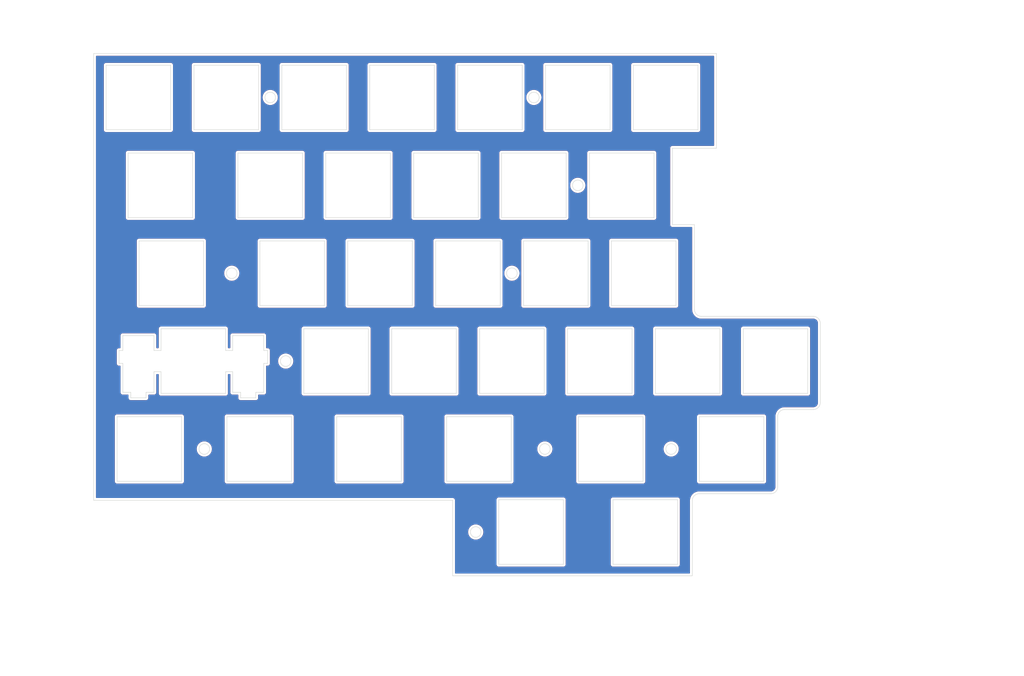
<source format=kicad_pcb>
(kicad_pcb
	(version 20240108)
	(generator "pcbnew")
	(generator_version "8.0")
	(general
		(thickness 1.6)
		(legacy_teardrops no)
	)
	(paper "A4")
	(layers
		(0 "F.Cu" signal)
		(31 "B.Cu" signal)
		(32 "B.Adhes" user "B.Adhesive")
		(33 "F.Adhes" user "F.Adhesive")
		(34 "B.Paste" user)
		(35 "F.Paste" user)
		(36 "B.SilkS" user "B.Silkscreen")
		(37 "F.SilkS" user "F.Silkscreen")
		(38 "B.Mask" user)
		(39 "F.Mask" user)
		(40 "Dwgs.User" user "User.Drawings")
		(41 "Cmts.User" user "User.Comments")
		(42 "Eco1.User" user "User.Eco1")
		(43 "Eco2.User" user "User.Eco2")
		(44 "Edge.Cuts" user)
		(45 "Margin" user)
		(46 "B.CrtYd" user "B.Courtyard")
		(47 "F.CrtYd" user "F.Courtyard")
		(48 "B.Fab" user)
		(49 "F.Fab" user)
		(50 "User.1" user)
		(51 "User.2" user)
		(52 "User.3" user)
		(53 "User.4" user)
		(54 "User.5" user)
		(55 "User.6" user)
		(56 "User.7" user)
		(57 "User.8" user)
		(58 "User.9" user)
	)
	(setup
		(pad_to_mask_clearance 0)
		(allow_soldermask_bridges_in_footprints no)
		(pcbplotparams
			(layerselection 0x00010fc_ffffffff)
			(plot_on_all_layers_selection 0x0000000_00000000)
			(disableapertmacros no)
			(usegerberextensions no)
			(usegerberattributes yes)
			(usegerberadvancedattributes yes)
			(creategerberjobfile yes)
			(dashed_line_dash_ratio 12.000000)
			(dashed_line_gap_ratio 3.000000)
			(svgprecision 4)
			(plotframeref no)
			(viasonmask no)
			(mode 1)
			(useauxorigin no)
			(hpglpennumber 1)
			(hpglpenspeed 20)
			(hpglpendiameter 15.000000)
			(pdf_front_fp_property_popups yes)
			(pdf_back_fp_property_popups yes)
			(dxfpolygonmode yes)
			(dxfimperialunits yes)
			(dxfusepcbnewfont yes)
			(psnegative no)
			(psa4output no)
			(plotreference yes)
			(plotvalue yes)
			(plotfptext yes)
			(plotinvisibletext no)
			(sketchpadsonfab no)
			(subtractmaskfromsilk no)
			(outputformat 1)
			(mirror no)
			(drillshape 1)
			(scaleselection 1)
			(outputdirectory "")
		)
	)
	(net 0 "")
	(gr_line
		(start 160.72235 104.2552)
		(end 160.72235 90.2559)
		(stroke
			(width 0)
			(type default)
		)
		(layer "Edge.Cuts")
		(uuid "003a0394-feea-4d38-a55e-ae7258859911")
	)
	(gr_line
		(start 53.56625 104.2552)
		(end 53.56625 99.5548)
		(stroke
			(width 0)
			(type default)
		)
		(layer "Edge.Cuts")
		(uuid "00730aa8-34be-4da7-9fd9-d74fa070f7e9")
	)
	(gr_line
		(start 146.43535 66.1552)
		(end 146.43535 52.1559)
		(stroke
			(width 0)
			(type default)
		)
		(layer "Edge.Cuts")
		(uuid "017a785a-35c8-4e97-b2e5-dca3a61df8f8")
	)
	(gr_line
		(start 116.78535 143.80495)
		(end 168.72335 143.80495)
		(stroke
			(width 0)
			(type default)
		)
		(layer "Edge.Cuts")
		(uuid "02b1e85d-505f-4c05-8731-929e0090d2a6")
	)
	(gr_line
		(start 48.80238 85.2052)
		(end 48.80238 71.2059)
		(stroke
			(width 0)
			(type default)
		)
		(layer "Edge.Cuts")
		(uuid "02ce9716-6027-4743-a981-04769d632773")
	)
	(gr_line
		(start 38.96 30.58)
		(end 38.96 127.428495)
		(stroke
			(width 0)
			(type default)
		)
		(layer "Edge.Cuts")
		(uuid "04aee191-e36d-4a5b-bff8-7a2572cd1066")
	)
	(gr_line
		(start 136.90865 47.1052)
		(end 136.90865 33.106)
		(stroke
			(width 0)
			(type default)
		)
		(layer "Edge.Cuts")
		(uuid "04ed3c65-d93d-4a32-88ff-18a332adc727")
	)
	(gr_line
		(start 41.66 33.106)
		(end 55.65955 33.106)
		(stroke
			(width 0)
			(type default)
		)
		(layer "Edge.Cuts")
		(uuid "056a5ae8-462d-4dab-88f3-21056c6102c4")
	)
	(gr_line
		(start 160.72235 90.2559)
		(end 174.72235 90.2559)
		(stroke
			(width 0)
			(type default)
		)
		(layer "Edge.Cuts")
		(uuid "056f430d-8189-4121-a4cb-70166767a70e")
	)
	(gr_line
		(start 91.666442 123.305552)
		(end 91.666442 109.305552)
		(stroke
			(width 0)
			(type default)
		)
		(layer "Edge.Cuts")
		(uuid "05b5fbe2-69c4-42f5-b742-92809a3a4000")
	)
	(gr_line
		(start 155.67235 90.2559)
		(end 155.67235 104.2552)
		(stroke
			(width 0)
			(type default)
		)
		(layer "Edge.Cuts")
		(uuid "0842ec20-154c-40e2-b492-ce50fd36aec9")
	)
	(gr_line
		(start 70.81515 105.2254)
		(end 70.81515 104.0252)
		(stroke
			(width 0)
			(type default)
		)
		(layer "Edge.Cuts")
		(uuid "0883b0de-7468-4bfe-9521-90453bca1471")
	)
	(gr_line
		(start 94.04755 71.2059)
		(end 108.04685 71.2059)
		(stroke
			(width 0)
			(type default)
		)
		(layer "Edge.Cuts")
		(uuid "0a6291cc-99c8-400c-b6c0-e6a58cc4c5a1")
	)
	(gr_line
		(start 151.19735 85.2052)
		(end 151.19735 71.2059)
		(stroke
			(width 0)
			(type default)
		)
		(layer "Edge.Cuts")
		(uuid "0b823ea6-5ce9-4f83-a53a-015189cf1c83")
	)
	(gr_line
		(start 146.14735 85.2052)
		(end 132.14755 85.2052)
		(stroke
			(width 0)
			(type default)
		)
		(layer "Edge.Cuts")
		(uuid "0dbf9924-de14-4363-a037-d444ba3b30e0")
	)
	(gr_line
		(start 169.19735 67.6799)
		(end 164.43435 67.6799)
		(stroke
			(width 0)
			(type default)
		)
		(layer "Edge.Cuts")
		(uuid "0e5ef5bb-3d7d-4131-9a79-f294b3738921")
	)
	(gr_line
		(start 127.38505 52.1559)
		(end 141.38435 52.1559)
		(stroke
			(width 0)
			(type default)
		)
		(layer "Edge.Cuts")
		(uuid "0f2c68ee-c926-46b1-9bc1-4f893947337a")
	)
	(gr_line
		(start 179.77079 90.2566)
		(end 193.77009 90.258542)
		(stroke
			(width 0)
			(type default)
		)
		(layer "Edge.Cuts")
		(uuid "139294e3-72e5-4a4a-b011-eacda84726aa")
	)
	(gr_line
		(start 136.62185 104.2552)
		(end 122.62255 104.2552)
		(stroke
			(width 0)
			(type default)
		)
		(layer "Edge.Cuts")
		(uuid "1588ca7d-4d18-4093-8023-15a718e5374d")
	)
	(gr_line
		(start 164.43435 67.6799)
		(end 164.43435 51.1052)
		(stroke
			(width 0)
			(type default)
		)
		(layer "Edge.Cuts")
		(uuid "1772ae47-7945-4f3b-8dd5-5ec7382f12dd")
	)
	(gr_line
		(start 115.47745 109.305561)
		(end 129.47745 109.305561)
		(stroke
			(width 0)
			(type default)
		)
		(layer "Edge.Cuts")
		(uuid "1bb59339-b608-49b2-a8db-72d59a20cb9f")
	)
	(gr_line
		(start 84.52255 104.2552)
		(end 84.52255 90.2559)
		(stroke
			(width 0)
			(type default)
		)
		(layer "Edge.Cuts")
		(uuid "1c441e63-1d92-4ff0-a5e7-309d27a7294e")
	)
	(gr_line
		(start 105.666442 123.305561)
		(end 91.666442 123.305552)
		(stroke
			(width 0)
			(type default)
		)
		(layer "Edge.Cuts")
		(uuid "1ef4b751-c627-4ee8-ae0c-8286712541a1")
	)
	(gr_line
		(start 193.77009 90.258542)
		(end 193.768148 104.257842)
		(stroke
			(width 0)
			(type default)
		)
		(layer "Edge.Cuts")
		(uuid "2239c7ba-4825-454c-866a-3891660ebafd")
	)
	(gr_line
		(start 53.56625 99.5548)
		(end 52.04075 99.5548)
		(stroke
			(width 0)
			(type default)
		)
		(layer "Edge.Cuts")
		(uuid "225bdd9a-2884-4281-ac8a-dd4f4c1944fa")
	)
	(gr_line
		(start 44.46568 94.9564)
		(end 45.29115 94.9564)
		(stroke
			(width 0)
			(type default)
		)
		(layer "Edge.Cuts")
		(uuid "2345d785-7d6b-4f81-a7cc-d1b1c14a7f0a")
	)
	(gr_line
		(start 105.666442 109.305552)
		(end 105.666442 123.305561)
		(stroke
			(width 0)
			(type default)
		)
		(layer "Edge.Cuts")
		(uuid "250d4b31-b6f5-4c26-a87c-51f91150c0e1")
	)
	(gr_line
		(start 131.85935 47.1052)
		(end 117.86005 47.1052)
		(stroke
			(width 0)
			(type default)
		)
		(layer "Edge.Cuts")
		(uuid "25504860-f213-4252-b539-fa52a78676e7")
	)
	(gr_line
		(start 165.53535 141.305561)
		(end 151.53535 141.305561)
		(stroke
			(width 0)
			(type default)
		)
		(layer "Edge.Cuts")
		(uuid "259932d1-a0c2-4a6c-9c6c-3331b03f4b7b")
	)
	(gr_line
		(start 46.42251 52.1559)
		(end 60.42205 52.1559)
		(stroke
			(width 0)
			(type default)
		)
		(layer "Edge.Cuts")
		(uuid "274fde55-8192-4c48-83d8-177f45508770")
	)
	(gr_line
		(start 108.04685 85.2052)
		(end 94.04755 85.2052)
		(stroke
			(width 0)
			(type default)
		)
		(layer "Edge.Cuts")
		(uuid "2833b9e7-6ca5-4c63-a38e-c7b67f9d8391")
	)
	(gr_line
		(start 194.968848 87.5559)
		(end 170.697348 87.5559)
		(stroke
			(width 0)
			(type default)
		)
		(layer "Edge.Cuts")
		(uuid "2ade5df0-ab5e-46c5-94fe-22a0961af2af")
	)
	(gr_line
		(start 60.42205 52.1559)
		(end 60.42205 66.1552)
		(stroke
			(width 0)
			(type default)
		)
		(layer "Edge.Cuts")
		(uuid "2b834541-71b3-4b6b-92c4-66c22f373bf6")
	)
	(gr_line
		(start 74.99755 85.2052)
		(end 74.99755 71.2059)
		(stroke
			(width 0)
			(type default)
		)
		(layer "Edge.Cuts")
		(uuid "2bcf355c-358f-47c8-a82d-2fe616ff013e")
	)
	(gr_line
		(start 98.81005 33.106)
		(end 112.80935 33.106)
		(stroke
			(width 0)
			(type default)
		)
		(layer "Edge.Cuts")
		(uuid "2d6753a4-4362-4953-be66-a80035bd0e3b")
	)
	(gr_line
		(start 126.78535 127.305561)
		(end 140.78535 127.305561)
		(stroke
			(width 0)
			(type default)
		)
		(layer "Edge.Cuts")
		(uuid "31e699b2-b26f-4fba-a18a-b0bdfa381630")
	)
	(gr_line
		(start 89.28505 52.1559)
		(end 103.28435 52.1559)
		(stroke
			(width 0)
			(type default)
		)
		(layer "Edge.Cuts")
		(uuid "35a49745-54ec-4593-a0c3-84266153a54e")
	)
	(gr_line
		(start 76.66625 94.9564)
		(end 76.66625 97.7553)
		(stroke
			(width 0)
			(type default)
		)
		(layer "Edge.Cuts")
		(uuid "373f94eb-067a-45ba-9b46-77ff4f3920cb")
	)
	(gr_line
		(start 93.75935 33.106)
		(end 93.75935 47.1052)
		(stroke
			(width 0)
			(type default)
		)
		(layer "Edge.Cuts")
		(uuid "383d70bc-0bb4-49d1-9399-b7e01dd5a5b8")
	)
	(gr_line
		(start 117.86005 33.106)
		(end 131.85935 33.106)
		(stroke
			(width 0)
			(type default)
		)
		(layer "Edge.Cuts")
		(uuid "3874445c-4535-41c2-ac6e-d9ee14536dab")
	)
	(gr_line
		(start 74.99755 71.2059)
		(end 88.99685 71.2059)
		(stroke
			(width 0)
			(type default)
		)
		(layer "Edge.Cuts")
		(uuid "38d486ba-b8c7-4d93-92ec-cc1b4ac57ca6")
	)
	(gr_line
		(start 140.78535 141.305561)
		(end 126.78535 141.305561)
		(stroke
			(width 0)
			(type default)
		)
		(layer "Edge.Cuts")
		(uuid "38ee49fc-afa9-454f-b076-509260371fe7")
	)
	(gr_arc
		(start 187.24655 124.50522)
		(mid 186.807186 125.565938)
		(end 185.746468 126.0053)
		(stroke
			(width 0)
			(type default)
		)
		(layer "Edge.Cuts")
		(uuid "3967eaf2-775d-4e9a-9927-689945be17d1")
	)
	(gr_line
		(start 174.72235 104.2552)
		(end 160.72235 104.2552)
		(stroke
			(width 0)
			(type default)
		)
		(layer "Edge.Cuts")
		(uuid "3d1a6889-187a-43a9-9b13-3d73bea3ef9b")
	)
	(gr_line
		(start 113.09755 85.2052)
		(end 113.09755 71.2059)
		(stroke
			(width 0)
			(type default)
		)
		(layer "Edge.Cuts")
		(uuid "3ec4966b-8256-43c1-9bf5-6d00c61bd714")
	)
	(gr_line
		(start 69.09125 94.9564)
		(end 69.09125 91.7263)
		(stroke
			(width 0)
			(type default)
		)
		(layer "Edge.Cuts")
		(uuid "3ee401a9-aee2-4c5e-8bf1-25f8a186252e")
	)
	(gr_line
		(start 41.66 47.1052)
		(end 41.66 33.106)
		(stroke
			(width 0)
			(type default)
		)
		(layer "Edge.Cuts")
		(uuid "3f982dc7-1343-4828-b7d2-72e9b95fe8bb")
	)
	(gr_line
		(start 193.768148 104.257842)
		(end 179.768848 104.2559)
		(stroke
			(width 0)
			(type default)
		)
		(layer "Edge.Cuts")
		(uuid "41973215-bcee-4f0c-84d5-2b438f2d7bce")
	)
	(gr_line
		(start 84.23435 66.1552)
		(end 70.23505 66.1552)
		(stroke
			(width 0)
			(type default)
		)
		(layer "Edge.Cuts")
		(uuid "440bbef3-0a10-4224-b126-cd1f8d0dcfc7")
	)
	(gr_line
		(start 81.852369 109.305552)
		(end 81.852369 123.305552)
		(stroke
			(width 0)
			(type default)
		)
		(layer "Edge.Cuts")
		(uuid "44211a68-48ba-448c-b252-ec4aff98e7c9")
	)
	(gr_line
		(start 55.65955 47.1052)
		(end 41.66 47.1052)
		(stroke
			(width 0)
			(type default)
		)
		(layer "Edge.Cuts")
		(uuid "46cd735c-c5fe-428e-a993-96aacea48c18")
	)
	(gr_line
		(start 45.29115 91.7263)
		(end 52.04075 91.7263)
		(stroke
			(width 0)
			(type default)
		)
		(layer "Edge.Cuts")
		(uuid "46f65bc3-e8bd-4934-b082-61ed240707f2")
	)
	(gr_line
		(start 144.05255 109.305561)
		(end 158.05255 109.305561)
		(stroke
			(width 0)
			(type default)
		)
		(layer "Edge.Cuts")
		(uuid "4d88d36b-3d48-4e95-a5be-4e3581691c36")
	)
	(gr_line
		(start 155.95835 33.106)
		(end 169.95935 33.106)
		(stroke
			(width 0)
			(type default)
		)
		(layer "Edge.Cuts")
		(uuid "4fd2bbbb-c33f-4518-a612-d2315985ba47")
	)
	(gr_line
		(start 46.42251 66.1552)
		(end 46.42251 52.1559)
		(stroke
			(width 0)
			(type default)
		)
		(layer "Edge.Cuts")
		(uuid "4ffb764d-47d5-4e29-8b6c-31a3d0e80dca")
	)
	(gr_circle
		(center 77.2347 40.1056)
		(end 76.0847 40.1056)
		(stroke
			(width 0)
			(type default)
		)
		(fill none)
		(layer "Edge.Cuts")
		(uuid "532b751b-f672-48b7-82dc-d823a30eda54")
	)
	(gr_line
		(start 108.04685 71.2059)
		(end 108.04685 85.2052)
		(stroke
			(width 0)
			(type default)
		)
		(layer "Edge.Cuts")
		(uuid "54775cc5-bd09-4c47-9cdb-83d5a36a6610")
	)
	(gr_line
		(start 113.09755 71.2059)
		(end 127.09685 71.2059)
		(stroke
			(width 0)
			(type default)
		)
		(layer "Edge.Cuts")
		(uuid "5570970d-0415-4136-9ab0-a6e3df9135fc")
	)
	(gr_circle
		(center 143.90985 59.15555)
		(end 142.75985 59.15555)
		(stroke
			(width 0)
			(type default)
		)
		(fill none)
		(layer "Edge.Cuts")
		(uuid "5669dd7c-2f45-425f-8685-a2b4ea7f0ea3")
	)
	(gr_line
		(start 52.04075 91.7263)
		(end 52.04075 94.9564)
		(stroke
			(width 0)
			(type default)
		)
		(layer "Edge.Cuts")
		(uuid "5738aaab-631d-4fbb-b61d-79f7c4cf7e98")
	)
	(gr_line
		(start 93.75935 47.1052)
		(end 79.76005 47.1052)
		(stroke
			(width 0)
			(type default)
		)
		(layer "Edge.Cuts")
		(uuid "5986a13d-e8f7-47af-bfc9-87ecf52bfd68")
	)
	(gr_line
		(start 88.99685 85.2052)
		(end 74.99755 85.2052)
		(stroke
			(width 0)
			(type default)
		)
		(layer "Edge.Cuts")
		(uuid "5a68da0f-09e7-44dc-8c83-a7bdf6a5a6e2")
	)
	(gr_line
		(start 127.09685 85.2052)
		(end 113.09755 85.2052)
		(stroke
			(width 0)
			(type default)
		)
		(layer "Edge.Cuts")
		(uuid "5b0eebe5-42b5-4899-a766-50b81011b957")
	)
	(gr_line
		(start 188.746548 107.75205)
		(end 194.968848 107.75205)
		(stroke
			(width 0)
			(type default)
		)
		(layer "Edge.Cuts")
		(uuid "5b953c92-17aa-4d0a-8753-a4fb005d96c2")
	)
	(gr_line
		(start 170.223438 126.0053)
		(end 185.746468 126.0053)
		(stroke
			(width 0)
			(type default)
		)
		(layer "Edge.Cuts")
		(uuid "5be51a66-8551-416e-a5bc-38e1615b64b3")
	)
	(gr_line
		(start 129.47745 109.305561)
		(end 129.47745 123.305561)
		(stroke
			(width 0)
			(type default)
		)
		(layer "Edge.Cuts")
		(uuid "5c51b328-00cc-4f11-bd9f-126e04510592")
	)
	(gr_line
		(start 89.28505 66.1552)
		(end 89.28505 52.1559)
		(stroke
			(width 0)
			(type default)
		)
		(layer "Edge.Cuts")
		(uuid "5e7bbead-16ae-47fb-8f49-6b70c1c49eb7")
	)
	(gr_line
		(start 170.24655 109.305561)
		(end 184.24655 109.305561)
		(stroke
			(width 0)
			(type default)
		)
		(layer "Edge.Cuts")
		(uuid "5e8c2bc8-c8af-43f4-9826-35e828d03b83")
	)
	(gr_line
		(start 103.57255 104.2552)
		(end 103.57255 90.2559)
		(stroke
			(width 0)
			(type default)
		)
		(layer "Edge.Cuts")
		(uuid "608f3da8-94d7-4830-bc04-4fa8b01a8eeb")
	)
	(gr_line
		(start 62.80325 71.2059)
		(end 62.80325 85.2052)
		(stroke
			(width 0)
			(type default)
		)
		(layer "Edge.Cuts")
		(uuid "611466bd-0fc8-45e3-b79e-598e6d3ed76e")
	)
	(gr_line
		(start 98.52185 104.2552)
		(end 84.52255 104.2552)
		(stroke
			(width 0)
			(type default)
		)
		(layer "Edge.Cuts")
		(uuid "61608a8d-5555-4831-8f17-831c2bd1a5f0")
	)
	(gr_line
		(start 165.19735 85.2052)
		(end 151.19735 85.2052)
		(stroke
			(width 0)
			(type default)
		)
		(layer "Edge.Cuts")
		(uuid "63fdb408-9a54-470a-be40-1c7870bfc18a")
	)
	(gr_line
		(start 74.11555 105.2254)
		(end 70.81515 105.2254)
		(stroke
			(width 0)
			(type default)
		)
		(layer "Edge.Cuts")
		(uuid "6452af69-a977-4174-8b8a-98a711b017ea")
	)
	(gr_line
		(start 52.04075 104.0252)
		(end 50.31545 104.0252)
		(stroke
			(width 0)
			(type default)
		)
		(layer "Edge.Cuts")
		(uuid "67a681e2-8b69-453b-aa99-1e5a3450ef8f")
	)
	(gr_line
		(start 129.47745 123.305561)
		(end 115.47745 123.305561)
		(stroke
			(width 0)
			(type default)
		)
		(layer "Edge.Cuts")
		(uuid "680857ee-024e-42b2-8926-7efb170b93e7")
	)
	(gr_line
		(start 112.80935 33.106)
		(end 112.80935 47.1052)
		(stroke
			(width 0)
			(type default)
		)
		(layer "Edge.Cuts")
		(uuid "6a7f46a1-6a47-4c51-9815-ce9739d8c5b4")
	)
	(gr_line
		(start 170.24655 123.305561)
		(end 170.24655 109.305561)
		(stroke
			(width 0)
			(type default)
		)
		(layer "Edge.Cuts")
		(uuid "6bd31b06-2891-4ac9-9e5f-e86c47b49437")
	)
	(gr_circle
		(center 164.14955 116.305561)
		(end 162.99955 116.305561)
		(stroke
			(width 0)
			(type default)
		)
		(fill none)
		(layer "Edge.Cuts")
		(uuid "6cca9ff9-8fa2-4227-b7cb-3d08e7a1d2ce")
	)
	(gr_line
		(start 146.43535 52.1559)
		(end 160.43435 52.1559)
		(stroke
			(width 0)
			(type default)
		)
		(layer "Edge.Cuts")
		(uuid "6cfafdee-7e3a-4780-85d4-234823d7b8e7")
	)
	(gr_line
		(start 165.19735 71.2059)
		(end 165.19735 85.2052)
		(stroke
			(width 0)
			(type default)
		)
		(layer "Edge.Cuts")
		(uuid "6e5cc6a6-8803-4b5d-8adb-bc3337ea5e54")
	)
	(gr_circle
		(center 129.6222 78.20555)
		(end 128.4722 78.20555)
		(stroke
			(width 0)
			(type default)
		)
		(fill none)
		(layer "Edge.Cuts")
		(uuid "6e910e68-9b4a-4666-b6b2-c886f55de369")
	)
	(gr_line
		(start 69.09125 104.0252)
		(end 69.09125 99.5548)
		(stroke
			(width 0)
			(type default)
		)
		(layer "Edge.Cuts")
		(uuid "6f81b440-a1ae-4db1-801a-48790e4c5f0d")
	)
	(gr_line
		(start 58.040199 123.305552)
		(end 44.040199 123.305552)
		(stroke
			(width 0)
			(type default)
		)
		(layer "Edge.Cuts")
		(uuid "715a4c01-786b-44e6-9a9d-3f925bdc9c8b")
	)
	(gr_circle
		(center 136.765 116.305561)
		(end 135.615 116.305561)
		(stroke
			(width 0)
			(type default)
		)
		(fill none)
		(layer "Edge.Cuts")
		(uuid "71e675b5-5195-473d-a141-68f341de7573")
	)
	(gr_line
		(start 79.76005 47.1052)
		(end 79.76005 33.106)
		(stroke
			(width 0)
			(type default)
		)
		(layer "Edge.Cuts")
		(uuid "7205b3fe-c3c1-4710-ab4d-031f371b22bc")
	)
	(gr_line
		(start 146.14735 71.2059)
		(end 146.14735 85.2052)
		(stroke
			(width 0)
			(type default)
		)
		(layer "Edge.Cuts")
		(uuid "72112e99-159d-4e47-a895-a3d6f26222dc")
	)
	(gr_line
		(start 168.72335 143.80495)
		(end 168.72335 127.50539)
		(stroke
			(width 0)
			(type default)
		)
		(layer "Edge.Cuts")
		(uuid "735d192d-4006-4934-ae03-eb628ca8b1f9")
	)
	(gr_line
		(start 155.67235 104.2552)
		(end 141.67235 104.2552)
		(stroke
			(width 0)
			(type default)
		)
		(layer "Edge.Cuts")
		(uuid "7447b26b-e6fc-46bf-af16-d4f053ef9868")
	)
	(gr_line
		(start 173.95935 30.58)
		(end 38.96 30.58)
		(stroke
			(width 0)
			(type default)
		)
		(layer "Edge.Cuts")
		(uuid "75024fb9-de50-48ff-8534-9a8cb2bf3a6a")
	)
	(gr_line
		(start 165.53535 127.305561)
		(end 165.53535 141.305561)
		(stroke
			(width 0)
			(type default)
		)
		(layer "Edge.Cuts")
		(uuid "766777f4-c181-41ef-9a19-1cb296ac042a")
	)
	(gr_line
		(start 103.28435 52.1559)
		(end 103.28435 66.1552)
		(stroke
			(width 0)
			(type default)
		)
		(layer "Edge.Cuts")
		(uuid "770c1361-2bd8-4425-b767-446791d091da")
	)
	(gr_line
		(start 127.09685 71.2059)
		(end 127.09685 85.2052)
		(stroke
			(width 0)
			(type default)
		)
		(layer "Edge.Cuts")
		(uuid "77e3029e-d181-4456-a16c-e3c94e9715e7")
	)
	(gr_line
		(start 132.14755 85.2052)
		(end 132.14755 71.2059)
		(stroke
			(width 0)
			(type default)
		)
		(layer "Edge.Cuts")
		(uuid "78e2be43-c794-4c54-9eab-f30b369ab2e4")
	)
	(gr_line
		(start 140.78535 127.305561)
		(end 140.78535 141.305561)
		(stroke
			(width 0)
			(type default)
		)
		(layer "Edge.Cuts")
		(uuid "795a381c-2ed0-4f76-9cb8-d9b8c477bbb1")
	)
	(gr_line
		(start 69.09125 99.5548)
		(end 67.56575 99.5548)
		(stroke
			(width 0)
			(type default)
		)
		(layer "Edge.Cuts")
		(uuid "7996f6d2-4f06-46c1-8dbe-e6977fc91bc9")
	)
	(gr_line
		(start 108.33505 52.1559)
		(end 122.33435 52.1559)
		(stroke
			(width 0)
			(type default)
		)
		(layer "Edge.Cuts")
		(uuid "799f7c90-91bf-4948-88b9-0442e066a3cc")
	)
	(gr_line
		(start 53.56625 90.2559)
		(end 67.56575 90.2559)
		(stroke
			(width 0)
			(type default)
		)
		(layer "Edge.Cuts")
		(uuid "7a6ac256-acd2-4194-a897-f89eb93fea4c")
	)
	(gr_line
		(start 117.57185 104.2552)
		(end 103.57255 104.2552)
		(stroke
			(width 0)
			(type default)
		)
		(layer "Edge.Cuts")
		(uuid "7b7fcb40-98f8-499d-a1f5-24dce93d7b47")
	)
	(gr_line
		(start 187.24655 124.50522)
		(end 187.24655 109.25205)
		(stroke
			(width 0)
			(type default)
		)
		(layer "Edge.Cuts")
		(uuid "7bbe337a-2a06-46d6-b7b8-8f52205938a0")
	)
	(gr_arc
		(start 168.72335 127.50539)
		(mid 169.162716 126.444668)
		(end 170.223438 126.0053)
		(stroke
			(width 0)
			(type default)
		)
		(layer "Edge.Cuts")
		(uuid "7c2d4383-a073-4a9e-bd15-cccb8137beb2")
	)
	(gr_line
		(start 60.71005 33.106)
		(end 74.70935 33.106)
		(stroke
			(width 0)
			(type default)
		)
		(layer "Edge.Cuts")
		(uuid "7c91e6e7-ac25-4d51-a04d-bbe51a586135")
	)
	(gr_line
		(start 88.99685 71.2059)
		(end 88.99685 85.2052)
		(stroke
			(width 0)
			(type default)
		)
		(layer "Edge.Cuts")
		(uuid "7e03797e-50e8-4c9a-9ea7-be3c324f98f9")
	)
	(gr_line
		(start 60.71005 47.1052)
		(end 60.71005 33.106)
		(stroke
			(width 0)
			(type default)
		)
		(layer "Edge.Cuts")
		(uuid "802d5a48-0fa4-45a6-a9d7-90d5803f1740")
	)
	(gr_line
		(start 116.78535 127.428495)
		(end 116.78535 143.80495)
		(stroke
			(width 0)
			(type default)
		)
		(layer "Edge.Cuts")
		(uuid "80b8af11-e07f-4928-a64f-ea8acc896305")
	)
	(gr_line
		(start 84.23435 52.1559)
		(end 84.23435 66.1552)
		(stroke
			(width 0)
			(type default)
		)
		(layer "Edge.Cuts")
		(uuid "80cf2829-ba49-4b78-bc55-12471bf21e99")
	)
	(gr_line
		(start 74.11555 104.0252)
		(end 74.11555 105.2254)
		(stroke
			(width 0)
			(type default)
		)
		(layer "Edge.Cuts")
		(uuid "810e5a01-3be5-4207-abab-0b269415da73")
	)
	(gr_line
		(start 75.84075 104.0252)
		(end 74.11555 104.0252)
		(stroke
			(width 0)
			(type default)
		)
		(layer "Edge.Cuts")
		(uuid "838418bb-163e-4c84-96c4-8283c3bb51e4")
	)
	(gr_line
		(start 179.768848 104.2559)
		(end 179.77079 90.2566)
		(stroke
			(width 0)
			(type default)
		)
		(layer "Edge.Cuts")
		(uuid "85f9c1f6-0b2f-4cf2-9fe3-96b3b13b2c51")
	)
	(gr_circle
		(center 134.384 40.1056)
		(end 133.234 40.1056)
		(stroke
			(width 0)
			(type default)
		)
		(fill none)
		(layer "Edge.Cuts")
		(uuid "869eb0f6-f9c1-499e-9cda-3b33cec235d9")
	)
	(gr_line
		(start 174.72235 90.2559)
		(end 174.72235 104.2552)
		(stroke
			(width 0)
			(type default)
		)
		(layer "Edge.Cuts")
		(uuid "86bd0677-e58e-4a23-8cfa-4b79940ba755")
	)
	(gr_line
		(start 184.24655 109.305561)
		(end 184.24655 123.305561)
		(stroke
			(width 0)
			(type default)
		)
		(layer "Edge.Cuts")
		(uuid "86bee732-4c3e-4a4f-a084-c367a7eaec1b")
	)
	(gr_line
		(start 50.31545 104.0252)
		(end 50.31545 105.2254)
		(stroke
			(width 0)
			(type default)
		)
		(layer "Edge.Cuts")
		(uuid "8775bee6-0900-49cb-aeca-f3d3e13586a8")
	)
	(gr_line
		(start 117.57185 90.2559)
		(end 117.57185 104.2552)
		(stroke
			(width 0)
			(type default)
		)
		(layer "Edge.Cuts")
		(uuid "8821735b-5c6b-4ca9-ac21-83b0bfa9e342")
	)
	(gr_line
		(start 70.23505 66.1552)
		(end 70.23505 52.1559)
		(stroke
			(width 0)
			(type default)
		)
		(layer "Edge.Cuts")
		(uuid "8c1b9922-1afa-4c03-8eea-07cce21c61aa")
	)
	(gr_line
		(start 103.57255 90.2559)
		(end 117.57185 90.2559)
		(stroke
			(width 0)
			(type default)
		)
		(layer "Edge.Cuts")
		(uuid "8d5bb147-d461-4fce-b2a8-0f26fbf69cce")
	)
	(gr_line
		(start 79.76005 33.106)
		(end 93.75935 33.106)
		(stroke
			(width 0)
			(type default)
		)
		(layer "Edge.Cuts")
		(uuid "8dff6012-9aeb-4899-80f4-248ca7e6681d")
	)
	(gr_line
		(start 52.04075 94.9564)
		(end 53.56625 94.9564)
		(stroke
			(width 0)
			(type default)
		)
		(layer "Edge.Cuts")
		(uuid "8e12b21a-7373-4df7-80ae-251e3cc576fb")
	)
	(gr_line
		(start 84.52255 90.2559)
		(end 98.52185 90.2559)
		(stroke
			(width 0)
			(type default)
		)
		(layer "Edge.Cuts")
		(uuid "8f9bc1fd-d8c4-4ecf-b127-3fb19772ab2a")
	)
	(gr_arc
		(start 194.968848 87.5559)
		(mid 196.029508 87.99524)
		(end 196.468848 89.0559)
		(stroke
			(width 0)
			(type default)
		)
		(layer "Edge.Cuts")
		(uuid "9048b849-e939-46dd-bd0e-55bfd3ee740a")
	)
	(gr_line
		(start 44.040199 123.305552)
		(end 44.040199 109.305552)
		(stroke
			(width 0)
			(type default)
		)
		(layer "Edge.Cuts")
		(uuid "90e94f48-5c2c-4d72-bf54-1ffe117e3e9b")
	)
	(gr_line
		(start 141.67235 90.2559)
		(end 155.67235 90.2559)
		(stroke
			(width 0)
			(type default)
		)
		(layer "Edge.Cuts")
		(uuid "92019837-57f7-401e-8bef-b550bb1109c5")
	)
	(gr_line
		(start 60.42205 66.1552)
		(end 46.42251 66.1552)
		(stroke
			(width 0)
			(type default)
		)
		(layer "Edge.Cuts")
		(uuid "921d7f37-2e67-4769-970a-b9673588d66d")
	)
	(gr_line
		(start 70.23505 52.1559)
		(end 84.23435 52.1559)
		(stroke
			(width 0)
			(type default)
		)
		(layer "Edge.Cuts")
		(uuid "92217c45-00fe-46f5-97ad-0815d03d53f5")
	)
	(gr_line
		(start 136.90865 33.106)
		(end 150.90935 33.106)
		(stroke
			(width 0)
			(type default)
		)
		(layer "Edge.Cuts")
		(uuid "943bfe5a-faa2-482d-afc6-1afd9d20e381")
	)
	(gr_line
		(start 169.19735 86.0559)
		(end 169.19735 67.6799)
		(stroke
			(width 0)
			(type default)
		)
		(layer "Edge.Cuts")
		(uuid "96aeaed1-bff5-4c8a-8f68-86cb3e034153")
	)
	(gr_line
		(start 151.53535 141.305561)
		(end 151.53535 127.305561)
		(stroke
			(width 0)
			(type default)
		)
		(layer "Edge.Cuts")
		(uuid "9813af13-4271-40bf-8cbe-65f8d610545b")
	)
	(gr_line
		(start 67.56575 94.9564)
		(end 69.09125 94.9564)
		(stroke
			(width 0)
			(type default)
		)
		(layer "Edge.Cuts")
		(uuid "98e37593-5338-4460-966e-6f09e26a277e")
	)
	(gr_line
		(start 75.84075 91.7263)
		(end 75.84075 94.9564)
		(stroke
			(width 0)
			(type default)
		)
		(layer "Edge.Cuts")
		(uuid "9933f559-4b7a-48dd-adeb-6dc105400c92")
	)
	(gr_line
		(start 58.040199 109.305552)
		(end 58.040199 123.305552)
		(stroke
			(width 0)
			(type default)
		)
		(layer "Edge.Cuts")
		(uuid "99d9c14c-20ab-47a5-abe4-614db00a2fe0")
	)
	(gr_line
		(start 52.04075 99.5548)
		(end 52.04075 104.0252)
		(stroke
			(width 0)
			(type default)
		)
		(layer "Edge.Cuts")
		(uuid "9e81a79d-18c6-4c99-86dd-90436865bd6a")
	)
	(gr_line
		(start 151.19735 71.2059)
		(end 165.19735 71.2059)
		(stroke
			(width 0)
			(type default)
		)
		(layer "Edge.Cuts")
		(uuid "a094e57b-d085-4045-b2d4-8f7cc74b855d")
	)
	(gr_line
		(start 141.38435 52.1559)
		(end 141.38435 66.1552)
		(stroke
			(width 0)
			(type default)
		)
		(layer "Edge.Cuts")
		(uuid "a0e2fb1e-2588-4fef-a90a-27257ab6c8ee")
	)
	(gr_line
		(start 69.09125 91.7263)
		(end 75.84075 91.7263)
		(stroke
			(width 0)
			(type default)
		)
		(layer "Edge.Cuts")
		(uuid "a38ffa3f-e8c4-4302-953b-2611564bd6b0")
	)
	(gr_line
		(start 91.666442 109.305552)
		(end 105.666442 109.305552)
		(stroke
			(width 0)
			(type default)
		)
		(layer "Edge.Cuts")
		(uuid "a6affead-9687-4e01-a41c-947c2a18681b")
	)
	(gr_line
		(start 127.38505 66.1552)
		(end 127.38505 52.1559)
		(stroke
			(width 0)
			(type default)
		)
		(layer "Edge.Cuts")
		(uuid "a742d4a3-a95c-4d69-bd60-29c514a12371")
	)
	(gr_line
		(start 131.85935 33.106)
		(end 131.85935 47.1052)
		(stroke
			(width 0)
			(type default)
		)
		(layer "Edge.Cuts")
		(uuid "a794586a-5181-4b15-bff8-3f4339dd73d8")
	)
	(gr_line
		(start 151.53535 127.305561)
		(end 165.53535 127.305561)
		(stroke
			(width 0)
			(type default)
		)
		(layer "Edge.Cuts")
		(uuid "a9093af8-874c-4239-a482-16d68a7df319")
	)
	(gr_arc
		(start 196.468848 106.25205)
		(mid 196.029508 107.31271)
		(end 194.968848 107.75205)
		(stroke
			(width 0)
			(type default)
		)
		(layer "Edge.Cuts")
		(uuid "a9d99683-0e0c-447f-bcdf-4aa86f55d15f")
	)
	(gr_line
		(start 47.01644 105.2254)
		(end 47.01644 104.0252)
		(stroke
			(width 0)
			(type default)
		)
		(layer "Edge.Cuts")
		(uuid "ac68003e-c16b-4248-9a66-c9b3ed23e0a7")
	)
	(gr_line
		(start 67.56575 90.2559)
		(end 67.56575 94.9564)
		(stroke
			(width 0)
			(type default)
		)
		(layer "Edge.Cuts")
		(uuid "acb3f835-88fc-4201-b88d-313bf31743d8")
	)
	(gr_line
		(start 55.65955 33.106)
		(end 55.65955 47.1052)
		(stroke
			(width 0)
			(type default)
		)
		(layer "Edge.Cuts")
		(uuid "acfcc241-bb33-40d2-b947-60075813b462")
	)
	(gr_line
		(start 141.38435 66.1552)
		(end 127.38505 66.1552)
		(stroke
			(width 0)
			(type default)
		)
		(layer "Edge.Cuts")
		(uuid "aee8ef86-3f0d-4f42-bbf7-d44a223f6630")
	)
	(gr_line
		(start 136.62185 90.2559)
		(end 136.62185 104.2552)
		(stroke
			(width 0)
			(type default)
		)
		(layer "Edge.Cuts")
		(uuid "b186fcc2-8d3e-41cb-bbb5-7d7f50dea1c9")
	)
	(gr_arc
		(start 170.697348 87.5559)
		(mid 169.636706 87.116557)
		(end 169.19735 86.0559)
		(stroke
			(width 0)
			(type default)
		)
		(layer "Edge.Cuts")
		(uuid "b1e1943e-1555-4024-bb74-778a32326d54")
	)
	(gr_line
		(start 47.01644 104.0252)
		(end 45.29115 104.0252)
		(stroke
			(width 0)
			(type default)
		)
		(layer "Edge.Cuts")
		(uuid "b311e33a-a307-4b27-a88a-b45e24a7e111")
	)
	(gr_line
		(start 122.33435 52.1559)
		(end 122.33435 66.1552)
		(stroke
			(width 0)
			(type default)
		)
		(layer "Edge.Cuts")
		(uuid "b3e53ef4-aa0c-463a-b819-b21e71c8d465")
	)
	(gr_line
		(start 122.62255 90.2559)
		(end 136.62185 90.2559)
		(stroke
			(width 0)
			(type default)
		)
		(layer "Edge.Cuts")
		(uuid "b672bc57-a7c1-47df-86e2-5233caf5ec57")
	)
	(gr_line
		(start 115.47745 123.305561)
		(end 115.47745 109.305561)
		(stroke
			(width 0)
			(type default)
		)
		(layer "Edge.Cuts")
		(uuid "b73d1225-25fc-4856-b408-5f17ec7e0666")
	)
	(gr_line
		(start 108.33505 66.1552)
		(end 108.33505 52.1559)
		(stroke
			(width 0)
			(type default)
		)
		(layer "Edge.Cuts")
		(uuid "bb9a383d-19fe-4d9c-ab0a-88f54ceb0874")
	)
	(gr_line
		(start 45.29115 97.7553)
		(end 44.46568 97.7553)
		(stroke
			(width 0)
			(type default)
		)
		(layer "Edge.Cuts")
		(uuid "bdcdf72c-9e91-4ee6-90bc-c06a4b2765e1")
	)
	(gr_line
		(start 173.95935 51.1052)
		(end 173.95935 30.58)
		(stroke
			(width 0)
			(type default)
		)
		(layer "Edge.Cuts")
		(uuid "bea1128f-69cc-4739-aed7-c766daea27f1")
	)
	(gr_line
		(start 67.852369 109.305552)
		(end 81.852369 109.305552)
		(stroke
			(width 0)
			(type default)
		)
		(layer "Edge.Cuts")
		(uuid "bfe18643-d642-4008-897a-b685d5e96644")
	)
	(gr_line
		(start 184.24655 123.305561)
		(end 170.24655 123.305561)
		(stroke
			(width 0)
			(type default)
		)
		(layer "Edge.Cuts")
		(uuid "c0035eb6-9939-416c-a7d4-80b6e677ecf8")
	)
	(gr_line
		(start 160.43435 66.1552)
		(end 146.43535 66.1552)
		(stroke
			(width 0)
			(type default)
		)
		(layer "Edge.Cuts")
		(uuid "c971442d-374b-4ca3-8566-ecbaf66edcd2")
	)
	(gr_line
		(start 45.29115 94.9564)
		(end 45.29115 91.7263)
		(stroke
			(width 0)
			(type default)
		)
		(layer "Edge.Cuts")
		(uuid "c9e22eeb-645a-4e8b-85c5-f932e240f4e9")
	)
	(gr_line
		(start 112.80935 47.1052)
		(end 98.81005 47.1052)
		(stroke
			(width 0)
			(type default)
		)
		(layer "Edge.Cuts")
		(uuid "cac5ecb3-7d9d-423f-a0b3-4ddef22a69e1")
	)
	(gr_line
		(start 158.05255 109.305561)
		(end 158.05255 123.305561)
		(stroke
			(width 0)
			(type default)
		)
		(layer "Edge.Cuts")
		(uuid "cbd949cc-df6a-46bb-af0c-2052cc213cf7")
	)
	(gr_line
		(start 98.52185 90.2559)
		(end 98.52185 104.2552)
		(stroke
			(width 0)
			(type default)
		)
		(layer "Edge.Cuts")
		(uuid "cebed5f5-32ec-4ad4-ab26-dc33fde647b9")
	)
	(gr_line
		(start 155.95835 47.1052)
		(end 155.95835 33.106)
		(stroke
			(width 0)
			(type default)
		)
		(layer "Edge.Cuts")
		(uuid "cec473e2-ed1e-42ab-a8e8-69b9ee998a7d")
	)
	(gr_line
		(start 44.46568 97.7553)
		(end 44.46568 94.9564)
		(stroke
			(width 0)
			(type default)
		)
		(layer "Edge.Cuts")
		(uuid "d17bae53-1412-4091-94fb-b172e780b7a7")
	)
	(gr_line
		(start 44.040199 109.305552)
		(end 58.040199 109.305552)
		(stroke
			(width 0)
			(type default)
		)
		(layer "Edge.Cuts")
		(uuid "d1cd5755-8346-4d09-8e21-78c5774638c8")
	)
	(gr_line
		(start 94.04755 85.2052)
		(end 94.04755 71.2059)
		(stroke
			(width 0)
			(type default)
		)
		(layer "Edge.Cuts")
		(uuid "d1fa1c33-c2b4-45e3-995b-2f51d17b5dc4")
	)
	(gr_line
		(start 150.90935 33.106)
		(end 150.90935 47.1052)
		(stroke
			(width 0)
			(type default)
		)
		(layer "Edge.Cuts")
		(uuid "d5d6471c-70c7-4862-ad0f-20cdc58a5438")
	)
	(gr_line
		(start 132.14755 71.2059)
		(end 146.14735 71.2059)
		(stroke
			(width 0)
			(type default)
		)
		(layer "Edge.Cuts")
		(uuid "d6398aab-6d0b-46f3-abe6-1c7ab06ad74d")
	)
	(gr_line
		(start 141.67235 104.2552)
		(end 141.67235 90.2559)
		(stroke
			(width 0)
			(type default)
		)
		(layer "Edge.Cuts")
		(uuid "d7f7f462-aa60-4499-9e38-d8f85f87177e")
	)
	(gr_line
		(start 38.96 127.428495)
		(end 116.78535 127.428495)
		(stroke
			(width 0)
			(type default)
		)
		(layer "Edge.Cuts")
		(uuid "d857cd67-7280-4964-859c-41a5ee790dd1")
	)
	(gr_circle
		(center 80.5944 97.25555)
		(end 79.4444 97.25555)
		(stroke
			(width 0)
			(type default)
		)
		(fill none)
		(layer "Edge.Cuts")
		(uuid "d8bc3eb2-fe47-4d32-93a1-9c38dee58332")
	)
	(gr_line
		(start 169.95935 33.106)
		(end 169.95935 47.1052)
		(stroke
			(width 0)
			(type default)
		)
		(layer "Edge.Cuts")
		(uuid "d8d44c5a-0f53-4c9e-8d66-b65daa5723a0")
	)
	(gr_line
		(start 75.84075 94.9564)
		(end 76.66625 94.9564)
		(stroke
			(width 0)
			(type default)
		)
		(layer "Edge.Cuts")
		(uuid "de6aed27-7a77-4e1a-97ee-d04331d1af6c")
	)
	(gr_line
		(start 67.56575 99.5548)
		(end 67.56575 104.2552)
		(stroke
			(width 0)
			(type default)
		)
		(layer "Edge.Cuts")
		(uuid "de7563ae-d005-446b-a0c4-0c0799723c63")
	)
	(gr_line
		(start 75.84075 97.7553)
		(end 75.84075 104.0252)
		(stroke
			(width 0)
			(type default)
		)
		(layer "Edge.Cuts")
		(uuid "df39117e-3c97-42ce-9fa7-7edc32b0b11d")
	)
	(gr_line
		(start 150.90935 47.1052)
		(end 136.90865 47.1052)
		(stroke
			(width 0)
			(type default)
		)
		(layer "Edge.Cuts")
		(uuid "df511303-bb9b-492d-9d79-dd53113c9401")
	)
	(gr_line
		(start 81.852369 123.305552)
		(end 67.852369 123.305552)
		(stroke
			(width 0)
			(type default)
		)
		(layer "Edge.Cuts")
		(uuid "e1b8f115-8902-424e-8835-91018151dd92")
	)
	(gr_line
		(start 67.56575 104.2552)
		(end 53.56625 104.2552)
		(stroke
			(width 0)
			(type default)
		)
		(layer "Edge.Cuts")
		(uuid "e2395416-cb86-4a9a-8709-17746b06add4")
	)
	(gr_line
		(start 196.468848 106.25205)
		(end 196.468848 89.0559)
		(stroke
			(width 0)
			(type default)
		)
		(layer "Edge.Cuts")
		(uuid "e28245a1-3c0d-403d-98ac-888245f45fc2")
	)
	(gr_line
		(start 98.81005 47.1052)
		(end 98.81005 33.106)
		(stroke
			(width 0)
			(type default)
		)
		(layer "Edge.Cuts")
		(uuid "e340ba42-b1b9-4ea3-9506-439c6ed0a85d")
	)
	(gr_line
		(start 122.62255 104.2552)
		(end 122.62255 90.2559)
		(stroke
			(width 0)
			(type default)
		)
		(layer "Edge.Cuts")
		(uuid "e460e980-a03a-41a2-8139-a58eba5258b2")
	)
	(gr_line
		(start 62.80325 85.2052)
		(end 48.80238 85.2052)
		(stroke
			(width 0)
			(type default)
		)
		(layer "Edge.Cuts")
		(uuid "e50a601e-294f-468e-8768-8ee9fbae786c")
	)
	(gr_line
		(start 45.29115 104.0252)
		(end 45.29115 97.7553)
		(stroke
			(width 0)
			(type default)
		)
		(layer "Edge.Cuts")
		(uuid "e5282e86-f3b4-43a3-9ad4-54383e461f51")
	)
	(gr_line
		(start 74.70935 33.106)
		(end 74.70935 47.1052)
		(stroke
			(width 0)
			(type default)
		)
		(layer "Edge.Cuts")
		(uuid "e579ceb2-8e56-4849-b8da-d3b9dff0340e")
	)
	(gr_line
		(start 76.66625 97.7553)
		(end 75.84075 97.7553)
		(stroke
			(width 0)
			(type default)
		)
		(layer "Edge.Cuts")
		(uuid "e5cf2d4f-9012-47d7-862a-b6b298d7bec0")
	)
	(gr_line
		(start 70.81515 104.0252)
		(end 69.09125 104.0252)
		(stroke
			(width 0)
			(type default)
		)
		(layer "Edge.Cuts")
		(uuid "e65a58dc-d279-4949-be34-7d8d92b66781")
	)
	(gr_line
		(start 160.43435 52.1559)
		(end 160.43435 66.1552)
		(stroke
			(width 0)
			(type default)
		)
		(layer "Edge.Cuts")
		(uuid "e70e422e-1af1-4761-8446-088fccb0083d")
	)
	(gr_line
		(start 158.05255 123.305561)
		(end 144.05255 123.305561)
		(stroke
			(width 0)
			(type default)
		)
		(layer "Edge.Cuts")
		(uuid "e7612fa6-dd5b-4a51-ae72-bdd690a81d47")
	)
	(gr_circle
		(center 62.946284 116.305552)
		(end 61.796284 116.305552)
		(stroke
			(width 0)
			(type default)
		)
		(fill none)
		(layer "Edge.Cuts")
		(uuid "e7e40c4c-7da4-4c22-81fc-db1a0cbe38b9")
	)
	(gr_circle
		(center 121.78535 134.305561)
		(end 120.63535 134.305561)
		(stroke
			(width 0)
			(type default)
		)
		(fill none)
		(layer "Edge.Cuts")
		(uuid "e9eeb6b7-90f7-440b-9f02-944809302021")
	)
	(gr_circle
		(center 68.9004 78.20555)
		(end 67.7504 78.20555)
		(stroke
			(width 0)
			(type default)
		)
		(fill none)
		(layer "Edge.Cuts")
		(uuid "ed44ec92-85fb-4320-a259-df5bf81109f4")
	)
	(gr_line
		(start 164.43435 51.1052)
		(end 173.95935 51.1052)
		(stroke
			(width 0)
			(type default)
		)
		(layer "Edge.Cuts")
		(uuid "ede23741-41cc-4230-b246-5ee16ec94795")
	)
	(gr_line
		(start 169.95935 47.1052)
		(end 155.95835 47.1052)
		(stroke
			(width 0)
			(type default)
		)
		(layer "Edge.Cuts")
		(uuid "eee4bbaf-6193-498d-a2ae-2d484b5cba0e")
	)
	(gr_line
		(start 53.56625 94.9564)
		(end 53.56625 90.2559)
		(stroke
			(width 0)
			(type default)
		)
		(layer "Edge.Cuts")
		(uuid "f05bd801-dff0-45d2-8c0d-96a051a9ebe4")
	)
	(gr_arc
		(start 187.24655 109.25205)
		(mid 187.685889 108.191391)
		(end 188.746548 107.75205)
		(stroke
			(width 0)
			(type default)
		)
		(layer "Edge.Cuts")
		(uuid "f2ba6414-9e6b-48c7-9507-8357024c14ab")
	)
	(gr_line
		(start 103.28435 66.1552)
		(end 89.28505 66.1552)
		(stroke
			(width 0)
			(type default)
		)
		(layer "Edge.Cuts")
		(uuid "f31b1791-2339-4c15-a05e-9b3cefbea446")
	)
	(gr_line
		(start 67.852369 123.305552)
		(end 67.852369 109.305552)
		(stroke
			(width 0)
			(type default)
		)
		(layer "Edge.Cuts")
		(uuid "f31c5f64-e880-43b3-93f0-00bafe5963bf")
	)
	(gr_line
		(start 48.80238 71.2059)
		(end 62.80325 71.2059)
		(stroke
			(width 0)
			(type default)
		)
		(layer "Edge.Cuts")
		(uuid "f4656f20-2ab5-4164-aa34-4a2f737493c5")
	)
	(gr_line
		(start 144.05255 123.305561)
		(end 144.05255 109.305561)
		(stroke
			(width 0)
			(type default)
		)
		(layer "Edge.Cuts")
		(uuid "f9008f0d-7f70-4918-8b6d-e5f5a2426bb6")
	)
	(gr_line
		(start 50.31545 105.2254)
		(end 47.01644 105.2254)
		(stroke
			(width 0)
			(type default)
		)
		(layer "Edge.Cuts")
		(uuid "f9357b43-1a73-4549-9ada-13bc568e4448")
	)
	(gr_line
		(start 122.33435 66.1552)
		(end 108.33505 66.1552)
		(stroke
			(width 0)
			(type default)
		)
		(layer "Edge.Cuts")
		(uuid "faa141f1-f74a-46ac-b205-3abff11a6718")
	)
	(gr_line
		(start 126.78535 141.305561)
		(end 126.78535 127.305561)
		(stroke
			(width 0)
			(type default)
		)
		(layer "Edge.Cuts")
		(uuid "fdcaff81-c853-4b7d-9524-934311003531")
	)
	(gr_line
		(start 74.70935 47.1052)
		(end 60.71005 47.1052)
		(stroke
			(width 0)
			(type default)
		)
		(layer "Edge.Cuts")
		(uuid "fe5f6dcb-b98b-4dc5-970a-52114af31482")
	)
	(gr_line
		(start 117.86005 47.1052)
		(end 117.86005 33.106)
		(stroke
			(width 0)
			(type default)
		)
		(layer "Edge.Cuts")
		(uuid "ff48900c-237d-487f-8ad9-3333fc0f6641")
	)
	(zone
		(net 0)
		(net_name "")
		(layers "F&B.Cu")
		(uuid "b3f7e002-b091-4039-b94a-f9f8de849afe")
		(hatch edge 0.5)
		(connect_pads
			(clearance 0.5)
		)
		(min_thickness 0.25)
		(filled_areas_thickness no)
		(fill yes
			(thermal_gap 0.5)
			(thermal_bridge_width 0.5)
			(island_removal_mode 1)
			(island_area_min 10)
		)
		(polygon
			(pts
				(xy 19.3 18.98) (xy 18.66 165.57) (xy 240.65 165.57) (xy 240.65 20.27)
			)
		)
		(filled_polygon
			(layer "F.Cu")
			(island)
			(pts
				(xy 173.401889 31.100185) (xy 173.447644 31.152989) (xy 173.45885 31.2045) (xy 173.45885 50.4807)
				(xy 173.439165 50.547739) (xy 173.386361 50.593494) (xy 173.33485 50.6047) (xy 164.368458 50.6047)
				(xy 164.241162 50.638808) (xy 164.127036 50.7047) (xy 164.127033 50.704702) (xy 164.033852 50.797883)
				(xy 164.03385 50.797886) (xy 163.967958 50.912012) (xy 163.93385 51.039308) (xy 163.93385 67.745791)
				(xy 163.967958 67.873087) (xy 164.000904 67.93015) (xy 164.03385 67.987214) (xy 164.127036 68.0804)
				(xy 164.241164 68.146292) (xy 164.368458 68.1804) (xy 168.57285 68.1804) (xy 168.639889 68.200085)
				(xy 168.685644 68.252889) (xy 168.69685 68.3044) (xy 168.69685 86.129563) (xy 168.6969 86.130323)
				(xy 168.6969 86.18701) (xy 168.696901 86.187027) (xy 168.731128 86.447011) (xy 168.798997 86.700305)
				(xy 168.799002 86.700321) (xy 168.899342 86.942566) (xy 168.899345 86.942573) (xy 168.899348 86.942579)
				(xy 169.030462 87.169681) (xy 169.190097 87.377727) (xy 169.190101 87.377731) (xy 169.375514 87.563152)
				(xy 169.375524 87.563162) (xy 169.583546 87.722788) (xy 169.583552 87.722792) (xy 169.583561 87.722799)
				(xy 169.810659 87.853922) (xy 170.052929 87.95428) (xy 170.306225 88.022159) (xy 170.566214 88.056395)
				(xy 170.622392 88.056396) (xy 170.62243 88.0564) (xy 170.631456 88.0564) (xy 170.69733 88.0564)
				(xy 170.697331 88.0564) (xy 170.763223 88.056402) (xy 170.763226 88.0564) (xy 170.771846 88.056401)
				(xy 170.771875 88.0564) (xy 194.963414 88.0564) (xy 194.974224 88.056871) (xy 195.131583 88.070644)
				(xy 195.152867 88.074398) (xy 195.300194 88.113878) (xy 195.320505 88.121271) (xy 195.458734 88.185732)
				(xy 195.477452 88.196539) (xy 195.602392 88.284026) (xy 195.61895 88.29792) (xy 195.726801 88.405775)
				(xy 195.740694 88.422333) (xy 195.828175 88.547272) (xy 195.838982 88.565991) (xy 195.90344 88.704226)
				(xy 195.910832 88.724536) (xy 195.950308 88.871864) (xy 195.954061 88.89315) (xy 195.967876 89.051059)
				(xy 195.968348 89.061866) (xy 195.968348 106.246615) (xy 195.967876 106.257427) (xy 195.954103 106.41479)
				(xy 195.950349 106.436074) (xy 195.910868 106.583406) (xy 195.903475 106.603716) (xy 195.839014 106.741948)
				(xy 195.828207 106.760666) (xy 195.740715 106.885615) (xy 195.726822 106.902172) (xy 195.618971 107.010023)
				(xy 195.602414 107.023916) (xy 195.477465 107.111408) (xy 195.458747 107.122215) (xy 195.320515 107.186676)
				(xy 195.300205 107.194069) (xy 195.152874 107.233549) (xy 195.13159 107.237303) (xy 194.99074 107.24963)
				(xy 194.974201 107.251078) (xy 194.963391 107.25155) (xy 188.821075 107.25155) (xy 188.821046 107.251548)
				(xy 188.812423 107.251548) (xy 188.746538 107.251549) (xy 188.74653 107.25155) (xy 188.673075 107.25155)
				(xy 188.673037 107.251552) (xy 188.615414 107.251553) (xy 188.355424 107.285789) (xy 188.355416 107.285791)
				(xy 188.102127 107.353666) (xy 188.102111 107.353672) (xy 187.859861 107.45402) (xy 187.859844 107.454028)
				(xy 187.632767 107.585135) (xy 187.63275 107.585146) (xy 187.424714 107.74478) (xy 187.424704 107.744789)
				(xy 187.239289 107.930203) (xy 187.239282 107.930211) (xy 187.07965 108.138244) (xy 187.079635 108.138267)
				(xy 186.948527 108.365346) (xy 186.948519 108.365363) (xy 186.848167 108.607624) (xy 186.78029 108.860919)
				(xy 186.780288 108.860929) (xy 186.746053 109.120916) (xy 186.746052 109.178539) (xy 186.74605 109.178577)
				(xy 186.74605 109.252032) (xy 186.746048 109.326548) (xy 186.74605 109.326577) (xy 186.74605 124.499798)
				(xy 186.745578 124.510607) (xy 186.731807 124.667979) (xy 186.728053 124.689265) (xy 186.688572 124.836601)
				(xy 186.681179 124.856912) (xy 186.616714 124.995153) (xy 186.605907 125.013872) (xy 186.518412 125.138823)
				(xy 186.504518 125.15538) (xy 186.396655 125.26324) (xy 186.380096 125.277134) (xy 186.255143 125.364623)
				(xy 186.236424 125.37543) (xy 186.098179 125.439891) (xy 186.077869 125.447283) (xy 185.93053 125.48676)
				(xy 185.909242 125.490513) (xy 185.751297 125.504327) (xy 185.740491 125.504799) (xy 185.688572 125.504798)
				(xy 185.680587 125.504798) (xy 185.680586 125.504798) (xy 185.671963 125.504798) (xy 185.671935 125.5048)
				(xy 170.149987 125.5048) (xy 170.149252 125.504846) (xy 170.092331 125.504846) (xy 170.09233 125.504846)
				(xy 170.092326 125.504846) (xy 169.96965 125.520994) (xy 169.832322 125.53907) (xy 169.579 125.606941)
				(xy 169.578992 125.606944) (xy 169.336723 125.707289) (xy 169.336707 125.707297) (xy 169.10961 125.838406)
				(xy 169.109601 125.838412) (xy 168.901542 125.998055) (xy 168.90154 125.998057) (xy 168.716099 126.183492)
				(xy 168.556449 126.391546) (xy 168.425322 126.618659) (xy 168.425319 126.618664) (xy 168.425317 126.61867)
				(xy 168.324962 126.860939) (xy 168.324959 126.860948) (xy 168.257083 127.114253) (xy 168.22285 127.374255)
				(xy 168.22285 127.505389) (xy 168.222849 127.581266) (xy 168.22285 127.581279) (xy 168.22285 143.18045)
				(xy 168.203165 143.247489) (xy 168.150361 143.293244) (xy 168.09885 143.30445) (xy 117.40985 143.30445)
				(xy 117.342811 143.284765) (xy 117.297056 143.231961) (xy 117.28585 143.18045) (xy 117.28585 134.305561)
				(xy 120.129746 134.305561) (xy 120.150128 134.564551) (xy 120.210777 134.817171) (xy 120.310193 135.057184)
				(xy 120.310195 135.057188) (xy 120.310196 135.057189) (xy 120.445938 135.278701) (xy 120.614661 135.47625)
				(xy 120.81221 135.644973) (xy 121.033722 135.780715) (xy 121.033724 135.780715) (xy 121.033726 135.780717)
				(xy 121.095043 135.806115) (xy 121.27374 135.880134) (xy 121.526356 135.940782) (xy 121.78535 135.961165)
				(xy 122.044344 135.940782) (xy 122.29696 135.880134) (xy 122.536978 135.780715) (xy 122.75849 135.644973)
				(xy 122.956039 135.47625) (xy 123.124762 135.278701) (xy 123.260504 135.057189) (xy 123.359923 134.817171)
				(xy 123.420571 134.564555) (xy 123.440954 134.305561) (xy 123.420571 134.046567) (xy 123.359923 133.793951)
				(xy 123.260504 133.553933) (xy 123.124762 133.332421) (xy 122.956039 133.134872) (xy 122.75849 132.966149)
				(xy 122.536978 132.830407) (xy 122.536977 132.830406) (xy 122.536973 132.830404) (xy 122.370977 132.761647)
				(xy 122.29696 132.730988) (xy 122.296961 132.730988) (xy 122.159271 132.697931) (xy 122.044344 132.67034)
				(xy 122.044342 132.670339) (xy 122.044341 132.670339) (xy 121.78535 132.649957) (xy 121.526359 132.670339)
				(xy 121.273739 132.730988) (xy 121.033726 132.830404) (xy 120.812209 132.966149) (xy 120.614661 133.134872)
				(xy 120.445938 133.33242) (xy 120.310193 133.553937) (xy 120.210777 133.79395) (xy 120.150128 134.04657)
				(xy 120.129746 134.305561) (xy 117.28585 134.305561) (xy 117.28585 127.362605) (xy 117.28585 127.362603)
				(xy 117.25291 127.239669) (xy 126.28485 127.239669) (xy 126.28485 141.371452) (xy 126.318958 141.498748)
				(xy 126.351904 141.555811) (xy 126.38485 141.612875) (xy 126.478036 141.706061) (xy 126.592164 141.771953)
				(xy 126.719458 141.806061) (xy 126.71946 141.806061) (xy 140.85124 141.806061) (xy 140.851242 141.806061)
				(xy 140.978536 141.771953) (xy 141.092664 141.706061) (xy 141.18585 141.612875) (xy 141.251742 141.498747)
				(xy 141.28585 141.371453) (xy 141.28585 127.239669) (xy 151.03485 127.239669) (xy 151.03485 141.371452)
				(xy 151.068958 141.498748) (xy 151.101904 141.555811) (xy 151.13485 141.612875) (xy 151.228036 141.706061)
				(xy 151.342164 141.771953) (xy 151.469458 141.806061) (xy 151.46946 141.806061) (xy 165.60124 141.806061)
				(xy 165.601242 141.806061) (xy 165.728536 141.771953) (xy 165.842664 141.706061) (xy 165.93585 141.612875)
				(xy 166.001742 141.498747) (xy 166.03585 141.371453) (xy 166.03585 127.239669) (xy 166.001742 127.112375)
				(xy 165.93585 126.998247) (xy 165.842664 126.905061) (xy 165.769622 126.86289) (xy 165.728537 126.839169)
				(xy 165.664889 126.822115) (xy 165.601242 126.805061) (xy 151.601242 126.805061) (xy 151.469458 126.805061)
				(xy 151.342162 126.839169) (xy 151.228036 126.905061) (xy 151.228033 126.905063) (xy 151.134852 126.998244)
				(xy 151.13485 126.998247) (xy 151.068958 127.112373) (xy 151.03485 127.239669) (xy 141.28585 127.239669)
				(xy 141.251742 127.112375) (xy 141.18585 126.998247) (xy 141.092664 126.905061) (xy 141.019622 126.86289)
				(xy 140.978537 126.839169) (xy 140.914889 126.822115) (xy 140.851242 126.805061) (xy 126.851242 126.805061)
				(xy 126.719458 126.805061) (xy 126.592162 126.839169) (xy 126.478036 126.905061) (xy 126.478033 126.905063)
				(xy 126.384852 126.998244) (xy 126.38485 126.998247) (xy 126.318958 127.112373) (xy 126.28485 127.239669)
				(xy 117.25291 127.239669) (xy 117.251742 127.235309) (xy 117.18585 127.121181) (xy 117.092664 127.027995)
				(xy 117.0356 126.995049) (xy 116.978537 126.962103) (xy 116.914889 126.945049) (xy 116.851242 126.927995)
				(xy 116.851241 126.927995) (xy 39.5845 126.927995) (xy 39.517461 126.90831) (xy 39.471706 126.855506)
				(xy 39.4605 126.803995) (xy 39.4605 109.23966) (xy 43.539699 109.23966) (xy 43.539699 123.23966)
				(xy 43.539699 123.371444) (xy 43.556753 123.435091) (xy 43.573807 123.498739) (xy 43.606753 123.555802)
				(xy 43.639699 123.612866) (xy 43.732885 123.706052) (xy 43.847013 123.771944) (xy 43.974307 123.806052)
				(xy 43.974309 123.806052) (xy 58.106089 123.806052) (xy 58.106091 123.806052) (xy 58.233385 123.771944)
				(xy 58.347513 123.706052) (xy 58.440699 123.612866) (xy 58.506591 123.498738) (xy 58.540699 123.371444)
				(xy 58.540699 116.305552) (xy 61.29068 116.305552) (xy 61.311062 116.564542) (xy 61.371711 116.817162)
				(xy 61.471127 117.057175) (xy 61.471129 117.057179) (xy 61.47113 117.05718) (xy 61.606872 117.278692)
				(xy 61.775595 117.476241) (xy 61.973144 117.644964) (xy 62.194656 117.780706) (xy 62.194658 117.780706)
				(xy 62.19466 117.780708) (xy 62.255977 117.806106) (xy 62.434674 117.880125) (xy 62.68729 117.940773)
				(xy 62.946284 117.961156) (xy 63.205278 117.940773) (xy 63.457894 117.880125) (xy 63.697912 117.780706)
				(xy 63.919424 117.644964) (xy 64.116973 117.476241) (xy 64.285696 117.278692) (xy 64.421438 117.05718)
				(xy 64.520857 116.817162) (xy 64.581505 116.564546) (xy 64.601888 116.305552) (xy 64.581505 116.046558)
				(xy 64.520857 115.793942) (xy 64.458163 115.642587) (xy 64.42144 115.553928) (xy 64.285701 115.332421)
				(xy 64.285696 115.332412) (xy 64.116973 115.134863) (xy 63.919424 114.96614) (xy 63.697912 114.830398)
				(xy 63.697911 114.830397) (xy 63.697907 114.830395) (xy 63.531911 114.761638) (xy 63.457894 114.730979)
				(xy 63.457895 114.730979) (xy 63.205315 114.67034) (xy 63.205278 114.670331) (xy 63.205276 114.67033)
				(xy 63.205275 114.67033) (xy 62.946284 114.649948) (xy 62.687293 114.67033) (xy 62.434673 114.730979)
				(xy 62.19466 114.830395) (xy 61.973143 114.96614) (xy 61.775595 115.134863) (xy 61.606872 115.332411)
				(xy 61.471127 115.553928) (xy 61.371711 115.793941) (xy 61.311062 116.046561) (xy 61.29068 116.305552)
				(xy 58.540699 116.305552) (xy 58.540699 109.23966) (xy 67.351869 109.23966) (xy 67.351869 123.23966)
				(xy 67.351869 123.371444) (xy 67.368923 123.435091) (xy 67.385977 123.498739) (xy 67.418923 123.555802)
				(xy 67.451869 123.612866) (xy 67.545055 123.706052) (xy 67.659183 123.771944) (xy 67.786477 123.806052)
				(xy 67.786479 123.806052) (xy 81.918259 123.806052) (xy 81.918261 123.806052) (xy 82.045555 123.771944)
				(xy 82.159683 123.706052) (xy 82.252869 123.612866) (xy 82.318761 123.498738) (xy 82.352869 123.371444)
				(xy 82.352869 109.23966) (xy 91.165942 109.23966) (xy 91.165942 123.23966) (xy 91.165942 123.371444)
				(xy 91.182996 123.435091) (xy 91.20005 123.498739) (xy 91.232996 123.555802) (xy 91.265942 123.612866)
				(xy 91.359128 123.706052) (xy 91.473256 123.771944) (xy 91.60055 123.806052) (xy 105.575885 123.806059)
				(xy 105.575889 123.806061) (xy 105.60055 123.806061) (xy 105.732332 123.806061) (xy 105.732334 123.806061)
				(xy 105.859628 123.771953) (xy 105.973756 123.706061) (xy 106.066942 123.612875) (xy 106.132834 123.498747)
				(xy 106.166942 123.371453) (xy 106.166942 123.239669) (xy 106.166942 109.239669) (xy 114.97695 109.239669)
				(xy 114.97695 123.371452) (xy 115.011058 123.498748) (xy 115.044004 123.555811) (xy 115.07695 123.612875)
				(xy 115.170136 123.706061) (xy 115.268971 123.763124) (xy 115.284246 123.771943) (xy 115.284264 123.771953)
				(xy 115.411558 123.806061) (xy 115.41156 123.806061) (xy 129.54334 123.806061) (xy 129.543342 123.806061)
				(xy 129.670636 123.771953) (xy 129.784764 123.706061) (xy 129.87795 123.612875) (xy 129.943842 123.498747)
				(xy 129.97795 123.371453) (xy 129.97795 116.305561) (xy 135.109396 116.305561) (xy 135.129778 116.564551)
				(xy 135.190427 116.817171) (xy 135.289843 117.057184) (xy 135.289845 117.057188) (xy 135.289846 117.057189)
				(xy 135.425588 117.278701) (xy 135.594311 117.47625) (xy 135.79186 117.644973) (xy 136.013372 117.780715)
				(xy 136.013374 117.780715) (xy 136.013376 117.780717) (xy 136.074693 117.806115) (xy 136.25339 117.880134)
				(xy 136.506006 117.940782) (xy 136.765 117.961165) (xy 137.023994 117.940782) (xy 137.27661 117.880134)
				(xy 137.516628 117.780715) (xy 137.73814 117.644973) (xy 137.935689 117.47625) (xy 138.104412 117.278701)
				(xy 138.240154 117.057189) (xy 138.339573 116.817171) (xy 138.400221 116.564555) (xy 138.420604 116.305561)
				(xy 138.400221 116.046567) (xy 138.339573 115.793951) (xy 138.240154 115.553933) (xy 138.104412 115.332421)
				(xy 137.935689 115.134872) (xy 137.73814 114.966149) (xy 137.516628 114.830407) (xy 137.516627 114.830406)
				(xy 137.516623 114.830404) (xy 137.350627 114.761647) (xy 137.27661 114.730988) (xy 137.276611 114.730988)
				(xy 137.138921 114.697931) (xy 137.023994 114.67034) (xy 137.023992 114.670339) (xy 137.023991 114.670339)
				(xy 136.765 114.649957) (xy 136.506009 114.670339) (xy 136.253389 114.730988) (xy 136.013376 114.830404)
				(xy 135.791859 114.966149) (xy 135.594311 115.134872) (xy 135.425588 115.33242) (xy 135.289843 115.553937)
				(xy 135.190427 115.79395) (xy 135.129778 116.04657) (xy 135.109396 116.305561) (xy 129.97795 116.305561)
				(xy 129.97795 109.239669) (xy 143.55205 109.239669) (xy 143.55205 123.371452) (xy 143.586158 123.498748)
				(xy 143.619104 123.555811) (xy 143.65205 123.612875) (xy 143.745236 123.706061) (xy 143.844071 123.763124)
				(xy 143.859346 123.771943) (xy 143.859364 123.771953) (xy 143.986658 123.806061) (xy 143.98666 123.806061)
				(xy 158.11844 123.806061) (xy 158.118442 123.806061) (xy 158.245736 123.771953) (xy 158.359864 123.706061)
				(xy 158.45305 123.612875) (xy 158.518942 123.498747) (xy 158.55305 123.371453) (xy 158.55305 116.305561)
				(xy 162.493946 116.305561) (xy 162.514328 116.564551) (xy 162.574977 116.817171) (xy 162.674393 117.057184)
				(xy 162.674395 117.057188) (xy 162.674396 117.057189) (xy 162.810138 117.278701) (xy 162.978861 117.47625)
				(xy 163.17641 117.644973) (xy 163.397922 117.780715) (xy 163.397924 117.780715) (xy 163.397926 117.780717)
				(xy 163.459243 117.806115) (xy 163.63794 117.880134) (xy 163.890556 117.940782) (xy 164.14955 117.961165)
				(xy 164.408544 117.940782) (xy 164.66116 117.880134) (xy 164.901178 117.780715) (xy 165.12269 117.644973)
				(xy 165.320239 117.47625) (xy 165.488962 117.278701) (xy 165.624704 117.057189) (xy 165.724123 116.817171)
				(xy 165.784771 116.564555) (xy 165.805154 116.305561) (xy 165.784771 116.046567) (xy 165.724123 115.793951)
				(xy 165.624704 115.553933) (xy 165.488962 115.332421) (xy 165.320239 115.134872) (xy 165.12269 114.966149)
				(xy 164.901178 114.830407) (xy 164.901177 114.830406) (xy 164.901173 114.830404) (xy 164.735177 114.761647)
				(xy 164.66116 114.730988) (xy 164.661161 114.730988) (xy 164.523471 114.697931) (xy 164.408544 114.67034)
				(xy 164.408542 114.670339) (xy 164.408541 114.670339) (xy 164.14955 114.649957) (xy 163.890559 114.670339)
				(xy 163.637939 114.730988) (xy 163.397926 114.830404) (xy 163.176409 114.966149) (xy 162.978861 115.134872)
				(xy 162.810138 115.33242) (xy 162.674393 115.553937) (xy 162.574977 115.79395) (xy 162.514328 116.04657)
				(xy 162.493946 116.305561) (xy 158.55305 116.305561) (xy 158.55305 109.239669) (xy 169.74605 109.239669)
				(xy 169.74605 123.371452) (xy 169.780158 123.498748) (xy 169.813104 123.555811) (xy 169.84605 123.612875)
				(xy 169.939236 123.706061) (xy 170.038071 123.763124) (xy 170.053346 123.771943) (xy 170.053364 123.771953)
				(xy 170.180658 123.806061) (xy 170.18066 123.806061) (xy 184.31244 123.806061) (xy 184.312442 123.806061)
				(xy 184.439736 123.771953) (xy 184.553864 123.706061) (xy 184.64705 123.612875) (xy 184.712942 123.498747)
				(xy 184.74705 123.371453) (xy 184.74705 109.239669) (xy 184.712942 109.112375) (xy 184.64705 108.998247)
				(xy 184.553864 108.905061) (xy 184.4968 108.872115) (xy 184.439737 108.839169) (xy 184.376089 108.822115)
				(xy 184.312442 108.805061) (xy 170.312442 108.805061) (xy 170.180658 108.805061) (xy 170.053362 108.839169)
				(xy 169.939236 108.905061) (xy 169.939233 108.905063) (xy 169.846052 108.998244) (xy 169.84605 108.998247)
				(xy 169.780158 109.112373) (xy 169.74605 109.239669) (xy 158.55305 109.239669) (xy 158.518942 109.112375)
				(xy 158.45305 108.998247) (xy 158.359864 108.905061) (xy 158.3028 108.872115) (xy 158.245737 108.839169)
				(xy 158.182089 108.822115) (xy 158.118442 108.805061) (xy 144.118442 108.805061) (xy 143.986658 108.805061)
				(xy 143.859362 108.839169) (xy 143.745236 108.905061) (xy 143.745233 108.905063) (xy 143.652052 108.998244)
				(xy 143.65205 108.998247) (xy 143.586158 109.112373) (xy 143.55205 109.239669) (xy 129.97795 109.239669)
				(xy 129.943842 109.112375) (xy 129.87795 108.998247) (xy 129.784764 108.905061) (xy 129.7277 108.872115)
				(xy 129.670637 108.839169) (xy 129.606989 108.822115) (xy 129.543342 108.805061) (xy 115.543342 108.805061)
				(xy 115.411558 108.805061) (xy 115.284262 108.839169) (xy 115.170136 108.905061) (xy 115.170133 108.905063)
				(xy 115.076952 108.998244) (xy 115.07695 108.998247) (xy 115.011058 109.112373) (xy 114.97695 109.239669)
				(xy 106.166942 109.239669) (xy 106.166942 109.23966) (xy 106.132834 109.112366) (xy 106.066942 108.998238)
				(xy 105.973756 108.905052) (xy 105.897316 108.860919) (xy 105.859629 108.83916) (xy 105.795981 108.822106)
				(xy 105.732334 108.805052) (xy 91.732334 108.805052) (xy 91.60055 108.805052) (xy 91.473254 108.83916)
				(xy 91.359128 108.905052) (xy 91.359125 108.905054) (xy 91.265944 108.998235) (xy 91.265942 108.998238)
				(xy 91.20005 109.112364) (xy 91.165942 109.23966) (xy 82.352869 109.23966) (xy 82.318761 109.112366)
				(xy 82.252869 108.998238) (xy 82.159683 108.905052) (xy 82.083243 108.860919) (xy 82.045556 108.83916)
				(xy 81.981908 108.822106) (xy 81.918261 108.805052) (xy 67.918261 108.805052) (xy 67.786477 108.805052)
				(xy 67.659181 108.83916) (xy 67.545055 108.905052) (xy 67.545052 108.905054) (xy 67.451871 108.998235)
				(xy 67.451869 108.998238) (xy 67.385977 109.112364) (xy 67.351869 109.23966) (xy 58.540699 109.23966)
				(xy 58.506591 109.112366) (xy 58.440699 108.998238) (xy 58.347513 108.905052) (xy 58.271073 108.860919)
				(xy 58.233386 108.83916) (xy 58.169738 108.822106) (xy 58.106091 108.805052) (xy 44.106091 108.805052)
				(xy 43.974307 108.805052) (xy 43.847011 108.83916) (xy 43.732885 108.905052) (xy 43.732882 108.905054)
				(xy 43.639701 108.998235) (xy 43.639699 108.998238) (xy 43.573807 109.112364) (xy 43.539699 109.23966)
				(xy 39.4605 109.23966) (xy 39.4605 94.890508) (xy 43.96518 94.890508) (xy 43.96518 97.821191) (xy 43.999288 97.948487)
				(xy 44.032234 98.00555) (xy 44.06518 98.062614) (xy 44.158366 98.1558) (xy 44.272494 98.221692)
				(xy 44.399788 98.2558) (xy 44.66665 98.2558) (xy 44.733689 98.275485) (xy 44.779444 98.328289) (xy 44.79065 98.3798)
				(xy 44.79065 104.091091) (xy 44.824758 104.218387) (xy 44.857704 104.27545) (xy 44.89065 104.332514)
				(xy 44.983836 104.4257) (xy 45.097964 104.491592) (xy 45.225258 104.5257) (xy 46.39194 104.5257)
				(xy 46.458979 104.545385) (xy 46.504734 104.598189) (xy 46.51594 104.6497) (xy 46.51594 105.291291)
				(xy 46.550048 105.418587) (xy 46.582994 105.47565) (xy 46.61594 105.532714) (xy 46.709126 105.6259)
				(xy 46.823254 105.691792) (xy 46.950548 105.7259) (xy 46.95055 105.7259) (xy 50.38134 105.7259)
				(xy 50.381342 105.7259) (xy 50.508636 105.691792) (xy 50.622764 105.6259) (xy 50.71595 105.532714)
				(xy 50.781842 105.418586) (xy 50.81595 105.291292) (xy 50.81595 104.6497) (xy 50.835635 104.582661)
				(xy 50.888439 104.536906) (xy 50.93995 104.5257) (xy 52.10664 104.5257) (xy 52.106642 104.5257)
				(xy 52.233936 104.491592) (xy 52.348064 104.4257) (xy 52.44125 104.332514) (xy 52.507142 104.218386)
				(xy 52.54125 104.091092) (xy 52.54125 100.1793) (xy 52.560935 100.112261) (xy 52.613739 100.066506)
				(xy 52.66525 100.0553) (xy 52.94175 100.0553) (xy 53.008789 100.074985) (xy 53.054544 100.127789)
				(xy 53.06575 100.1793) (xy 53.06575 104.189308) (xy 53.06575 104.321092) (xy 53.068811 104.332516)
				(xy 53.099858 104.448387) (xy 53.124802 104.491591) (xy 53.16575 104.562514) (xy 53.258936 104.6557)
				(xy 53.373064 104.721592) (xy 53.500358 104.7557) (xy 53.50036 104.7557) (xy 67.63164 104.7557)
				(xy 67.631642 104.7557) (xy 67.758936 104.721592) (xy 67.873064 104.6557) (xy 67.96625 104.562514)
				(xy 68.032142 104.448386) (xy 68.06625 104.321092) (xy 68.06625 100.1793) (xy 68.085935 100.112261)
				(xy 68.138739 100.066506) (xy 68.19025 100.0553) (xy 68.46675 100.0553) (xy 68.533789 100.074985)
				(xy 68.579544 100.127789) (xy 68.59075 100.1793) (xy 68.59075 104.091091) (xy 68.624858 104.218387)
				(xy 68.657804 104.27545) (xy 68.69075 104.332514) (xy 68.783936 104.4257) (xy 68.898064 104.491592)
				(xy 69.025358 104.5257) (xy 70.19065 104.5257) (xy 70.257689 104.545385) (xy 70.303444 104.598189)
				(xy 70.31465 104.6497) (xy 70.31465 105.291291) (xy 70.348758 105.418587) (xy 70.381704 105.47565)
				(xy 70.41465 105.532714) (xy 70.507836 105.6259) (xy 70.621964 105.691792) (xy 70.749258 105.7259)
				(xy 70.74926 105.7259) (xy 74.18144 105.7259) (xy 74.181442 105.7259) (xy 74.308736 105.691792)
				(xy 74.422864 105.6259) (xy 74.51605 105.532714) (xy 74.581942 105.418586) (xy 74.61605 105.291292)
				(xy 74.61605 104.6497) (xy 74.635735 104.582661) (xy 74.688539 104.536906) (xy 74.74005 104.5257)
				(xy 75.90664 104.5257) (xy 75.906642 104.5257) (xy 76.033936 104.491592) (xy 76.148064 104.4257)
				(xy 76.24125 104.332514) (xy 76.307142 104.218386) (xy 76.34125 104.091092) (xy 76.34125 98.3798)
				(xy 76.360935 98.312761) (xy 76.413739 98.267006) (xy 76.46525 98.2558) (xy 76.73214 98.2558) (xy 76.732142 98.2558)
				(xy 76.859436 98.221692) (xy 76.973564 98.1558) (xy 77.06675 98.062614) (xy 77.132642 97.948486)
				(xy 77.16675 97.821192) (xy 77.16675 97.25555) (xy 78.938796 97.25555) (xy 78.959178 97.51454) (xy 79.019827 97.76716)
				(xy 79.119243 98.007173) (xy 79.119245 98.007177) (xy 79.119246 98.007178) (xy 79.254988 98.22869)
				(xy 79.423711 98.426239) (xy 79.62126 98.594962) (xy 79.842772 98.730704) (xy 79.842774 98.730704)
				(xy 79.842776 98.730706) (xy 79.904093 98.756104) (xy 80.08279 98.830123) (xy 80.335406 98.890771)
				(xy 80.5944 98.911154) (xy 80.853394 98.890771) (xy 81.10601 98.830123) (xy 81.346028 98.730704)
				(xy 81.56754 98.594962) (xy 81.765089 98.426239) (xy 81.933812 98.22869) (xy 82.069554 98.007178)
				(xy 82.168973 97.76716) (xy 82.229621 97.514544) (xy 82.250004 97.25555) (xy 82.229621 96.996556)
				(xy 82.168973 96.74394) (xy 82.069554 96.503922) (xy 81.933812 96.28241) (xy 81.765089 96.084861)
				(xy 81.56754 95.916138) (xy 81.346028 95.780396) (xy 81.346027 95.780395) (xy 81.346023 95.780393)
				(xy 81.180027 95.711636) (xy 81.10601 95.680977) (xy 81.106011 95.680977) (xy 80.968321 95.64792)
				(xy 80.853394 95.620329) (xy 80.853392 95.620328) (xy 80.853391 95.620328) (xy 80.5944 95.599946)
				(xy 80.335409 95.620328) (xy 80.082789 95.680977) (xy 79.842776 95.780393) (xy 79.621259 95.916138)
				(xy 79.423711 96.084861) (xy 79.254988 96.282409) (xy 79.119243 96.503926) (xy 79.019827 96.743939)
				(xy 78.959178 96.996559) (xy 78.938796 97.25555) (xy 77.16675 97.25555) (xy 77.16675 94.890508)
				(xy 77.132642 94.763214) (xy 77.06675 94.649086) (xy 76.973564 94.5559) (xy 76.9165 94.522954) (xy 76.859437 94.490008)
				(xy 76.795789 94.472954) (xy 76.732142 94.4559) (xy 76.732141 94.4559) (xy 76.46525 94.4559) (xy 76.398211 94.436215)
				(xy 76.352456 94.383411) (xy 76.34125 94.3319) (xy 76.34125 91.66041) (xy 76.34125 91.660408) (xy 76.307142 91.533114)
				(xy 76.24125 91.418986) (xy 76.148064 91.3258) (xy 76.091 91.292854) (xy 76.033937 91.259908) (xy 75.970289 91.242854)
				(xy 75.906642 91.2258) (xy 69.157142 91.2258) (xy 69.025358 91.2258) (xy 68.898062 91.259908) (xy 68.783936 91.3258)
				(xy 68.783933 91.325802) (xy 68.690752 91.418983) (xy 68.69075 91.418986) (xy 68.624858 91.533112)
				(xy 68.59075 91.660408) (xy 68.59075 94.3319) (xy 68.571065 94.398939) (xy 68.518261 94.444694)
				(xy 68.46675 94.4559) (xy 68.19025 94.4559) (xy 68.123211 94.436215) (xy 68.077456 94.383411) (xy 68.06625 94.3319)
				(xy 68.06625 90.19001) (xy 68.06625 90.190008) (xy 84.02205 90.190008) (xy 84.02205 104.189308)
				(xy 84.02205 104.321092) (xy 84.025111 104.332516) (xy 84.056158 104.448387) (xy 84.081102 104.491591)
				(xy 84.12205 104.562514) (xy 84.215236 104.6557) (xy 84.329364 104.721592) (xy 84.456658 104.7557)
				(xy 84.45666 104.7557) (xy 98.58774 104.7557) (xy 98.587742 104.7557) (xy 98.715036 104.721592)
				(xy 98.829164 104.6557) (xy 98.92235 104.562514) (xy 98.988242 104.448386) (xy 99.02235 104.321092)
				(xy 99.02235 90.190008) (xy 103.07205 90.190008) (xy 103.07205 104.189308) (xy 103.07205 104.321092)
				(xy 103.075111 104.332516) (xy 103.106158 104.448387) (xy 103.131102 104.491591) (xy 103.17205 104.562514)
				(xy 103.265236 104.6557) (xy 103.379364 104.721592) (xy 103.506658 104.7557) (xy 103.50666 104.7557)
				(xy 117.63774 104.7557) (xy 117.637742 104.7557) (xy 117.765036 104.721592) (xy 117.879164 104.6557)
				(xy 117.97235 104.562514) (xy 118.038242 104.448386) (xy 118.07235 104.321092) (xy 118.07235 90.190008)
				(xy 122.12205 90.190008) (xy 122.12205 104.189308) (xy 122.12205 104.321092) (xy 122.125111 104.332516)
				(xy 122.156158 104.448387) (xy 122.181102 104.491591) (xy 122.22205 104.562514) (xy 122.315236 104.6557)
				(xy 122.429364 104.721592) (xy 122.556658 104.7557) (xy 122.55666 104.7557) (xy 136.68774 104.7557)
				(xy 136.687742 104.7557) (xy 136.815036 104.721592) (xy 136.929164 104.6557) (xy 137.02235 104.562514)
				(xy 137.088242 104.448386) (xy 137.12235 104.321092) (xy 137.12235 90.190008) (xy 141.17185 90.190008)
				(xy 141.17185 104.189308) (xy 141.17185 104.321092) (xy 141.174911 104.332516) (xy 141.205958 104.448387)
				(xy 141.230902 104.491591) (xy 141.27185 104.562514) (xy 141.365036 104.6557) (xy 141.479164 104.721592)
				(xy 141.606458 104.7557) (xy 141.60646 104.7557) (xy 155.73824 104.7557) (xy 155.738242 104.7557)
				(xy 155.865536 104.721592) (xy 155.979664 104.6557) (xy 156.07285 104.562514) (xy 156.138742 104.448386)
				(xy 156.17285 104.321092) (xy 156.17285 90.190008) (xy 160.22185 90.190008) (xy 160.22185 104.189308)
				(xy 160.22185 104.321092) (xy 160.224911 104.332516) (xy 160.255958 104.448387) (xy 160.280902 104.491591)
				(xy 160.32185 104.562514) (xy 160.415036 104.6557) (xy 160.529164 104.721592) (xy 160.656458 104.7557)
				(xy 160.65646 104.7557) (xy 174.78824 104.7557) (xy 174.788242 104.7557) (xy 174.915536 104.721592)
				(xy 175.029664 104.6557) (xy 175.12285 104.562514) (xy 175.188742 104.448386) (xy 175.222681 104.321722)
				(xy 179.268339 104.321722) (xy 179.268339 104.321727) (xy 179.302429 104.449022) (xy 179.368303 104.563155)
				(xy 179.368308 104.563162) (xy 179.403326 104.598189) (xy 179.461478 104.656357) (xy 179.575597 104.722265)
				(xy 179.575603 104.722266) (xy 179.575604 104.722267) (xy 179.702883 104.75639) (xy 179.702887 104.756391)
				(xy 193.687753 104.758329) (xy 193.687759 104.758331) (xy 193.702186 104.758332) (xy 193.702187 104.758333)
				(xy 193.81765 104.758347) (xy 193.834979 104.760631) (xy 193.850059 104.758765) (xy 193.865576 104.749887)
				(xy 193.961269 104.724261) (xy 193.961272 104.724259) (xy 193.961273 104.724259) (xy 193.99514 104.704711)
				(xy 194.075406 104.658385) (xy 194.168605 104.565212) (xy 194.234513 104.451093) (xy 194.268639 104.323803)
				(xy 194.270599 90.19272) (xy 194.269873 90.19001) (xy 194.236508 90.065419) (xy 194.170634 89.951286)
				(xy 194.170629 89.951279) (xy 194.077461 89.858086) (xy 194.07746 89.858085) (xy 193.963341 89.792177)
				(xy 193.963338 89.792176) (xy 193.963333 89.792174) (xy 193.836054 89.758051) (xy 193.836049 89.75805)
				(xy 179.840634 89.756109) (xy 179.836752 89.756109) (xy 179.836751 89.756109) (xy 179.836749 89.756108)
				(xy 179.704967 89.756091) (xy 179.704962 89.756091) (xy 179.577667 89.790181) (xy 179.463534 89.856055)
				(xy 179.463527 89.85606) (xy 179.370334 89.949228) (xy 179.36921 89.951175) (xy 179.369207 89.951179)
				(xy 179.304427 90.063343) (xy 179.304422 90.063356) (xy 179.270299 90.190635) (xy 179.270298 90.19064)
				(xy 179.268357 104.189939) (xy 179.268339 104.321722) (xy 175.222681 104.321722) (xy 175.22285 104.321092)
				(xy 175.22285 90.190008) (xy 175.188742 90.062714) (xy 175.12285 89.948586) (xy 175.029664 89.8554)
				(xy 174.9726 89.822454) (xy 174.915537 89.789508) (xy 174.851889 89.772454) (xy 174.788242 89.7554)
				(xy 160.788242 89.7554) (xy 160.656458 89.7554) (xy 160.529162 89.789508) (xy 160.415036 89.8554)
				(xy 160.415033 89.855402) (xy 160.321852 89.948583) (xy 160.32185 89.948586) (xy 160.255958 90.062712)
				(xy 160.22185 90.190008) (xy 156.17285 90.190008) (xy 156.138742 90.062714) (xy 156.07285 89.948586)
				(xy 155.979664 89.8554) (xy 155.9226 89.822454) (xy 155.865537 89.789508) (xy 155.801889 89.772454)
				(xy 155.738242 89.7554) (xy 141.738242 89.7554) (xy 141.606458 89.7554) (xy 141.479162 89.789508)
				(xy 141.365036 89.8554) (xy 141.365033 89.855402) (xy 141.271852 89.948583) (xy 141.27185 89.948586)
				(xy 141.205958 90.062712) (xy 141.17185 90.190008) (xy 137.12235 90.190008) (xy 137.088242 90.062714)
				(xy 137.02235 89.948586) (xy 136.929164 89.8554) (xy 136.8721 89.822454) (xy 136.815037 89.789508)
				(xy 136.751389 89.772454) (xy 136.687742 89.7554) (xy 122.688442 89.7554) (xy 122.556658 89.7554)
				(xy 122.429362 89.789508) (xy 122.315236 89.8554) (xy 122.315233 89.855402) (xy 122.222052 89.948583)
				(xy 122.22205 89.948586) (xy 122.156158 90.062712) (xy 122.12205 90.190008) (xy 118.07235 90.190008)
				(xy 118.038242 90.062714) (xy 117.97235 89.948586) (xy 117.879164 89.8554) (xy 117.8221 89.822454)
				(xy 117.765037 89.789508) (xy 117.701389 89.772454) (xy 117.637742 89.7554) (xy 103.638442 89.7554)
				(xy 103.506658 89.7554) (xy 103.379362 89.789508) (xy 103.265236 89.8554) (xy 103.265233 89.855402)
				(xy 103.172052 89.948583) (xy 103.17205 89.948586) (xy 103.106158 90.062712) (xy 103.07205 90.190008)
				(xy 99.02235 90.190008) (xy 98.988242 90.062714) (xy 98.92235 89.948586) (xy 98.829164 89.8554)
				(xy 98.7721 89.822454) (xy 98.715037 89.789508) (xy 98.651389 89.772454) (xy 98.587742 89.7554)
				(xy 84.588442 89.7554) (xy 84.456658 89.7554) (xy 84.329362 89.789508) (xy 84.215236 89.8554) (xy 84.215233 89.855402)
				(xy 84.122052 89.948583) (xy 84.12205 89.948586) (xy 84.056158 90.062712) (xy 84.02205 90.190008)
				(xy 68.06625 90.190008) (xy 68.032142 90.062714) (xy 67.96625 89.948586) (xy 67.873064 89.8554)
				(xy 67.816 89.822454) (xy 67.758937 89.789508) (xy 67.695289 89.772454) (xy 67.631642 89.7554) (xy 53.632142 89.7554)
				(xy 53.500358 89.7554) (xy 53.373062 89.789508) (xy 53.258936 89.8554) (xy 53.258933 89.855402)
				(xy 53.165752 89.948583) (xy 53.16575 89.948586) (xy 53.099858 90.062712) (xy 53.06575 90.190008)
				(xy 53.06575 94.3319) (xy 53.046065 94.398939) (xy 52.993261 94.444694) (xy 52.94175 94.4559) (xy 52.66525 94.4559)
				(xy 52.598211 94.436215) (xy 52.552456 94.383411) (xy 52.54125 94.3319) (xy 52.54125 91.66041) (xy 52.54125 91.660408)
				(xy 52.507142 91.533114) (xy 52.44125 91.418986) (xy 52.348064 91.3258) (xy 52.291 91.292854) (xy 52.233937 91.259908)
				(xy 52.170289 91.242854) (xy 52.106642 91.2258) (xy 45.357042 91.2258) (xy 45.225258 91.2258) (xy 45.097962 91.259908)
				(xy 44.983836 91.3258) (xy 44.983833 91.325802) (xy 44.890652 91.418983) (xy 44.89065 91.418986)
				(xy 44.824758 91.533112) (xy 44.79065 91.660408) (xy 44.79065 94.3319) (xy 44.770965 94.398939)
				(xy 44.718161 94.444694) (xy 44.66665 94.4559) (xy 44.399788 94.4559) (xy 44.272492 94.490008) (xy 44.158366 94.5559)
				(xy 44.158363 94.555902) (xy 44.065182 94.649083) (xy 44.06518 94.649086) (xy 43.999288 94.763212)
				(xy 43.96518 94.890508) (xy 39.4605 94.890508) (xy 39.4605 71.140008) (xy 48.30188 71.140008) (xy 48.30188 85.271091)
				(xy 48.335988 85.398387) (xy 48.368934 85.45545) (xy 48.40188 85.512514) (xy 48.495066 85.6057)
				(xy 48.609194 85.671592) (xy 48.736488 85.7057) (xy 48.73649 85.7057) (xy 62.86914 85.7057) (xy 62.869142 85.7057)
				(xy 62.996436 85.671592) (xy 63.110564 85.6057) (xy 63.20375 85.512514) (xy 63.269642 85.398386)
				(xy 63.30375 85.271092) (xy 63.30375 78.20555) (xy 67.244796 78.20555) (xy 67.265178 78.46454) (xy 67.325827 78.71716)
				(xy 67.425243 78.957173) (xy 67.425245 78.957177) (xy 67.425246 78.957178) (xy 67.560988 79.17869)
				(xy 67.729711 79.376239) (xy 67.92726 79.544962) (xy 68.148772 79.680704) (xy 68.148774 79.680704)
				(xy 68.148776 79.680706) (xy 68.210093 79.706104) (xy 68.38879 79.780123) (xy 68.641406 79.840771)
				(xy 68.9004 79.861154) (xy 69.159394 79.840771) (xy 69.41201 79.780123) (xy 69.652028 79.680704)
				(xy 69.87354 79.544962) (xy 70.071089 79.376239) (xy 70.239812 79.17869) (xy 70.375554 78.957178)
				(xy 70.474973 78.71716) (xy 70.535621 78.464544) (xy 70.556004 78.20555) (xy 70.535621 77.946556)
				(xy 70.474973 77.69394) (xy 70.375554 77.453922) (xy 70.239812 77.23241) (xy 70.071089 77.034861)
				(xy 69.87354 76.866138) (xy 69.652028 76.730396) (xy 69.652027 76.730395) (xy 69.652023 76.730393)
				(xy 69.486027 76.661636) (xy 69.41201 76.630977) (xy 69.412011 76.630977) (xy 69.274321 76.59792)
				(xy 69.159394 76.570329) (xy 69.159392 76.570328) (xy 69.159391 76.570328) (xy 68.9004 76.549946)
				(xy 68.641409 76.570328) (xy 68.388789 76.630977) (xy 68.148776 76.730393) (xy 67.927259 76.866138)
				(xy 67.729711 77.034861) (xy 67.560988 77.232409) (xy 67.425243 77.453926) (xy 67.325827 77.693939)
				(xy 67.265178 77.946559) (xy 67.244796 78.20555) (xy 63.30375 78.20555) (xy 63.30375 71.140008)
				(xy 74.49705 71.140008) (xy 74.49705 85.271091) (xy 74.531158 85.398387) (xy 74.564104 85.45545)
				(xy 74.59705 85.512514) (xy 74.690236 85.6057) (xy 74.804364 85.671592) (xy 74.931658 85.7057) (xy 74.93166 85.7057)
				(xy 89.06274 85.7057) (xy 89.062742 85.7057) (xy 89.190036 85.671592) (xy 89.304164 85.6057) (xy 89.39735 85.512514)
				(xy 89.463242 85.398386) (xy 89.49735 85.271092) (xy 89.49735 71.140008) (xy 93.54705 71.140008)
				(xy 93.54705 85.271091) (xy 93.581158 85.398387) (xy 93.614104 85.45545) (xy 93.64705 85.512514)
				(xy 93.740236 85.6057) (xy 93.854364 85.671592) (xy 93.981658 85.7057) (xy 93.98166 85.7057) (xy 108.11274 85.7057)
				(xy 108.112742 85.7057) (xy 108.240036 85.671592) (xy 108.354164 85.6057) (xy 108.44735 85.512514)
				(xy 108.513242 85.398386) (xy 108.54735 85.271092) (xy 108.54735 71.140008) (xy 112.59705 71.140008)
				(xy 112.59705 85.271091) (xy 112.631158 85.398387) (xy 112.664104 85.45545) (xy 112.69705 85.512514)
				(xy 112.790236 85.6057) (xy 112.904364 85.671592) (xy 113.031658 85.7057) (xy 113.03166 85.7057)
				(xy 127.16274 85.7057) (xy 127.162742 85.7057) (xy 127.290036 85.671592) (xy 127.404164 85.6057)
				(xy 127.49735 85.512514) (xy 127.563242 85.398386) (xy 127.59735 85.271092) (xy 127.59735 78.20555)
				(xy 127.966596 78.20555) (xy 127.986978 78.46454) (xy 128.047627 78.71716) (xy 128.147043 78.957173)
				(xy 128.147045 78.957177) (xy 128.147046 78.957178) (xy 128.282788 79.17869) (xy 128.451511 79.376239)
				(xy 128.64906 79.544962) (xy 128.870572 79.680704) (xy 128.870574 79.680704) (xy 128.870576 79.680706)
				(xy 128.931893 79.706104) (xy 129.11059 79.780123) (xy 129.363206 79.840771) (xy 129.6222 79.861154)
				(xy 129.881194 79.840771) (xy 130.13381 79.780123) (xy 130.373828 79.680704) (xy 130.59534 79.544962)
				(xy 130.792889 79.376239) (xy 130.961612 79.17869) (xy 131.097354 78.957178) (xy 131.196773 78.71716)
				(xy 131.257421 78.464544) (xy 131.277804 78.20555) (xy 131.257421 77.946556) (xy 131.196773 77.69394)
				(xy 131.097354 77.453922) (xy 130.961612 77.23241) (xy 130.792889 77.034861) (xy 130.59534 76.866138)
				(xy 130.373828 76.730396) (xy 130.373827 76.730395) (xy 130.373823 76.730393) (xy 130.207827 76.661636)
				(xy 130.13381 76.630977) (xy 130.133811 76.630977) (xy 129.996121 76.59792) (xy 129.881194 76.570329)
				(xy 129.881192 76.570328) (xy 129.881191 76.570328) (xy 129.6222 76.549946) (xy 129.363209 76.570328)
				(xy 129.110589 76.630977) (xy 128.870576 76.730393) (xy 128.649059 76.866138) (xy 128.451511 77.034861)
				(xy 128.282788 77.232409) (xy 128.147043 77.453926) (xy 128.047627 77.693939) (xy 127.986978 77.946559)
				(xy 127.966596 78.20555) (xy 127.59735 78.20555) (xy 127.59735 71.140008) (xy 131.64705 71.140008)
				(xy 131.64705 85.271091) (xy 131.681158 85.398387) (xy 131.714104 85.45545) (xy 131.74705 85.512514)
				(xy 131.840236 85.6057) (xy 131.954364 85.671592) (xy 132.081658 85.7057) (xy 132.08166 85.7057)
				(xy 146.21324 85.7057) (xy 146.213242 85.7057) (xy 146.340536 85.671592) (xy 146.454664 85.6057)
				(xy 146.54785 85.512514) (xy 146.613742 85.398386) (xy 146.64785 85.271092) (xy 146.64785 71.140008)
				(xy 150.69685 71.140008) (xy 150.69685 85.271091) (xy 150.730958 85.398387) (xy 150.763904 85.45545)
				(xy 150.79685 85.512514) (xy 150.890036 85.6057) (xy 151.004164 85.671592) (xy 151.131458 85.7057)
				(xy 151.13146 85.7057) (xy 165.26324 85.7057) (xy 165.263242 85.7057) (xy 165.390536 85.671592)
				(xy 165.504664 85.6057) (xy 165.59785 85.512514) (xy 165.663742 85.398386) (xy 165.69785 85.271092)
				(xy 165.69785 71.140008) (xy 165.663742 71.012714) (xy 165.59785 70.898586) (xy 165.504664 70.8054)
				(xy 165.4476 70.772454) (xy 165.390537 70.739508) (xy 165.326889 70.722454) (xy 165.263242 70.7054)
				(xy 151.263242 70.7054) (xy 151.131458 70.7054) (xy 151.004162 70.739508) (xy 150.890036 70.8054)
				(xy 150.890033 70.805402) (xy 150.796852 70.898583) (xy 150.79685 70.898586) (xy 150.730958 71.012712)
				(xy 150.69685 71.140008) (xy 146.64785 71.140008) (xy 146.613742 71.012714) (xy 146.54785 70.898586)
				(xy 146.454664 70.8054) (xy 146.3976 70.772454) (xy 146.340537 70.739508) (xy 146.276889 70.722454)
				(xy 146.213242 70.7054) (xy 132.213442 70.7054) (xy 132.081658 70.7054) (xy 131.954362 70.739508)
				(xy 131.840236 70.8054) (xy 131.840233 70.805402) (xy 131.747052 70.898583) (xy 131.74705 70.898586)
				(xy 131.681158 71.012712) (xy 131.64705 71.140008) (xy 127.59735 71.140008) (xy 127.563242 71.012714)
				(xy 127.49735 70.898586) (xy 127.404164 70.8054) (xy 127.3471 70.772454) (xy 127.290037 70.739508)
				(xy 127.226389 70.722454) (xy 127.162742 70.7054) (xy 113.163442 70.7054) (xy 113.031658 70.7054)
				(xy 112.904362 70.739508) (xy 112.790236 70.8054) (xy 112.790233 70.805402) (xy 112.697052 70.898583)
				(xy 112.69705 70.898586) (xy 112.631158 71.012712) (xy 112.59705 71.140008) (xy 108.54735 71.140008)
				(xy 108.513242 71.012714) (xy 108.44735 70.898586) (xy 108.354164 70.8054) (xy 108.2971 70.772454)
				(xy 108.240037 70.739508) (xy 108.176389 70.722454) (xy 108.112742 70.7054) (xy 94.113442 70.7054)
				(xy 93.981658 70.7054) (xy 93.854362 70.739508) (xy 93.740236 70.8054) (xy 93.740233 70.805402)
				(xy 93.647052 70.898583) (xy 93.64705 70.898586) (xy 93.581158 71.012712) (xy 93.54705 71.140008)
				(xy 89.49735 71.140008) (xy 89.463242 71.012714) (xy 89.39735 70.898586) (xy 89.304164 70.8054)
				(xy 89.2471 70.772454) (xy 89.190037 70.739508) (xy 89.126389 70.722454) (xy 89.062742 70.7054)
				(xy 75.063442 70.7054) (xy 74.931658 70.7054) (xy 74.804362 70.739508) (xy 74.690236 70.8054) (xy 74.690233 70.805402)
				(xy 74.597052 70.898583) (xy 74.59705 70.898586) (xy 74.531158 71.012712) (xy 74.49705 71.140008)
				(xy 63.30375 71.140008) (xy 63.269642 71.012714) (xy 63.20375 70.898586) (xy 63.110564 70.8054)
				(xy 63.0535 70.772454) (xy 62.996437 70.739508) (xy 62.932789 70.722454) (xy 62.869142 70.7054)
				(xy 48.868272 70.7054) (xy 48.736488 70.7054) (xy 48.609192 70.739508) (xy 48.495066 70.8054) (xy 48.495063 70.805402)
				(xy 48.401882 70.898583) (xy 48.40188 70.898586) (xy 48.335988 71.012712) (xy 48.30188 71.140008)
				(xy 39.4605 71.140008) (xy 39.4605 52.090008) (xy 45.92201 52.090008) (xy 45.92201 66.221091) (xy 45.956118 66.348387)
				(xy 45.989064 66.40545) (xy 46.02201 66.462514) (xy 46.115196 66.5557) (xy 46.229324 66.621592)
				(xy 46.356618 66.6557) (xy 46.35662 66.6557) (xy 60.48794 66.6557) (xy 60.487942 66.6557) (xy 60.615236 66.621592)
				(xy 60.729364 66.5557) (xy 60.82255 66.462514) (xy 60.888442 66.348386) (xy 60.92255 66.221092)
				(xy 60.92255 52.090008) (xy 69.73455 52.090008) (xy 69.73455 66.221091) (xy 69.768658 66.348387)
				(xy 69.801604 66.40545) (xy 69.83455 66.462514) (xy 69.927736 66.5557) (xy 70.041864 66.621592)
				(xy 70.169158 66.6557) (xy 70.16916 66.6557) (xy 84.30024 66.6557) (xy 84.300242 66.6557) (xy 84.427536 66.621592)
				(xy 84.541664 66.5557) (xy 84.63485 66.462514) (xy 84.700742 66.348386) (xy 84.73485 66.221092)
				(xy 84.73485 52.090008) (xy 88.78455 52.090008) (xy 88.78455 66.221091) (xy 88.818658 66.348387)
				(xy 88.851604 66.40545) (xy 88.88455 66.462514) (xy 88.977736 66.5557) (xy 89.091864 66.621592)
				(xy 89.219158 66.6557) (xy 89.21916 66.6557) (xy 103.35024 66.6557) (xy 103.350242 66.6557) (xy 103.477536 66.621592)
				(xy 103.591664 66.5557) (xy 103.68485 66.462514) (xy 103.750742 66.348386) (xy 103.78485 66.221092)
				(xy 103.78485 52.090008) (xy 107.83455 52.090008) (xy 107.83455 66.221091) (xy 107.868658 66.348387)
				(xy 107.901604 66.40545) (xy 107.93455 66.462514) (xy 108.027736 66.5557) (xy 108.141864 66.621592)
				(xy 108.269158 66.6557) (xy 108.26916 66.6557) (xy 122.40024 66.6557) (xy 122.400242 66.6557) (xy 122.527536 66.621592)
				(xy 122.641664 66.5557) (xy 122.73485 66.462514) (xy 122.800742 66.348386) (xy 122.83485 66.221092)
				(xy 122.83485 52.090008) (xy 126.88455 52.090008) (xy 126.88455 66.221091) (xy 126.918658 66.348387)
				(xy 126.951604 66.40545) (xy 126.98455 66.462514) (xy 127.077736 66.5557) (xy 127.191864 66.621592)
				(xy 127.319158 66.6557) (xy 127.31916 66.6557) (xy 141.45024 66.6557) (xy 141.450242 66.6557) (xy 141.577536 66.621592)
				(xy 141.691664 66.5557) (xy 141.78485 66.462514) (xy 141.850742 66.348386) (xy 141.88485 66.221092)
				(xy 141.88485 59.15555) (xy 142.254246 59.15555) (xy 142.274628 59.41454) (xy 142.335277 59.66716)
				(xy 142.434693 59.907173) (xy 142.434695 59.907177) (xy 142.434696 59.907178) (xy 142.570438 60.12869)
				(xy 142.739161 60.326239) (xy 142.93671 60.494962) (xy 143.158222 60.630704) (xy 143.158224 60.630704)
				(xy 143.158226 60.630706) (xy 143.219543 60.656104) (xy 143.39824 60.730123) (xy 143.650856 60.790771)
				(xy 143.90985 60.811154) (xy 144.168844 60.790771) (xy 144.42146 60.730123) (xy 144.661478 60.630704)
				(xy 144.88299 60.494962) (xy 145.080539 60.326239) (xy 145.249262 60.12869) (xy 145.385004 59.907178)
				(xy 145.484423 59.66716) (xy 145.545071 59.414544) (xy 145.565454 59.15555) (xy 145.545071 58.896556)
				(xy 145.484423 58.64394) (xy 145.385004 58.403922) (xy 145.249262 58.18241) (xy 145.080539 57.984861)
				(xy 144.88299 57.816138) (xy 144.661478 57.680396) (xy 144.661477 57.680395) (xy 144.661473 57.680393)
				(xy 144.495477 57.611636) (xy 144.42146 57.580977) (xy 144.421461 57.580977) (xy 144.283771 57.54792)
				(xy 144.168844 57.520329) (xy 144.168842 57.520328) (xy 144.168841 57.520328) (xy 143.90985 57.499946)
				(xy 143.650859 57.520328) (xy 143.398239 57.580977) (xy 143.158226 57.680393) (xy 142.936709 57.816138)
				(xy 142.739161 57.984861) (xy 142.570438 58.182409) (xy 142.434693 58.403926) (xy 142.335277 58.643939)
				(xy 142.274628 58.896559) (xy 142.254246 59.15555) (xy 141.88485 59.15555) (xy 141.88485 52.090008)
				(xy 145.93485 52.090008) (xy 145.93485 66.221091) (xy 145.968958 66.348387) (xy 146.001904 66.40545)
				(xy 146.03485 66.462514) (xy 146.128036 66.5557) (xy 146.242164 66.621592) (xy 146.369458 66.6557)
				(xy 146.36946 66.6557) (xy 160.50024 66.6557) (xy 160.500242 66.6557) (xy 160.627536 66.621592)
				(xy 160.741664 66.5557) (xy 160.83485 66.462514) (xy 160.900742 66.348386) (xy 160.93485 66.221092)
				(xy 160.93485 52.090008) (xy 160.900742 51.962714) (xy 160.83485 51.848586) (xy 160.741664 51.7554)
				(xy 160.6846 51.722454) (xy 160.627537 51.689508) (xy 160.563889 51.672454) (xy 160.500242 51.6554)
				(xy 146.501242 51.6554) (xy 146.369458 51.6554) (xy 146.242162 51.689508) (xy 146.128036 51.7554)
				(xy 146.128033 51.755402) (xy 146.034852 51.848583) (xy 146.03485 51.848586) (xy 145.968958 51.962712)
				(xy 145.93485 52.090008) (xy 141.88485 52.090008) (xy 141.850742 51.962714) (xy 141.78485 51.848586)
				(xy 141.691664 51.7554) (xy 141.6346 51.722454) (xy 141.577537 51.689508) (xy 141.513889 51.672454)
				(xy 141.450242 51.6554) (xy 127.450942 51.6554) (xy 127.319158 51.6554) (xy 127.191862 51.689508)
				(xy 127.077736 51.7554) (xy 127.077733 51.755402) (xy 126.984552 51.848583) (xy 126.98455 51.848586)
				(xy 126.918658 51.962712) (xy 126.88455 52.090008) (xy 122.83485 52.090008) (xy 122.800742 51.962714)
				(xy 122.73485 51.848586) (xy 122.641664 51.7554) (xy 122.5846 51.722454) (xy 122.527537 51.689508)
				(xy 122.463889 51.672454) (xy 122.400242 51.6554) (xy 108.400942 51.6554) (xy 108.269158 51.6554)
				(xy 108.141862 51.689508) (xy 108.027736 51.7554) (xy 108.027733 51.755402) (xy 107.934552 51.848583)
				(xy 107.93455 51.848586) (xy 107.868658 51.962712) (xy 107.83455 52.090008) (xy 103.78485 52.090008)
				(xy 103.750742 51.962714) (xy 103.68485 51.848586) (xy 103.591664 51.7554) (xy 103.5346 51.722454)
				(xy 103.477537 51.689508) (xy 103.413889 51.672454) (xy 103.350242 51.6554) (xy 89.350942 51.6554)
				(xy 89.219158 51.6554) (xy 89.091862 51.689508) (xy 88.977736 51.7554) (xy 88.977733 51.755402)
				(xy 88.884552 51.848583) (xy 88.88455 51.848586) (xy 88.818658 51.962712) (xy 88.78455 52.090008)
				(xy 84.73485 52.090008) (xy 84.700742 51.962714) (xy 84.63485 51.848586) (xy 84.541664 51.7554)
				(xy 84.4846 51.722454) (xy 84.427537 51.689508) (xy 84.363889 51.672454) (xy 84.300242 51.6554)
				(xy 70.300942 51.6554) (xy 70.169158 51.6554) (xy 70.041862 51.689508) (xy 69.927736 51.7554) (xy 69.927733 51.755402)
				(xy 69.834552 51.848583) (xy 69.83455 51.848586) (xy 69.768658 51.962712) (xy 69.73455 52.090008)
				(xy 60.92255 52.090008) (xy 60.888442 51.962714) (xy 60.82255 51.848586) (xy 60.729364 51.7554)
				(xy 60.6723 51.722454) (xy 60.615237 51.689508) (xy 60.551589 51.672454) (xy 60.487942 51.6554)
				(xy 46.488402 51.6554) (xy 46.356618 51.6554) (xy 46.229322 51.689508) (xy 46.115196 51.7554) (xy 46.115193 51.755402)
				(xy 46.022012 51.848583) (xy 46.02201 51.848586) (xy 45.956118 51.962712) (xy 45.92201 52.090008)
				(xy 39.4605 52.090008) (xy 39.4605 33.040108) (xy 41.1595 33.040108) (xy 41.1595 47.171091) (xy 41.193608 47.298387)
				(xy 41.226554 47.35545) (xy 41.2595 47.412514) (xy 41.352686 47.5057) (xy 41.466814 47.571592) (xy 41.594108 47.6057)
				(xy 41.59411 47.6057) (xy 55.72544 47.6057) (xy 55.725442 47.6057) (xy 55.852736 47.571592) (xy 55.966864 47.5057)
				(xy 56.06005 47.412514) (xy 56.125942 47.298386) (xy 56.16005 47.171092) (xy 56.16005 33.040108)
				(xy 60.20955 33.040108) (xy 60.20955 47.171091) (xy 60.243658 47.298387) (xy 60.276604 47.35545)
				(xy 60.30955 47.412514) (xy 60.402736 47.5057) (xy 60.516864 47.571592) (xy 60.644158 47.6057) (xy 60.64416 47.6057)
				(xy 74.77524 47.6057) (xy 74.775242 47.6057) (xy 74.902536 47.571592) (xy 75.016664 47.5057) (xy 75.10985 47.412514)
				(xy 75.175742 47.298386) (xy 75.20985 47.171092) (xy 75.20985 40.1056) (xy 75.579096 40.1056) (xy 75.599478 40.36459)
				(xy 75.660127 40.61721) (xy 75.759543 40.857223) (xy 75.759545 40.857227) (xy 75.759546 40.857228)
				(xy 75.895288 41.07874) (xy 76.064011 41.276289) (xy 76.26156 41.445012) (xy 76.483072 41.580754)
				(xy 76.483074 41.580754) (xy 76.483076 41.580756) (xy 76.544393 41.606154) (xy 76.72309 41.680173)
				(xy 76.975706 41.740821) (xy 77.2347 41.761204) (xy 77.493694 41.740821) (xy 77.74631 41.680173)
				(xy 77.986328 41.580754) (xy 78.20784 41.445012) (xy 78.405389 41.276289) (xy 78.574112 41.07874)
				(xy 78.709854 40.857228) (xy 78.809273 40.61721) (xy 78.869921 40.364594) (xy 78.890304 40.1056)
				(xy 78.869921 39.846606) (xy 78.809273 39.59399) (xy 78.709854 39.353972) (xy 78.574112 39.13246)
				(xy 78.405389 38.934911) (xy 78.20784 38.766188) (xy 77.986328 38.630446) (xy 77.986327 38.630445)
				(xy 77.986323 38.630443) (xy 77.820327 38.561686) (xy 77.74631 38.531027) (xy 77.746311 38.531027)
				(xy 77.608621 38.49797) (xy 77.493694 38.470379) (xy 77.493692 38.470378) (xy 77.493691 38.470378)
				(xy 77.2347 38.449996) (xy 76.975709 38.470378) (xy 76.723089 38.531027) (xy 76.483076 38.630443)
				(xy 76.261559 38.766188) (xy 76.064011 38.934911) (xy 75.895288 39.132459) (xy 75.759543 39.353976)
				(xy 75.660127 39.593989) (xy 75.599478 39.846609) (xy 75.579096 40.1056) (xy 75.20985 40.1056) (xy 75.20985 33.040108)
				(xy 79.25955 33.040108) (xy 79.25955 47.171091) (xy 79.293658 47.298387) (xy 79.326604 47.35545)
				(xy 79.35955 47.412514) (xy 79.452736 47.5057) (xy 79.566864 47.571592) (xy 79.694158 47.6057) (xy 79.69416 47.6057)
				(xy 93.82524 47.6057) (xy 93.825242 47.6057) (xy 93.952536 47.571592) (xy 94.066664 47.5057) (xy 94.15985 47.412514)
				(xy 94.225742 47.298386) (xy 94.25985 47.171092) (xy 94.25985 33.040108) (xy 98.30955 33.040108)
				(xy 98.30955 47.171091) (xy 98.343658 47.298387) (xy 98.376604 47.35545) (xy 98.40955 47.412514)
				(xy 98.502736 47.5057) (xy 98.616864 47.571592) (xy 98.744158 47.6057) (xy 98.74416 47.6057) (xy 112.87524 47.6057)
				(xy 112.875242 47.6057) (xy 113.002536 47.571592) (xy 113.116664 47.5057) (xy 113.20985 47.412514)
				(xy 113.275742 47.298386) (xy 113.30985 47.171092) (xy 113.30985 33.040108) (xy 117.35955 33.040108)
				(xy 117.35955 47.171091) (xy 117.393658 47.298387) (xy 117.426604 47.35545) (xy 117.45955 47.412514)
				(xy 117.552736 47.5057) (xy 117.666864 47.571592) (xy 117.794158 47.6057) (xy 117.79416 47.6057)
				(xy 131.92524 47.6057) (xy 131.925242 47.6057) (xy 132.052536 47.571592) (xy 132.166664 47.5057)
				(xy 132.25985 47.412514) (xy 132.325742 47.298386) (xy 132.35985 47.171092) (xy 132.35985 40.1056)
				(xy 132.728396 40.1056) (xy 132.748778 40.36459) (xy 132.809427 40.61721) (xy 132.908843 40.857223)
				(xy 132.908845 40.857227) (xy 132.908846 40.857228) (xy 133.044588 41.07874) (xy 133.213311 41.276289)
				(xy 133.41086 41.445012) (xy 133.632372 41.580754) (xy 133.632374 41.580754) (xy 133.632376 41.580756)
				(xy 133.693693 41.606154) (xy 133.87239 41.680173) (xy 134.125006 41.740821) (xy 134.384 41.761204)
				(xy 134.642994 41.740821) (xy 134.89561 41.680173) (xy 135.135628 41.580754) (xy 135.35714 41.445012)
				(xy 135.554689 41.276289) (xy 135.723412 41.07874) (xy 135.859154 40.857228) (xy 135.958573 40.61721)
				(xy 136.019221 40.364594) (xy 136.039604 40.1056) (xy 136.019221 39.846606) (xy 135.958573 39.59399)
				(xy 135.859154 39.353972) (xy 135.723412 39.13246) (xy 135.554689 38.934911) (xy 135.35714 38.766188)
				(xy 135.135628 38.630446) (xy 135.135627 38.630445) (xy 135.135623 38.630443) (xy 134.969627 38.561686)
				(xy 134.89561 38.531027) (xy 134.895611 38.531027) (xy 134.757921 38.49797) (xy 134.642994 38.470379)
				(xy 134.642992 38.470378) (xy 134.642991 38.470378) (xy 134.384 38.449996) (xy 134.125009 38.470378)
				(xy 133.872389 38.531027) (xy 133.632376 38.630443) (xy 133.410859 38.766188) (xy 133.213311 38.934911)
				(xy 133.044588 39.132459) (xy 132.908843 39.353976) (xy 132.809427 39.593989) (xy 132.748778 39.846609)
				(xy 132.728396 40.1056) (xy 132.35985 40.1056) (xy 132.35985 33.040108) (xy 136.40815 33.040108)
				(xy 136.40815 47.171091) (xy 136.442258 47.298387) (xy 136.475204 47.35545) (xy 136.50815 47.412514)
				(xy 136.601336 47.5057) (xy 136.715464 47.571592) (xy 136.842758 47.6057) (xy 136.84276 47.6057)
				(xy 150.97524 47.6057) (xy 150.975242 47.6057) (xy 151.102536 47.571592) (xy 151.216664 47.5057)
				(xy 151.30985 47.412514) (xy 151.375742 47.298386) (xy 151.40985 47.171092) (xy 151.40985 33.040108)
				(xy 155.45785 33.040108) (xy 155.45785 47.171091) (xy 155.491958 47.298387) (xy 155.524904 47.35545)
				(xy 155.55785 47.412514) (xy 155.651036 47.5057) (xy 155.765164 47.571592) (xy 155.892458 47.6057)
				(xy 155.89246 47.6057) (xy 170.02524 47.6057) (xy 170.025242 47.6057) (xy 170.152536 47.571592)
				(xy 170.266664 47.5057) (xy 170.35985 47.412514) (xy 170.425742 47.298386) (xy 170.45985 47.171092)
				(xy 170.45985 33.040108) (xy 170.425742 32.912814) (xy 170.35985 32.798686) (xy 170.266664 32.7055)
				(xy 170.2096 32.672554) (xy 170.152537 32.639608) (xy 170.088889 32.622554) (xy 170.025242 32.6055)
				(xy 156.024242 32.6055) (xy 155.892458 32.6055) (xy 155.765162 32.639608) (xy 155.651036 32.7055)
				(xy 155.651033 32.705502) (xy 155.557852 32.798683) (xy 155.55785 32.798686) (xy 155.491958 32.912812)
				(xy 155.45785 33.040108) (xy 151.40985 33.040108) (xy 151.375742 32.912814) (xy 151.30985 32.798686)
				(xy 151.216664 32.7055) (xy 151.1596 32.672554) (xy 151.102537 32.639608) (xy 151.038889 32.622554)
				(xy 150.975242 32.6055) (xy 136.974542 32.6055) (xy 136.842758 32.6055) (xy 136.715462 32.639608)
				(xy 136.601336 32.7055) (xy 136.601333 32.705502) (xy 136.508152 32.798683) (xy 136.50815 32.798686)
				(xy 136.442258 32.912812) (xy 136.40815 33.040108) (xy 132.35985 33.040108) (xy 132.325742 32.912814)
				(xy 132.25985 32.798686) (xy 132.166664 32.7055) (xy 132.1096 32.672554) (xy 132.052537 32.639608)
				(xy 131.988889 32.622554) (xy 131.925242 32.6055) (xy 117.925942 32.6055) (xy 117.794158 32.6055)
				(xy 117.666862 32.639608) (xy 117.552736 32.7055) (xy 117.552733 32.705502) (xy 117.459552 32.798683)
				(xy 117.45955 32.798686) (xy 117.393658 32.912812) (xy 117.35955 33.040108) (xy 113.30985 33.040108)
				(xy 113.275742 32.912814) (xy 113.20985 32.798686) (xy 113.116664 32.7055) (xy 113.0596 32.672554)
				(xy 113.002537 32.639608) (xy 112.938889 32.622554) (xy 112.875242 32.6055) (xy 98.875942 32.6055)
				(xy 98.744158 32.6055) (xy 98.616862 32.639608) (xy 98.502736 32.7055) (xy 98.502733 32.705502)
				(xy 98.409552 32.798683) (xy 98.40955 32.798686) (xy 98.343658 32.912812) (xy 98.30955 33.040108)
				(xy 94.25985 33.040108) (xy 94.225742 32.912814) (xy 94.15985 32.798686) (xy 94.066664 32.7055)
				(xy 94.0096 32.672554) (xy 93.952537 32.639608) (xy 93.888889 32.622554) (xy 93.825242 32.6055)
				(xy 79.825942 32.6055) (xy 79.694158 32.6055) (xy 79.566862 32.639608) (xy 79.452736 32.7055) (xy 79.452733 32.705502)
				(xy 79.359552 32.798683) (xy 79.35955 32.798686) (xy 79.293658 32.912812) (xy 79.25955 33.040108)
				(xy 75.20985 33.040108) (xy 75.175742 32.912814) (xy 75.10985 32.798686) (xy 75.016664 32.7055)
				(xy 74.9596 32.672554) (xy 74.902537 32.639608) (xy 74.838889 32.622554) (xy 74.775242 32.6055)
				(xy 60.775942 32.6055) (xy 60.644158 32.6055) (xy 60.516862 32.639608) (xy 60.402736 32.7055) (xy 60.402733 32.705502)
				(xy 60.309552 32.798683) (xy 60.30955 32.798686) (xy 60.243658 32.912812) (xy 60.20955 33.040108)
				(xy 56.16005 33.040108) (xy 56.125942 32.912814) (xy 56.06005 32.798686) (xy 55.966864 32.7055)
				(xy 55.9098 32.672554) (xy 55.852737 32.639608) (xy 55.789089 32.622554) (xy 55.725442 32.6055)
				(xy 41.725892 32.6055) (xy 41.594108 32.6055) (xy 41.466812 32.639608) (xy 41.352686 32.7055) (xy 41.352683 32.705502)
				(xy 41.259502 32.798683) (xy 41.2595 32.798686) (xy 41.193608 32.912812) (xy 41.1595 33.040108)
				(xy 39.4605 33.040108) (xy 39.4605 31.2045) (xy 39.480185 31.137461) (xy 39.532989 31.091706) (xy 39.5845 31.0805)
				(xy 173.33485 31.0805)
			)
		)
		(filled_polygon
			(layer "B.Cu")
			(island)
			(pts
				(xy 173.401889 31.100185) (xy 173.447644 31.152989) (xy 173.45885 31.2045) (xy 173.45885 50.4807)
				(xy 173.439165 50.547739) (xy 173.386361 50.593494) (xy 173.33485 50.6047) (xy 164.368458 50.6047)
				(xy 164.241162 50.638808) (xy 164.127036 50.7047) (xy 164.127033 50.704702) (xy 164.033852 50.797883)
				(xy 164.03385 50.797886) (xy 163.967958 50.912012) (xy 163.93385 51.039308) (xy 163.93385 67.745791)
				(xy 163.967958 67.873087) (xy 164.000904 67.93015) (xy 164.03385 67.987214) (xy 164.127036 68.0804)
				(xy 164.241164 68.146292) (xy 164.368458 68.1804) (xy 168.57285 68.1804) (xy 168.639889 68.200085)
				(xy 168.685644 68.252889) (xy 168.69685 68.3044) (xy 168.69685 86.129563) (xy 168.6969 86.130323)
				(xy 168.6969 86.18701) (xy 168.696901 86.187027) (xy 168.731128 86.447011) (xy 168.798997 86.700305)
				(xy 168.799002 86.700321) (xy 168.899342 86.942566) (xy 168.899345 86.942573) (xy 168.899348 86.942579)
				(xy 169.030462 87.169681) (xy 169.190097 87.377727) (xy 169.190101 87.377731) (xy 169.375514 87.563152)
				(xy 169.375524 87.563162) (xy 169.583546 87.722788) (xy 169.583552 87.722792) (xy 169.583561 87.722799)
				(xy 169.810659 87.853922) (xy 170.052929 87.95428) (xy 170.306225 88.022159) (xy 170.566214 88.056395)
				(xy 170.622392 88.056396) (xy 170.62243 88.0564) (xy 170.631456 88.0564) (xy 170.69733 88.0564)
				(xy 170.697331 88.0564) (xy 170.763223 88.056402) (xy 170.763226 88.0564) (xy 170.771846 88.056401)
				(xy 170.771875 88.0564) (xy 194.963414 88.0564) (xy 194.974224 88.056871) (xy 195.131583 88.070644)
				(xy 195.152867 88.074398) (xy 195.300194 88.113878) (xy 195.320505 88.121271) (xy 195.458734 88.185732)
				(xy 195.477452 88.196539) (xy 195.602392 88.284026) (xy 195.61895 88.29792) (xy 195.726801 88.405775)
				(xy 195.740694 88.422333) (xy 195.828175 88.547272) (xy 195.838982 88.565991) (xy 195.90344 88.704226)
				(xy 195.910832 88.724536) (xy 195.950308 88.871864) (xy 195.954061 88.89315) (xy 195.967876 89.051059)
				(xy 195.968348 89.061866) (xy 195.968348 106.246615) (xy 195.967876 106.257427) (xy 195.954103 106.41479)
				(xy 195.950349 106.436074) (xy 195.910868 106.583406) (xy 195.903475 106.603716) (xy 195.839014 106.741948)
				(xy 195.828207 106.760666) (xy 195.740715 106.885615) (xy 195.726822 106.902172) (xy 195.618971 107.010023)
				(xy 195.602414 107.023916) (xy 195.477465 107.111408) (xy 195.458747 107.122215) (xy 195.320515 107.186676)
				(xy 195.300205 107.194069) (xy 195.152874 107.233549) (xy 195.13159 107.237303) (xy 194.99074 107.24963)
				(xy 194.974201 107.251078) (xy 194.963391 107.25155) (xy 188.821075 107.25155) (xy 188.821046 107.251548)
				(xy 188.812423 107.251548) (xy 188.746538 107.251549) (xy 188.74653 107.25155) (xy 188.673075 107.25155)
				(xy 188.673037 107.251552) (xy 188.615414 107.251553) (xy 188.355424 107.285789) (xy 188.355416 107.285791)
				(xy 188.102127 107.353666) (xy 188.102111 107.353672) (xy 187.859861 107.45402) (xy 187.859844 107.454028)
				(xy 187.632767 107.585135) (xy 187.63275 107.585146) (xy 187.424714 107.74478) (xy 187.424704 107.744789)
				(xy 187.239289 107.930203) (xy 187.239282 107.930211) (xy 187.07965 108.138244) (xy 187.079635 108.138267)
				(xy 186.948527 108.365346) (xy 186.948519 108.365363) (xy 186.848167 108.607624) (xy 186.78029 108.860919)
				(xy 186.780288 108.860929) (xy 186.746053 109.120916) (xy 186.746052 109.178539) (xy 186.74605 109.178577)
				(xy 186.74605 109.252032) (xy 186.746048 109.326548) (xy 186.74605 109.326577) (xy 186.74605 124.499798)
				(xy 186.745578 124.510607) (xy 186.731807 124.667979) (xy 186.728053 124.689265) (xy 186.688572 124.836601)
				(xy 186.681179 124.856912) (xy 186.616714 124.995153) (xy 186.605907 125.013872) (xy 186.518412 125.138823)
				(xy 186.504518 125.15538) (xy 186.396655 125.26324) (xy 186.380096 125.277134) (xy 186.255143 125.364623)
				(xy 186.236424 125.37543) (xy 186.098179 125.439891) (xy 186.077869 125.447283) (xy 185.93053 125.48676)
				(xy 185.909242 125.490513) (xy 185.751297 125.504327) (xy 185.740491 125.504799) (xy 185.688572 125.504798)
				(xy 185.680587 125.504798) (xy 185.680586 125.504798) (xy 185.671963 125.504798) (xy 185.671935 125.5048)
				(xy 170.149987 125.5048) (xy 170.149252 125.504846) (xy 170.092331 125.504846) (xy 170.09233 125.504846)
				(xy 170.092326 125.504846) (xy 169.96965 125.520994) (xy 169.832322 125.53907) (xy 169.579 125.606941)
				(xy 169.578992 125.606944) (xy 169.336723 125.707289) (xy 169.336707 125.707297) (xy 169.10961 125.838406)
				(xy 169.109601 125.838412) (xy 168.901542 125.998055) (xy 168.90154 125.998057) (xy 168.716099 126.183492)
				(xy 168.556449 126.391546) (xy 168.425322 126.618659) (xy 168.425319 126.618664) (xy 168.425317 126.61867)
				(xy 168.324962 126.860939) (xy 168.324959 126.860948) (xy 168.257083 127.114253) (xy 168.22285 127.374255)
				(xy 168.22285 127.505389) (xy 168.222849 127.581266) (xy 168.22285 127.581279) (xy 168.22285 143.18045)
				(xy 168.203165 143.247489) (xy 168.150361 143.293244) (xy 168.09885 143.30445) (xy 117.40985 143.30445)
				(xy 117.342811 143.284765) (xy 117.297056 143.231961) (xy 117.28585 143.18045) (xy 117.28585 134.305561)
				(xy 120.129746 134.305561) (xy 120.150128 134.564551) (xy 120.210777 134.817171) (xy 120.310193 135.057184)
				(xy 120.310195 135.057188) (xy 120.310196 135.057189) (xy 120.445938 135.278701) (xy 120.614661 135.47625)
				(xy 120.81221 135.644973) (xy 121.033722 135.780715) (xy 121.033724 135.780715) (xy 121.033726 135.780717)
				(xy 121.095043 135.806115) (xy 121.27374 135.880134) (xy 121.526356 135.940782) (xy 121.78535 135.961165)
				(xy 122.044344 135.940782) (xy 122.29696 135.880134) (xy 122.536978 135.780715) (xy 122.75849 135.644973)
				(xy 122.956039 135.47625) (xy 123.124762 135.278701) (xy 123.260504 135.057189) (xy 123.359923 134.817171)
				(xy 123.420571 134.564555) (xy 123.440954 134.305561) (xy 123.420571 134.046567) (xy 123.359923 133.793951)
				(xy 123.260504 133.553933) (xy 123.124762 133.332421) (xy 122.956039 133.134872) (xy 122.75849 132.966149)
				(xy 122.536978 132.830407) (xy 122.536977 132.830406) (xy 122.536973 132.830404) (xy 122.370977 132.761647)
				(xy 122.29696 132.730988) (xy 122.296961 132.730988) (xy 122.159271 132.697931) (xy 122.044344 132.67034)
				(xy 122.044342 132.670339) (xy 122.044341 132.670339) (xy 121.78535 132.649957) (xy 121.526359 132.670339)
				(xy 121.273739 132.730988) (xy 121.033726 132.830404) (xy 120.812209 132.966149) (xy 120.614661 133.134872)
				(xy 120.445938 133.33242) (xy 120.310193 133.553937) (xy 120.210777 133.79395) (xy 120.150128 134.04657)
				(xy 120.129746 134.305561) (xy 117.28585 134.305561) (xy 117.28585 127.362605) (xy 117.28585 127.362603)
				(xy 117.25291 127.239669) (xy 126.28485 127.239669) (xy 126.28485 141.371452) (xy 126.318958 141.498748)
				(xy 126.351904 141.555811) (xy 126.38485 141.612875) (xy 126.478036 141.706061) (xy 126.592164 141.771953)
				(xy 126.719458 141.806061) (xy 126.71946 141.806061) (xy 140.85124 141.806061) (xy 140.851242 141.806061)
				(xy 140.978536 141.771953) (xy 141.092664 141.706061) (xy 141.18585 141.612875) (xy 141.251742 141.498747)
				(xy 141.28585 141.371453) (xy 141.28585 127.239669) (xy 151.03485 127.239669) (xy 151.03485 141.371452)
				(xy 151.068958 141.498748) (xy 151.101904 141.555811) (xy 151.13485 141.612875) (xy 151.228036 141.706061)
				(xy 151.342164 141.771953) (xy 151.469458 141.806061) (xy 151.46946 141.806061) (xy 165.60124 141.806061)
				(xy 165.601242 141.806061) (xy 165.728536 141.771953) (xy 165.842664 141.706061) (xy 165.93585 141.612875)
				(xy 166.001742 141.498747) (xy 166.03585 141.371453) (xy 166.03585 127.239669) (xy 166.001742 127.112375)
				(xy 165.93585 126.998247) (xy 165.842664 126.905061) (xy 165.769622 126.86289) (xy 165.728537 126.839169)
				(xy 165.664889 126.822115) (xy 165.601242 126.805061) (xy 151.601242 126.805061) (xy 151.469458 126.805061)
				(xy 151.342162 126.839169) (xy 151.228036 126.905061) (xy 151.228033 126.905063) (xy 151.134852 126.998244)
				(xy 151.13485 126.998247) (xy 151.068958 127.112373) (xy 151.03485 127.239669) (xy 141.28585 127.239669)
				(xy 141.251742 127.112375) (xy 141.18585 126.998247) (xy 141.092664 126.905061) (xy 141.019622 126.86289)
				(xy 140.978537 126.839169) (xy 140.914889 126.822115) (xy 140.851242 126.805061) (xy 126.851242 126.805061)
				(xy 126.719458 126.805061) (xy 126.592162 126.839169) (xy 126.478036 126.905061) (xy 126.478033 126.905063)
				(xy 126.384852 126.998244) (xy 126.38485 126.998247) (xy 126.318958 127.112373) (xy 126.28485 127.239669)
				(xy 117.25291 127.239669) (xy 117.251742 127.235309) (xy 117.18585 127.121181) (xy 117.092664 127.027995)
				(xy 117.0356 126.995049) (xy 116.978537 126.962103) (xy 116.914889 126.945049) (xy 116.851242 126.927995)
				(xy 116.851241 126.927995) (xy 39.5845 126.927995) (xy 39.517461 126.90831) (xy 39.471706 126.855506)
				(xy 39.4605 126.803995) (xy 39.4605 109.23966) (xy 43.539699 109.23966) (xy 43.539699 123.23966)
				(xy 43.539699 123.371444) (xy 43.556753 123.435091) (xy 43.573807 123.498739) (xy 43.606753 123.555802)
				(xy 43.639699 123.612866) (xy 43.732885 123.706052) (xy 43.847013 123.771944) (xy 43.974307 123.806052)
				(xy 43.974309 123.806052) (xy 58.106089 123.806052) (xy 58.106091 123.806052) (xy 58.233385 123.771944)
				(xy 58.347513 123.706052) (xy 58.440699 123.612866) (xy 58.506591 123.498738) (xy 58.540699 123.371444)
				(xy 58.540699 116.305552) (xy 61.29068 116.305552) (xy 61.311062 116.564542) (xy 61.371711 116.817162)
				(xy 61.471127 117.057175) (xy 61.471129 117.057179) (xy 61.47113 117.05718) (xy 61.606872 117.278692)
				(xy 61.775595 117.476241) (xy 61.973144 117.644964) (xy 62.194656 117.780706) (xy 62.194658 117.780706)
				(xy 62.19466 117.780708) (xy 62.255977 117.806106) (xy 62.434674 117.880125) (xy 62.68729 117.940773)
				(xy 62.946284 117.961156) (xy 63.205278 117.940773) (xy 63.457894 117.880125) (xy 63.697912 117.780706)
				(xy 63.919424 117.644964) (xy 64.116973 117.476241) (xy 64.285696 117.278692) (xy 64.421438 117.05718)
				(xy 64.520857 116.817162) (xy 64.581505 116.564546) (xy 64.601888 116.305552) (xy 64.581505 116.046558)
				(xy 64.520857 115.793942) (xy 64.458163 115.642587) (xy 64.42144 115.553928) (xy 64.285701 115.332421)
				(xy 64.285696 115.332412) (xy 64.116973 115.134863) (xy 63.919424 114.96614) (xy 63.697912 114.830398)
				(xy 63.697911 114.830397) (xy 63.697907 114.830395) (xy 63.531911 114.761638) (xy 63.457894 114.730979)
				(xy 63.457895 114.730979) (xy 63.205315 114.67034) (xy 63.205278 114.670331) (xy 63.205276 114.67033)
				(xy 63.205275 114.67033) (xy 62.946284 114.649948) (xy 62.687293 114.67033) (xy 62.434673 114.730979)
				(xy 62.19466 114.830395) (xy 61.973143 114.96614) (xy 61.775595 115.134863) (xy 61.606872 115.332411)
				(xy 61.471127 115.553928) (xy 61.371711 115.793941) (xy 61.311062 116.046561) (xy 61.29068 116.305552)
				(xy 58.540699 116.305552) (xy 58.540699 109.23966) (xy 67.351869 109.23966) (xy 67.351869 123.23966)
				(xy 67.351869 123.371444) (xy 67.368923 123.435091) (xy 67.385977 123.498739) (xy 67.418923 123.555802)
				(xy 67.451869 123.612866) (xy 67.545055 123.706052) (xy 67.659183 123.771944) (xy 67.786477 123.806052)
				(xy 67.786479 123.806052) (xy 81.918259 123.806052) (xy 81.918261 123.806052) (xy 82.045555 123.771944)
				(xy 82.159683 123.706052) (xy 82.252869 123.612866) (xy 82.318761 123.498738) (xy 82.352869 123.371444)
				(xy 82.352869 109.23966) (xy 91.165942 109.23966) (xy 91.165942 123.23966) (xy 91.165942 123.371444)
				(xy 91.182996 123.435091) (xy 91.20005 123.498739) (xy 91.232996 123.555802) (xy 91.265942 123.612866)
				(xy 91.359128 123.706052) (xy 91.473256 123.771944) (xy 91.60055 123.806052) (xy 105.575885 123.806059)
				(xy 105.575889 123.806061) (xy 105.60055 123.806061) (xy 105.732332 123.806061) (xy 105.732334 123.806061)
				(xy 105.859628 123.771953) (xy 105.973756 123.706061) (xy 106.066942 123.612875) (xy 106.132834 123.498747)
				(xy 106.166942 123.371453) (xy 106.166942 123.239669) (xy 106.166942 109.239669) (xy 114.97695 109.239669)
				(xy 114.97695 123.371452) (xy 115.011058 123.498748) (xy 115.044004 123.555811) (xy 115.07695 123.612875)
				(xy 115.170136 123.706061) (xy 115.268971 123.763124) (xy 115.284246 123.771943) (xy 115.284264 123.771953)
				(xy 115.411558 123.806061) (xy 115.41156 123.806061) (xy 129.54334 123.806061) (xy 129.543342 123.806061)
				(xy 129.670636 123.771953) (xy 129.784764 123.706061) (xy 129.87795 123.612875) (xy 129.943842 123.498747)
				(xy 129.97795 123.371453) (xy 129.97795 116.305561) (xy 135.109396 116.305561) (xy 135.129778 116.564551)
				(xy 135.190427 116.817171) (xy 135.289843 117.057184) (xy 135.289845 117.057188) (xy 135.289846 117.057189)
				(xy 135.425588 117.278701) (xy 135.594311 117.47625) (xy 135.79186 117.644973) (xy 136.013372 117.780715)
				(xy 136.013374 117.780715) (xy 136.013376 117.780717) (xy 136.074693 117.806115) (xy 136.25339 117.880134)
				(xy 136.506006 117.940782) (xy 136.765 117.961165) (xy 137.023994 117.940782) (xy 137.27661 117.880134)
				(xy 137.516628 117.780715) (xy 137.73814 117.644973) (xy 137.935689 117.47625) (xy 138.104412 117.278701)
				(xy 138.240154 117.057189) (xy 138.339573 116.817171) (xy 138.400221 116.564555) (xy 138.420604 116.305561)
				(xy 138.400221 116.046567) (xy 138.339573 115.793951) (xy 138.240154 115.553933) (xy 138.104412 115.332421)
				(xy 137.935689 115.134872) (xy 137.73814 114.966149) (xy 137.516628 114.830407) (xy 137.516627 114.830406)
				(xy 137.516623 114.830404) (xy 137.350627 114.761647) (xy 137.27661 114.730988) (xy 137.276611 114.730988)
				(xy 137.138921 114.697931) (xy 137.023994 114.67034) (xy 137.023992 114.670339) (xy 137.023991 114.670339)
				(xy 136.765 114.649957) (xy 136.506009 114.670339) (xy 136.253389 114.730988) (xy 136.013376 114.830404)
				(xy 135.791859 114.966149) (xy 135.594311 115.134872) (xy 135.425588 115.33242) (xy 135.289843 115.553937)
				(xy 135.190427 115.79395) (xy 135.129778 116.04657) (xy 135.109396 116.305561) (xy 129.97795 116.305561)
				(xy 129.97795 109.239669) (xy 143.55205 109.239669) (xy 143.55205 123.371452) (xy 143.586158 123.498748)
				(xy 143.619104 123.555811) (xy 143.65205 123.612875) (xy 143.745236 123.706061) (xy 143.844071 123.763124)
				(xy 143.859346 123.771943) (xy 143.859364 123.771953) (xy 143.986658 123.806061) (xy 143.98666 123.806061)
				(xy 158.11844 123.806061) (xy 158.118442 123.806061) (xy 158.245736 123.771953) (xy 158.359864 123.706061)
				(xy 158.45305 123.612875) (xy 158.518942 123.498747) (xy 158.55305 123.371453) (xy 158.55305 116.305561)
				(xy 162.493946 116.305561) (xy 162.514328 116.564551) (xy 162.574977 116.817171) (xy 162.674393 117.057184)
				(xy 162.674395 117.057188) (xy 162.674396 117.057189) (xy 162.810138 117.278701) (xy 162.978861 117.47625)
				(xy 163.17641 117.644973) (xy 163.397922 117.780715) (xy 163.397924 117.780715) (xy 163.397926 117.780717)
				(xy 163.459243 117.806115) (xy 163.63794 117.880134) (xy 163.890556 117.940782) (xy 164.14955 117.961165)
				(xy 164.408544 117.940782) (xy 164.66116 117.880134) (xy 164.901178 117.780715) (xy 165.12269 117.644973)
				(xy 165.320239 117.47625) (xy 165.488962 117.278701) (xy 165.624704 117.057189) (xy 165.724123 116.817171)
				(xy 165.784771 116.564555) (xy 165.805154 116.305561) (xy 165.784771 116.046567) (xy 165.724123 115.793951)
				(xy 165.624704 115.553933) (xy 165.488962 115.332421) (xy 165.320239 115.134872) (xy 165.12269 114.966149)
				(xy 164.901178 114.830407) (xy 164.901177 114.830406) (xy 164.901173 114.830404) (xy 164.735177 114.761647)
				(xy 164.66116 114.730988) (xy 164.661161 114.730988) (xy 164.523471 114.697931) (xy 164.408544 114.67034)
				(xy 164.408542 114.670339) (xy 164.408541 114.670339) (xy 164.14955 114.649957) (xy 163.890559 114.670339)
				(xy 163.637939 114.730988) (xy 163.397926 114.830404) (xy 163.176409 114.966149) (xy 162.978861 115.134872)
				(xy 162.810138 115.33242) (xy 162.674393 115.553937) (xy 162.574977 115.79395) (xy 162.514328 116.04657)
				(xy 162.493946 116.305561) (xy 158.55305 116.305561) (xy 158.55305 109.239669) (xy 169.74605 109.239669)
				(xy 169.74605 123.371452) (xy 169.780158 123.498748) (xy 169.813104 123.555811) (xy 169.84605 123.612875)
				(xy 169.939236 123.706061) (xy 170.038071 123.763124) (xy 170.053346 123.771943) (xy 170.053364 123.771953)
				(xy 170.180658 123.806061) (xy 170.18066 123.806061) (xy 184.31244 123.806061) (xy 184.312442 123.806061)
				(xy 184.439736 123.771953) (xy 184.553864 123.706061) (xy 184.64705 123.612875) (xy 184.712942 123.498747)
				(xy 184.74705 123.371453) (xy 184.74705 109.239669) (xy 184.712942 109.112375) (xy 184.64705 108.998247)
				(xy 184.553864 108.905061) (xy 184.4968 108.872115) (xy 184.439737 108.839169) (xy 184.376089 108.822115)
				(xy 184.312442 108.805061) (xy 170.312442 108.805061) (xy 170.180658 108.805061) (xy 170.053362 108.839169)
				(xy 169.939236 108.905061) (xy 169.939233 108.905063) (xy 169.846052 108.998244) (xy 169.84605 108.998247)
				(xy 169.780158 109.112373) (xy 169.74605 109.239669) (xy 158.55305 109.239669) (xy 158.518942 109.112375)
				(xy 158.45305 108.998247) (xy 158.359864 108.905061) (xy 158.3028 108.872115) (xy 158.245737 108.839169)
				(xy 158.182089 108.822115) (xy 158.118442 108.805061) (xy 144.118442 108.805061) (xy 143.986658 108.805061)
				(xy 143.859362 108.839169) (xy 143.745236 108.905061) (xy 143.745233 108.905063) (xy 143.652052 108.998244)
				(xy 143.65205 108.998247) (xy 143.586158 109.112373) (xy 143.55205 109.239669) (xy 129.97795 109.239669)
				(xy 129.943842 109.112375) (xy 129.87795 108.998247) (xy 129.784764 108.905061) (xy 129.7277 108.872115)
				(xy 129.670637 108.839169) (xy 129.606989 108.822115) (xy 129.543342 108.805061) (xy 115.543342 108.805061)
				(xy 115.411558 108.805061) (xy 115.284262 108.839169) (xy 115.170136 108.905061) (xy 115.170133 108.905063)
				(xy 115.076952 108.998244) (xy 115.07695 108.998247) (xy 115.011058 109.112373) (xy 114.97695 109.239669)
				(xy 106.166942 109.239669) (xy 106.166942 109.23966) (xy 106.132834 109.112366) (xy 106.066942 108.998238)
				(xy 105.973756 108.905052) (xy 105.897316 108.860919) (xy 105.859629 108.83916) (xy 105.795981 108.822106)
				(xy 105.732334 108.805052) (xy 91.732334 108.805052) (xy 91.60055 108.805052) (xy 91.473254 108.83916)
				(xy 91.359128 108.905052) (xy 91.359125 108.905054) (xy 91.265944 108.998235) (xy 91.265942 108.998238)
				(xy 91.20005 109.112364) (xy 91.165942 109.23966) (xy 82.352869 109.23966) (xy 82.318761 109.112366)
				(xy 82.252869 108.998238) (xy 82.159683 108.905052) (xy 82.083243 108.860919) (xy 82.045556 108.83916)
				(xy 81.981908 108.822106) (xy 81.918261 108.805052) (xy 67.918261 108.805052) (xy 67.786477 108.805052)
				(xy 67.659181 108.83916) (xy 67.545055 108.905052) (xy 67.545052 108.905054) (xy 67.451871 108.998235)
				(xy 67.451869 108.998238) (xy 67.385977 109.112364) (xy 67.351869 109.23966) (xy 58.540699 109.23966)
				(xy 58.506591 109.112366) (xy 58.440699 108.998238) (xy 58.347513 108.905052) (xy 58.271073 108.860919)
				(xy 58.233386 108.83916) (xy 58.169738 108.822106) (xy 58.106091 108.805052) (xy 44.106091 108.805052)
				(xy 43.974307 108.805052) (xy 43.847011 108.83916) (xy 43.732885 108.905052) (xy 43.732882 108.905054)
				(xy 43.639701 108.998235) (xy 43.639699 108.998238) (xy 43.573807 109.112364) (xy 43.539699 109.23966)
				(xy 39.4605 109.23966) (xy 39.4605 94.890508) (xy 43.96518 94.890508) (xy 43.96518 97.821191) (xy 43.999288 97.948487)
				(xy 44.032234 98.00555) (xy 44.06518 98.062614) (xy 44.158366 98.1558) (xy 44.272494 98.221692)
				(xy 44.399788 98.2558) (xy 44.66665 98.2558) (xy 44.733689 98.275485) (xy 44.779444 98.328289) (xy 44.79065 98.3798)
				(xy 44.79065 104.091091) (xy 44.824758 104.218387) (xy 44.857704 104.27545) (xy 44.89065 104.332514)
				(xy 44.983836 104.4257) (xy 45.097964 104.491592) (xy 45.225258 104.5257) (xy 46.39194 104.5257)
				(xy 46.458979 104.545385) (xy 46.504734 104.598189) (xy 46.51594 104.6497) (xy 46.51594 105.291291)
				(xy 46.550048 105.418587) (xy 46.582994 105.47565) (xy 46.61594 105.532714) (xy 46.709126 105.6259)
				(xy 46.823254 105.691792) (xy 46.950548 105.7259) (xy 46.95055 105.7259) (xy 50.38134 105.7259)
				(xy 50.381342 105.7259) (xy 50.508636 105.691792) (xy 50.622764 105.6259) (xy 50.71595 105.532714)
				(xy 50.781842 105.418586) (xy 50.81595 105.291292) (xy 50.81595 104.6497) (xy 50.835635 104.582661)
				(xy 50.888439 104.536906) (xy 50.93995 104.5257) (xy 52.10664 104.5257) (xy 52.106642 104.5257)
				(xy 52.233936 104.491592) (xy 52.348064 104.4257) (xy 52.44125 104.332514) (xy 52.507142 104.218386)
				(xy 52.54125 104.091092) (xy 52.54125 100.1793) (xy 52.560935 100.112261) (xy 52.613739 100.066506)
				(xy 52.66525 100.0553) (xy 52.94175 100.0553) (xy 53.008789 100.074985) (xy 53.054544 100.127789)
				(xy 53.06575 100.1793) (xy 53.06575 104.189308) (xy 53.06575 104.321092) (xy 53.068811 104.332516)
				(xy 53.099858 104.448387) (xy 53.124802 104.491591) (xy 53.16575 104.562514) (xy 53.258936 104.6557)
				(xy 53.373064 104.721592) (xy 53.500358 104.7557) (xy 53.50036 104.7557) (xy 67.63164 104.7557)
				(xy 67.631642 104.7557) (xy 67.758936 104.721592) (xy 67.873064 104.6557) (xy 67.96625 104.562514)
				(xy 68.032142 104.448386) (xy 68.06625 104.321092) (xy 68.06625 100.1793) (xy 68.085935 100.112261)
				(xy 68.138739 100.066506) (xy 68.19025 100.0553) (xy 68.46675 100.0553) (xy 68.533789 100.074985)
				(xy 68.579544 100.127789) (xy 68.59075 100.1793) (xy 68.59075 104.091091) (xy 68.624858 104.218387)
				(xy 68.657804 104.27545) (xy 68.69075 104.332514) (xy 68.783936 104.4257) (xy 68.898064 104.491592)
				(xy 69.025358 104.5257) (xy 70.19065 104.5257) (xy 70.257689 104.545385) (xy 70.303444 104.598189)
				(xy 70.31465 104.6497) (xy 70.31465 105.291291) (xy 70.348758 105.418587) (xy 70.381704 105.47565)
				(xy 70.41465 105.532714) (xy 70.507836 105.6259) (xy 70.621964 105.691792) (xy 70.749258 105.7259)
				(xy 70.74926 105.7259) (xy 74.18144 105.7259) (xy 74.181442 105.7259) (xy 74.308736 105.691792)
				(xy 74.422864 105.6259) (xy 74.51605 105.532714) (xy 74.581942 105.418586) (xy 74.61605 105.291292)
				(xy 74.61605 104.6497) (xy 74.635735 104.582661) (xy 74.688539 104.536906) (xy 74.74005 104.5257)
				(xy 75.90664 104.5257) (xy 75.906642 104.5257) (xy 76.033936 104.491592) (xy 76.148064 104.4257)
				(xy 76.24125 104.332514) (xy 76.307142 104.218386) (xy 76.34125 104.091092) (xy 76.34125 98.3798)
				(xy 76.360935 98.312761) (xy 76.413739 98.267006) (xy 76.46525 98.2558) (xy 76.73214 98.2558) (xy 76.732142 98.2558)
				(xy 76.859436 98.221692) (xy 76.973564 98.1558) (xy 77.06675 98.062614) (xy 77.132642 97.948486)
				(xy 77.16675 97.821192) (xy 77.16675 97.25555) (xy 78.938796 97.25555) (xy 78.959178 97.51454) (xy 79.019827 97.76716)
				(xy 79.119243 98.007173) (xy 79.119245 98.007177) (xy 79.119246 98.007178) (xy 79.254988 98.22869)
				(xy 79.423711 98.426239) (xy 79.62126 98.594962) (xy 79.842772 98.730704) (xy 79.842774 98.730704)
				(xy 79.842776 98.730706) (xy 79.904093 98.756104) (xy 80.08279 98.830123) (xy 80.335406 98.890771)
				(xy 80.5944 98.911154) (xy 80.853394 98.890771) (xy 81.10601 98.830123) (xy 81.346028 98.730704)
				(xy 81.56754 98.594962) (xy 81.765089 98.426239) (xy 81.933812 98.22869) (xy 82.069554 98.007178)
				(xy 82.168973 97.76716) (xy 82.229621 97.514544) (xy 82.250004 97.25555) (xy 82.229621 96.996556)
				(xy 82.168973 96.74394) (xy 82.069554 96.503922) (xy 81.933812 96.28241) (xy 81.765089 96.084861)
				(xy 81.56754 95.916138) (xy 81.346028 95.780396) (xy 81.346027 95.780395) (xy 81.346023 95.780393)
				(xy 81.180027 95.711636) (xy 81.10601 95.680977) (xy 81.106011 95.680977) (xy 80.968321 95.64792)
				(xy 80.853394 95.620329) (xy 80.853392 95.620328) (xy 80.853391 95.620328) (xy 80.5944 95.599946)
				(xy 80.335409 95.620328) (xy 80.082789 95.680977) (xy 79.842776 95.780393) (xy 79.621259 95.916138)
				(xy 79.423711 96.084861) (xy 79.254988 96.282409) (xy 79.119243 96.503926) (xy 79.019827 96.743939)
				(xy 78.959178 96.996559) (xy 78.938796 97.25555) (xy 77.16675 97.25555) (xy 77.16675 94.890508)
				(xy 77.132642 94.763214) (xy 77.06675 94.649086) (xy 76.973564 94.5559) (xy 76.9165 94.522954) (xy 76.859437 94.490008)
				(xy 76.795789 94.472954) (xy 76.732142 94.4559) (xy 76.732141 94.4559) (xy 76.46525 94.4559) (xy 76.398211 94.436215)
				(xy 76.352456 94.383411) (xy 76.34125 94.3319) (xy 76.34125 91.66041) (xy 76.34125 91.660408) (xy 76.307142 91.533114)
				(xy 76.24125 91.418986) (xy 76.148064 91.3258) (xy 76.091 91.292854) (xy 76.033937 91.259908) (xy 75.970289 91.242854)
				(xy 75.906642 91.2258) (xy 69.157142 91.2258) (xy 69.025358 91.2258) (xy 68.898062 91.259908) (xy 68.783936 91.3258)
				(xy 68.783933 91.325802) (xy 68.690752 91.418983) (xy 68.69075 91.418986) (xy 68.624858 91.533112)
				(xy 68.59075 91.660408) (xy 68.59075 94.3319) (xy 68.571065 94.398939) (xy 68.518261 94.444694)
				(xy 68.46675 94.4559) (xy 68.19025 94.4559) (xy 68.123211 94.436215) (xy 68.077456 94.383411) (xy 68.06625 94.3319)
				(xy 68.06625 90.19001) (xy 68.06625 90.190008) (xy 84.02205 90.190008) (xy 84.02205 104.189308)
				(xy 84.02205 104.321092) (xy 84.025111 104.332516) (xy 84.056158 104.448387) (xy 84.081102 104.491591)
				(xy 84.12205 104.562514) (xy 84.215236 104.6557) (xy 84.329364 104.721592) (xy 84.456658 104.7557)
				(xy 84.45666 104.7557) (xy 98.58774 104.7557) (xy 98.587742 104.7557) (xy 98.715036 104.721592)
				(xy 98.829164 104.6557) (xy 98.92235 104.562514) (xy 98.988242 104.448386) (xy 99.02235 104.321092)
				(xy 99.02235 90.190008) (xy 103.07205 90.190008) (xy 103.07205 104.189308) (xy 103.07205 104.321092)
				(xy 103.075111 104.332516) (xy 103.106158 104.448387) (xy 103.131102 104.491591) (xy 103.17205 104.562514)
				(xy 103.265236 104.6557) (xy 103.379364 104.721592) (xy 103.506658 104.7557) (xy 103.50666 104.7557)
				(xy 117.63774 104.7557) (xy 117.637742 104.7557) (xy 117.765036 104.721592) (xy 117.879164 104.6557)
				(xy 117.97235 104.562514) (xy 118.038242 104.448386) (xy 118.07235 104.321092) (xy 118.07235 90.190008)
				(xy 122.12205 90.190008) (xy 122.12205 104.189308) (xy 122.12205 104.321092) (xy 122.125111 104.332516)
				(xy 122.156158 104.448387) (xy 122.181102 104.491591) (xy 122.22205 104.562514) (xy 122.315236 104.6557)
				(xy 122.429364 104.721592) (xy 122.556658 104.7557) (xy 122.55666 104.7557) (xy 136.68774 104.7557)
				(xy 136.687742 104.7557) (xy 136.815036 104.721592) (xy 136.929164 104.6557) (xy 137.02235 104.562514)
				(xy 137.088242 104.448386) (xy 137.12235 104.321092) (xy 137.12235 90.190008) (xy 141.17185 90.190008)
				(xy 141.17185 104.189308) (xy 141.17185 104.321092) (xy 141.174911 104.332516) (xy 141.205958 104.448387)
				(xy 141.230902 104.491591) (xy 141.27185 104.562514) (xy 141.365036 104.6557) (xy 141.479164 104.721592)
				(xy 141.606458 104.7557) (xy 141.60646 104.7557) (xy 155.73824 104.7557) (xy 155.738242 104.7557)
				(xy 155.865536 104.721592) (xy 155.979664 104.6557) (xy 156.07285 104.562514) (xy 156.138742 104.448386)
				(xy 156.17285 104.321092) (xy 156.17285 90.190008) (xy 160.22185 90.190008) (xy 160.22185 104.189308)
				(xy 160.22185 104.321092) (xy 160.224911 104.332516) (xy 160.255958 104.448387) (xy 160.280902 104.491591)
				(xy 160.32185 104.562514) (xy 160.415036 104.6557) (xy 160.529164 104.721592) (xy 160.656458 104.7557)
				(xy 160.65646 104.7557) (xy 174.78824 104.7557) (xy 174.788242 104.7557) (xy 174.915536 104.721592)
				(xy 175.029664 104.6557) (xy 175.12285 104.562514) (xy 175.188742 104.448386) (xy 175.222681 104.321722)
				(xy 179.268339 104.321722) (xy 179.268339 104.321727) (xy 179.302429 104.449022) (xy 179.368303 104.563155)
				(xy 179.368308 104.563162) (xy 179.403326 104.598189) (xy 179.461478 104.656357) (xy 179.575597 104.722265)
				(xy 179.575603 104.722266) (xy 179.575604 104.722267) (xy 179.702883 104.75639) (xy 179.702887 104.756391)
				(xy 193.687753 104.758329) (xy 193.687759 104.758331) (xy 193.702186 104.758332) (xy 193.702187 104.758333)
				(xy 193.81765 104.758347) (xy 193.834979 104.760631) (xy 193.850059 104.758765) (xy 193.865576 104.749887)
				(xy 193.961269 104.724261) (xy 193.961272 104.724259) (xy 193.961273 104.724259) (xy 193.99514 104.704711)
				(xy 194.075406 104.658385) (xy 194.168605 104.565212) (xy 194.234513 104.451093) (xy 194.268639 104.323803)
				(xy 194.270599 90.19272) (xy 194.269873 90.19001) (xy 194.236508 90.065419) (xy 194.170634 89.951286)
				(xy 194.170629 89.951279) (xy 194.077461 89.858086) (xy 194.07746 89.858085) (xy 193.963341 89.792177)
				(xy 193.963338 89.792176) (xy 193.963333 89.792174) (xy 193.836054 89.758051) (xy 193.836049 89.75805)
				(xy 179.840634 89.756109) (xy 179.836752 89.756109) (xy 179.836751 89.756109) (xy 179.836749 89.756108)
				(xy 179.704967 89.756091) (xy 179.704962 89.756091) (xy 179.577667 89.790181) (xy 179.463534 89.856055)
				(xy 179.463527 89.85606) (xy 179.370334 89.949228) (xy 179.36921 89.951175) (xy 179.369207 89.951179)
				(xy 179.304427 90.063343) (xy 179.304422 90.063356) (xy 179.270299 90.190635) (xy 179.270298 90.19064)
				(xy 179.268357 104.189939) (xy 179.268339 104.321722) (xy 175.222681 104.321722) (xy 175.22285 104.321092)
				(xy 175.22285 90.190008) (xy 175.188742 90.062714) (xy 175.12285 89.948586) (xy 175.029664 89.8554)
				(xy 174.9726 89.822454) (xy 174.915537 89.789508) (xy 174.851889 89.772454) (xy 174.788242 89.7554)
				(xy 160.788242 89.7554) (xy 160.656458 89.7554) (xy 160.529162 89.789508) (xy 160.415036 89.8554)
				(xy 160.415033 89.855402) (xy 160.321852 89.948583) (xy 160.32185 89.948586) (xy 160.255958 90.062712)
				(xy 160.22185 90.190008) (xy 156.17285 90.190008) (xy 156.138742 90.062714) (xy 156.07285 89.948586)
				(xy 155.979664 89.8554) (xy 155.9226 89.822454) (xy 155.865537 89.789508) (xy 155.801889 89.772454)
				(xy 155.738242 89.7554) (xy 141.738242 89.7554) (xy 141.606458 89.7554) (xy 141.479162 89.789508)
				(xy 141.365036 89.8554) (xy 141.365033 89.855402) (xy 141.271852 89.948583) (xy 141.27185 89.948586)
				(xy 141.205958 90.062712) (xy 141.17185 90.190008) (xy 137.12235 90.190008) (xy 137.088242 90.062714)
				(xy 137.02235 89.948586) (xy 136.929164 89.8554) (xy 136.8721 89.822454) (xy 136.815037 89.789508)
				(xy 136.751389 89.772454) (xy 136.687742 89.7554) (xy 122.688442 89.7554) (xy 122.556658 89.7554)
				(xy 122.429362 89.789508) (xy 122.315236 89.8554) (xy 122.315233 89.855402) (xy 122.222052 89.948583)
				(xy 122.22205 89.948586) (xy 122.156158 90.062712) (xy 122.12205 90.190008) (xy 118.07235 90.190008)
				(xy 118.038242 90.062714) (xy 117.97235 89.948586) (xy 117.879164 89.8554) (xy 117.8221 89.822454)
				(xy 117.765037 89.789508) (xy 117.701389 89.772454) (xy 117.637742 89.7554) (xy 103.638442 89.7554)
				(xy 103.506658 89.7554) (xy 103.379362 89.789508) (xy 103.265236 89.8554) (xy 103.265233 89.855402)
				(xy 103.172052 89.948583) (xy 103.17205 89.948586) (xy 103.106158 90.062712) (xy 103.07205 90.190008)
				(xy 99.02235 90.190008) (xy 98.988242 90.062714) (xy 98.92235 89.948586) (xy 98.829164 89.8554)
				(xy 98.7721 89.822454) (xy 98.715037 89.789508) (xy 98.651389 89.772454) (xy 98.587742 89.7554)
				(xy 84.588442 89.7554) (xy 84.456658 89.7554) (xy 84.329362 89.789508) (xy 84.215236 89.8554) (xy 84.215233 89.855402)
				(xy 84.122052 89.948583) (xy 84.12205 89.948586) (xy 84.056158 90.062712) (xy 84.02205 90.190008)
				(xy 68.06625 90.190008) (xy 68.032142 90.062714) (xy 67.96625 89.948586) (xy 67.873064 89.8554)
				(xy 67.816 89.822454) (xy 67.758937 89.789508) (xy 67.695289 89.772454) (xy 67.631642 89.7554) (xy 53.632142 89.7554)
				(xy 53.500358 89.7554) (xy 53.373062 89.789508) (xy 53.258936 89.8554) (xy 53.258933 89.855402)
				(xy 53.165752 89.948583) (xy 53.16575 89.948586) (xy 53.099858 90.062712) (xy 53.06575 90.190008)
				(xy 53.06575 94.3319) (xy 53.046065 94.398939) (xy 52.993261 94.444694) (xy 52.94175 94.4559) (xy 52.66525 94.4559)
				(xy 52.598211 94.436215) (xy 52.552456 94.383411) (xy 52.54125 94.3319) (xy 52.54125 91.66041) (xy 52.54125 91.660408)
				(xy 52.507142 91.533114) (xy 52.44125 91.418986) (xy 52.348064 91.3258) (xy 52.291 91.292854) (xy 52.233937 91.259908)
				(xy 52.170289 91.242854) (xy 52.106642 91.2258) (xy 45.357042 91.2258) (xy 45.225258 91.2258) (xy 45.097962 91.259908)
				(xy 44.983836 91.3258) (xy 44.983833 91.325802) (xy 44.890652 91.418983) (xy 44.89065 91.418986)
				(xy 44.824758 91.533112) (xy 44.79065 91.660408) (xy 44.79065 94.3319) (xy 44.770965 94.398939)
				(xy 44.718161 94.444694) (xy 44.66665 94.4559) (xy 44.399788 94.4559) (xy 44.272492 94.490008) (xy 44.158366 94.5559)
				(xy 44.158363 94.555902) (xy 44.065182 94.649083) (xy 44.06518 94.649086) (xy 43.999288 94.763212)
				(xy 43.96518 94.890508) (xy 39.4605 94.890508) (xy 39.4605 71.140008) (xy 48.30188 71.140008) (xy 48.30188 85.271091)
				(xy 48.335988 85.398387) (xy 48.368934 85.45545) (xy 48.40188 85.512514) (xy 48.495066 85.6057)
				(xy 48.609194 85.671592) (xy 48.736488 85.7057) (xy 48.73649 85.7057) (xy 62.86914 85.7057) (xy 62.869142 85.7057)
				(xy 62.996436 85.671592) (xy 63.110564 85.6057) (xy 63.20375 85.512514) (xy 63.269642 85.398386)
				(xy 63.30375 85.271092) (xy 63.30375 78.20555) (xy 67.244796 78.20555) (xy 67.265178 78.46454) (xy 67.325827 78.71716)
				(xy 67.425243 78.957173) (xy 67.425245 78.957177) (xy 67.425246 78.957178) (xy 67.560988 79.17869)
				(xy 67.729711 79.376239) (xy 67.92726 79.544962) (xy 68.148772 79.680704) (xy 68.148774 79.680704)
				(xy 68.148776 79.680706) (xy 68.210093 79.706104) (xy 68.38879 79.780123) (xy 68.641406 79.840771)
				(xy 68.9004 79.861154) (xy 69.159394 79.840771) (xy 69.41201 79.780123) (xy 69.652028 79.680704)
				(xy 69.87354 79.544962) (xy 70.071089 79.376239) (xy 70.239812 79.17869) (xy 70.375554 78.957178)
				(xy 70.474973 78.71716) (xy 70.535621 78.464544) (xy 70.556004 78.20555) (xy 70.535621 77.946556)
				(xy 70.474973 77.69394) (xy 70.375554 77.453922) (xy 70.239812 77.23241) (xy 70.071089 77.034861)
				(xy 69.87354 76.866138) (xy 69.652028 76.730396) (xy 69.652027 76.730395) (xy 69.652023 76.730393)
				(xy 69.486027 76.661636) (xy 69.41201 76.630977) (xy 69.412011 76.630977) (xy 69.274321 76.59792)
				(xy 69.159394 76.570329) (xy 69.159392 76.570328) (xy 69.159391 76.570328) (xy 68.9004 76.549946)
				(xy 68.641409 76.570328) (xy 68.388789 76.630977) (xy 68.148776 76.730393) (xy 67.927259 76.866138)
				(xy 67.729711 77.034861) (xy 67.560988 77.232409) (xy 67.425243 77.453926) (xy 67.325827 77.693939)
				(xy 67.265178 77.946559) (xy 67.244796 78.20555) (xy 63.30375 78.20555) (xy 63.30375 71.140008)
				(xy 74.49705 71.140008) (xy 74.49705 85.271091) (xy 74.531158 85.398387) (xy 74.564104 85.45545)
				(xy 74.59705 85.512514) (xy 74.690236 85.6057) (xy 74.804364 85.671592) (xy 74.931658 85.7057) (xy 74.93166 85.7057)
				(xy 89.06274 85.7057) (xy 89.062742 85.7057) (xy 89.190036 85.671592) (xy 89.304164 85.6057) (xy 89.39735 85.512514)
				(xy 89.463242 85.398386) (xy 89.49735 85.271092) (xy 89.49735 71.140008) (xy 93.54705 71.140008)
				(xy 93.54705 85.271091) (xy 93.581158 85.398387) (xy 93.614104 85.45545) (xy 93.64705 85.512514)
				(xy 93.740236 85.6057) (xy 93.854364 85.671592) (xy 93.981658 85.7057) (xy 93.98166 85.7057) (xy 108.11274 85.7057)
				(xy 108.112742 85.7057) (xy 108.240036 85.671592) (xy 108.354164 85.6057) (xy 108.44735 85.512514)
				(xy 108.513242 85.398386) (xy 108.54735 85.271092) (xy 108.54735 71.140008) (xy 112.59705 71.140008)
				(xy 112.59705 85.271091) (xy 112.631158 85.398387) (xy 112.664104 85.45545) (xy 112.69705 85.512514)
				(xy 112.790236 85.6057) (xy 112.904364 85.671592) (xy 113.031658 85.7057) (xy 113.03166 85.7057)
				(xy 127.16274 85.7057) (xy 127.162742 85.7057) (xy 127.290036 85.671592) (xy 127.404164 85.6057)
				(xy 127.49735 85.512514) (xy 127.563242 85.398386) (xy 127.59735 85.271092) (xy 127.59735 78.20555)
				(xy 127.966596 78.20555) (xy 127.986978 78.46454) (xy 128.047627 78.71716) (xy 128.147043 78.957173)
				(xy 128.147045 78.957177) (xy 128.147046 78.957178) (xy 128.282788 79.17869) (xy 128.451511 79.376239)
				(xy 128.64906 79.544962) (xy 128.870572 79.680704) (xy 128.870574 79.680704) (xy 128.870576 79.680706)
				(xy 128.931893 79.706104) (xy 129.11059 79.780123) (xy 129.363206 79.840771) (xy 129.6222 79.861154)
				(xy 129.881194 79.840771) (xy 130.13381 79.780123) (xy 130.373828 79.680704) (xy 130.59534 79.544962)
				(xy 130.792889 79.376239) (xy 130.961612 79.17869) (xy 131.097354 78.957178) (xy 131.196773 78.71716)
				(xy 131.257421 78.464544) (xy 131.277804 78.20555) (xy 131.257421 77.946556) (xy 131.196773 77.69394)
				(xy 131.097354 77.453922) (xy 130.961612 77.23241) (xy 130.792889 77.034861) (xy 130.59534 76.866138)
				(xy 130.373828 76.730396) (xy 130.373827 76.730395) (xy 130.373823 76.730393) (xy 130.207827 76.661636)
				(xy 130.13381 76.630977) (xy 130.133811 76.630977) (xy 129.996121 76.59792) (xy 129.881194 76.570329)
				(xy 129.881192 76.570328) (xy 129.881191 76.570328) (xy 129.6222 76.549946) (xy 129.363209 76.570328)
				(xy 129.110589 76.630977) (xy 128.870576 76.730393) (xy 128.649059 76.866138) (xy 128.451511 77.034861)
				(xy 128.282788 77.232409) (xy 128.147043 77.453926) (xy 128.047627 77.693939) (xy 127.986978 77.946559)
				(xy 127.966596 78.20555) (xy 127.59735 78.20555) (xy 127.59735 71.140008) (xy 131.64705 71.140008)
				(xy 131.64705 85.271091) (xy 131.681158 85.398387) (xy 131.714104 85.45545) (xy 131.74705 85.512514)
				(xy 131.840236 85.6057) (xy 131.954364 85.671592) (xy 132.081658 85.7057) (xy 132.08166 85.7057)
				(xy 146.21324 85.7057) (xy 146.213242 85.7057) (xy 146.340536 85.671592) (xy 146.454664 85.6057)
				(xy 146.54785 85.512514) (xy 146.613742 85.398386) (xy 146.64785 85.271092) (xy 146.64785 71.140008)
				(xy 150.69685 71.140008) (xy 150.69685 85.271091) (xy 150.730958 85.398387) (xy 150.763904 85.45545)
				(xy 150.79685 85.512514) (xy 150.890036 85.6057) (xy 151.004164 85.671592) (xy 151.131458 85.7057)
				(xy 151.13146 85.7057) (xy 165.26324 85.7057) (xy 165.263242 85.7057) (xy 165.390536 85.671592)
				(xy 165.504664 85.6057) (xy 165.59785 85.512514) (xy 165.663742 85.398386) (xy 165.69785 85.271092)
				(xy 165.69785 71.140008) (xy 165.663742 71.012714) (xy 165.59785 70.898586) (xy 165.504664 70.8054)
				(xy 165.4476 70.772454) (xy 165.390537 70.739508) (xy 165.326889 70.722454) (xy 165.263242 70.7054)
				(xy 151.263242 70.7054) (xy 151.131458 70.7054) (xy 151.004162 70.739508) (xy 150.890036 70.8054)
				(xy 150.890033 70.805402) (xy 150.796852 70.898583) (xy 150.79685 70.898586) (xy 150.730958 71.012712)
				(xy 150.69685 71.140008) (xy 146.64785 71.140008) (xy 146.613742 71.012714) (xy 146.54785 70.898586)
				(xy 146.454664 70.8054) (xy 146.3976 70.772454) (xy 146.340537 70.739508) (xy 146.276889 70.722454)
				(xy 146.213242 70.7054) (xy 132.213442 70.7054) (xy 132.081658 70.7054) (xy 131.954362 70.739508)
				(xy 131.840236 70.8054) (xy 131.840233 70.805402) (xy 131.747052 70.898583) (xy 131.74705 70.898586)
				(xy 131.681158 71.012712) (xy 131.64705 71.140008) (xy 127.59735 71.140008) (xy 127.563242 71.012714)
				(xy 127.49735 70.898586) (xy 127.404164 70.8054) (xy 127.3471 70.772454) (xy 127.290037 70.739508)
				(xy 127.226389 70.722454) (xy 127.162742 70.7054) (xy 113.163442 70.7054) (xy 113.031658 70.7054)
				(xy 112.904362 70.739508) (xy 112.790236 70.8054) (xy 112.790233 70.805402) (xy 112.697052 70.898583)
				(xy 112.69705 70.898586) (xy 112.631158 71.012712) (xy 112.59705 71.140008) (xy 108.54735 71.140008)
				(xy 108.513242 71.012714) (xy 108.44735 70.898586) (xy 108.354164 70.8054) (xy 108.2971 70.772454)
				(xy 108.240037 70.739508) (xy 108.176389 70.722454) (xy 108.112742 70.7054) (xy 94.113442 70.7054)
				(xy 93.981658 70.7054) (xy 93.854362 70.739508) (xy 93.740236 70.8054) (xy 93.740233 70.805402)
				(xy 93.647052 70.898583) (xy 93.64705 70.898586) (xy 93.581158 71.012712) (xy 93.54705 71.140008)
				(xy 89.49735 71.140008) (xy 89.463242 71.012714) (xy 89.39735 70.898586) (xy 89.304164 70.8054)
				(xy 89.2471 70.772454) (xy 89.190037 70.739508) (xy 89.126389 70.722454) (xy 89.062742 70.7054)
				(xy 75.063442 70.7054) (xy 74.931658 70.7054) (xy 74.804362 70.739508) (xy 74.690236 70.8054) (xy 74.690233 70.805402)
				(xy 74.597052 70.898583) (xy 74.59705 70.898586) (xy 74.531158 71.012712) (xy 74.49705 71.140008)
				(xy 63.30375 71.140008) (xy 63.269642 71.012714) (xy 63.20375 70.898586) (xy 63.110564 70.8054)
				(xy 63.0535 70.772454) (xy 62.996437 70.739508) (xy 62.932789 70.722454) (xy 62.869142 70.7054)
				(xy 48.868272 70.7054) (xy 48.736488 70.7054) (xy 48.609192 70.739508) (xy 48.495066 70.8054) (xy 48.495063 70.805402)
				(xy 48.401882 70.898583) (xy 48.40188 70.898586) (xy 48.335988 71.012712) (xy 48.30188 71.140008)
				(xy 39.4605 71.140008) (xy 39.4605 52.090008) (xy 45.92201 52.090008) (xy 45.92201 66.221091) (xy 45.956118 66.348387)
				(xy 45.989064 66.40545) (xy 46.02201 66.462514) (xy 46.115196 66.5557) (xy 46.229324 66.621592)
				(xy 46.356618 66.6557) (xy 46.35662 66.6557) (xy 60.48794 66.6557) (xy 60.487942 66.6557) (xy 60.615236 66.621592)
				(xy 60.729364 66.5557) (xy 60.82255 66.462514) (xy 60.888442 66.348386) (xy 60.92255 66.221092)
				(xy 60.92255 52.090008) (xy 69.73455 52.090008) (xy 69.73455 66.221091) (xy 69.768658 66.348387)
				(xy 69.801604 66.40545) (xy 69.83455 66.462514) (xy 69.927736 66.5557) (xy 70.041864 66.621592)
				(xy 70.169158 66.6557) (xy 70.16916 66.6557) (xy 84.30024 66.6557) (xy 84.300242 66.6557) (xy 84.427536 66.621592)
				(xy 84.541664 66.5557) (xy 84.63485 66.462514) (xy 84.700742 66.348386) (xy 84.73485 66.221092)
				(xy 84.73485 52.090008) (xy 88.78455 52.090008) (xy 88.78455 66.221091) (xy 88.818658 66.348387)
				(xy 88.851604 66.40545) (xy 88.88455 66.462514) (xy 88.977736 66.5557) (xy 89.091864 66.621592)
				(xy 89.219158 66.6557) (xy 89.21916 66.6557) (xy 103.35024 66.6557) (xy 103.350242 66.6557) (xy 103.477536 66.621592)
				(xy 103.591664 66.5557) (xy 103.68485 66.462514) (xy 103.750742 66.348386) (xy 103.78485 66.221092)
				(xy 103.78485 52.090008) (xy 107.83455 52.090008) (xy 107.83455 66.221091) (xy 107.868658 66.348387)
				(xy 107.901604 66.40545) (xy 107.93455 66.462514) (xy 108.027736 66.5557) (xy 108.141864 66.621592)
				(xy 108.269158 66.6557) (xy 108.26916 66.6557) (xy 122.40024 66.6557) (xy 122.400242 66.6557) (xy 122.527536 66.621592)
				(xy 122.641664 66.5557) (xy 122.73485 66.462514) (xy 122.800742 66.348386) (xy 122.83485 66.221092)
				(xy 122.83485 52.090008) (xy 126.88455 52.090008) (xy 126.88455 66.221091) (xy 126.918658 66.348387)
				(xy 126.951604 66.40545) (xy 126.98455 66.462514) (xy 127.077736 66.5557) (xy 127.191864 66.621592)
				(xy 127.319158 66.6557) (xy 127.31916 66.6557) (xy 141.45024 66.6557) (xy 141.450242 66.6557) (xy 141.577536 66.621592)
				(xy 141.691664 66.5557) (xy 141.78485 66.462514) (xy 141.850742 66.348386) (xy 141.88485 66.221092)
				(xy 141.88485 59.15555) (xy 142.254246 59.15555) (xy 142.274628 59.41454) (xy 142.335277 59.66716)
				(xy 142.434693 59.907173) (xy 142.434695 59.907177) (xy 142.434696 59.907178) (xy 142.570438 60.12869)
				(xy 142.739161 60.326239) (xy 142.93671 60.494962) (xy 143.158222 60.630704) (xy 143.158224 60.630704)
				(xy 143.158226 60.630706) (xy 143.219543 60.656104) (xy 143.39824 60.730123) (xy 143.650856 60.790771)
				(xy 143.90985 60.811154) (xy 144.168844 60.790771) (xy 144.42146 60.730123) (xy 144.661478 60.630704)
				(xy 144.88299 60.494962) (xy 145.080539 60.326239) (xy 145.249262 60.12869) (xy 145.385004 59.907178)
				(xy 145.484423 59.66716) (xy 145.545071 59.414544) (xy 145.565454 59.15555) (xy 145.545071 58.896556)
				(xy 145.484423 58.64394) (xy 145.385004 58.403922) (xy 145.249262 58.18241) (xy 145.080539 57.984861)
				(xy 144.88299 57.816138) (xy 144.661478 57.680396) (xy 144.661477 57.680395) (xy 144.661473 57.680393)
				(xy 144.495477 57.611636) (xy 144.42146 57.580977) (xy 144.421461 57.580977) (xy 144.283771 57.54792)
				(xy 144.168844 57.520329) (xy 144.168842 57.520328) (xy 144.168841 57.520328) (xy 143.90985 57.499946)
				(xy 143.650859 57.520328) (xy 143.398239 57.580977) (xy 143.158226 57.680393) (xy 142.936709 57.816138)
				(xy 142.739161 57.984861) (xy 142.570438 58.182409) (xy 142.434693 58.403926) (xy 142.335277 58.643939)
				(xy 142.274628 58.896559) (xy 142.254246 59.15555) (xy 141.88485 59.15555) (xy 141.88485 52.090008)
				(xy 145.93485 52.090008) (xy 145.93485 66.221091) (xy 145.968958 66.348387) (xy 146.001904 66.40545)
				(xy 146.03485 66.462514) (xy 146.128036 66.5557) (xy 146.242164 66.621592) (xy 146.369458 66.6557)
				(xy 146.36946 66.6557) (xy 160.50024 66.6557) (xy 160.500242 66.6557) (xy 160.627536 66.621592)
				(xy 160.741664 66.5557) (xy 160.83485 66.462514) (xy 160.900742 66.348386) (xy 160.93485 66.221092)
				(xy 160.93485 52.090008) (xy 160.900742 51.962714) (xy 160.83485 51.848586) (xy 160.741664 51.7554)
				(xy 160.6846 51.722454) (xy 160.627537 51.689508) (xy 160.563889 51.672454) (xy 160.500242 51.6554)
				(xy 146.501242 51.6554) (xy 146.369458 51.6554) (xy 146.242162 51.689508) (xy 146.128036 51.7554)
				(xy 146.128033 51.755402) (xy 146.034852 51.848583) (xy 146.03485 51.848586) (xy 145.968958 51.962712)
				(xy 145.93485 52.090008) (xy 141.88485 52.090008) (xy 141.850742 51.962714) (xy 141.78485 51.848586)
				(xy 141.691664 51.7554) (xy 141.6346 51.722454) (xy 141.577537 51.689508) (xy 141.513889 51.672454)
				(xy 141.450242 51.6554) (xy 127.450942 51.6554) (xy 127.319158 51.6554) (xy 127.191862 51.689508)
				(xy 127.077736 51.7554) (xy 127.077733 51.755402) (xy 126.984552 51.848583) (xy 126.98455 51.848586)
				(xy 126.918658 51.962712) (xy 126.88455 52.090008) (xy 122.83485 52.090008) (xy 122.800742 51.962714)
				(xy 122.73485 51.848586) (xy 122.641664 51.7554) (xy 122.5846 51.722454) (xy 122.527537 51.689508)
				(xy 122.463889 51.672454) (xy 122.400242 51.6554) (xy 108.400942 51.6554) (xy 108.269158 51.6554)
				(xy 108.141862 51.689508) (xy 108.027736 51.7554) (xy 108.027733 51.755402) (xy 107.934552 51.848583)
				(xy 107.93455 51.848586) (xy 107.868658 51.962712) (xy 107.83455 52.090008) (xy 103.78485 52.090008)
				(xy 103.750742 51.962714) (xy 103.68485 51.848586) (xy 103.591664 51.7554) (xy 103.5346 51.722454)
				(xy 103.477537 51.689508) (xy 103.413889 51.672454) (xy 103.350242 51.6554) (xy 89.350942 51.6554)
				(xy 89.219158 51.6554) (xy 89.091862 51.689508) (xy 88.977736 51.7554) (xy 88.977733 51.755402)
				(xy 88.884552 51.848583) (xy 88.88455 51.848586) (xy 88.818658 51.962712) (xy 88.78455 52.090008)
				(xy 84.73485 52.090008) (xy 84.700742 51.962714) (xy 84.63485 51.848586) (xy 84.541664 51.7554)
				(xy 84.4846 51.722454) (xy 84.427537 51.689508) (xy 84.363889 51.672454) (xy 84.300242 51.6554)
				(xy 70.300942 51.6554) (xy 70.169158 51.6554) (xy 70.041862 51.689508) (xy 69.927736 51.7554) (xy 69.927733 51.755402)
				(xy 69.834552 51.848583) (xy 69.83455 51.848586) (xy 69.768658 51.962712) (xy 69.73455 52.090008)
				(xy 60.92255 52.090008) (xy 60.888442 51.962714) (xy 60.82255 51.848586) (xy 60.729364 51.7554)
				(xy 60.6723 51.722454) (xy 60.615237 51.689508) (xy 60.551589 51.672454) (xy 60.487942 51.6554)
				(xy 46.488402 51.6554) (xy 46.356618 51.6554) (xy 46.229322 51.689508) (xy 46.115196 51.7554) (xy 46.115193 51.755402)
				(xy 46.022012 51.848583) (xy 46.02201 51.848586) (xy 45.956118 51.962712) (xy 45.92201 52.090008)
				(xy 39.4605 52.090008) (xy 39.4605 33.040108) (xy 41.1595 33.040108) (xy 41.1595 47.171091) (xy 41.193608 47.298387)
				(xy 41.226554 47.35545) (xy 41.2595 47.412514) (xy 41.352686 47.5057) (xy 41.466814 47.571592) (xy 41.594108 47.6057)
				(xy 41.59411 47.6057) (xy 55.72544 47.6057) (xy 55.725442 47.6057) (xy 55.852736 47.571592) (xy 55.966864 47.5057)
				(xy 56.06005 47.412514) (xy 56.125942 47.298386) (xy 56.16005 47.171092) (xy 56.16005 33.040108)
				(xy 60.20955 33.040108) (xy 60.20955 47.171091) (xy 60.243658 47.298387) (xy 60.276604 47.35545)
				(xy 60.30955 47.412514) (xy 60.402736 47.5057) (xy 60.516864 47.571592) (xy 60.644158 47.6057) (xy 60.64416 47.6057)
				(xy 74.77524 47.6057) (xy 74.775242 47.6057) (xy 74.902536 47.571592) (xy 75.016664 47.5057) (xy 75.10985 47.412514)
				(xy 75.175742 47.298386) (xy 75.20985 47.171092) (xy 75.20985 40.1056) (xy 75.579096 40.1056) (xy 75.599478 40.36459)
				(xy 75.660127 40.61721) (xy 75.759543 40.857223) (xy 75.759545 40.857227) (xy 75.759546 40.857228)
				(xy 75.895288 41.07874) (xy 76.064011 41.276289) (xy 76.26156 41.445012) (xy 76.483072 41.580754)
				(xy 76.483074 41.580754) (xy 76.483076 41.580756) (xy 76.544393 41.606154) (xy 76.72309 41.680173)
				(xy 76.975706 41.740821) (xy 77.2347 41.761204) (xy 77.493694 41.740821) (xy 77.74631 41.680173)
				(xy 77.986328 41.580754) (xy 78.20784 41.445012) (xy 78.405389 41.276289) (xy 78.574112 41.07874)
				(xy 78.709854 40.857228) (xy 78.809273 40.61721) (xy 78.869921 40.364594) (xy 78.890304 40.1056)
				(xy 78.869921 39.846606) (xy 78.809273 39.59399) (xy 78.709854 39.353972) (xy 78.574112 39.13246)
				(xy 78.405389 38.934911) (xy 78.20784 38.766188) (xy 77.986328 38.630446) (xy 77.986327 38.630445)
				(xy 77.986323 38.630443) (xy 77.820327 38.561686) (xy 77.74631 38.531027) (xy 77.746311 38.531027)
				(xy 77.608621 38.49797) (xy 77.493694 38.470379) (xy 77.493692 38.470378) (xy 77.493691 38.470378)
				(xy 77.2347 38.449996) (xy 76.975709 38.470378) (xy 76.723089 38.531027) (xy 76.483076 38.630443)
				(xy 76.261559 38.766188) (xy 76.064011 38.934911) (xy 75.895288 39.132459) (xy 75.759543 39.353976)
				(xy 75.660127 39.593989) (xy 75.599478 39.846609) (xy 75.579096 40.1056) (xy 75.20985 40.1056) (xy 75.20985 33.040108)
				(xy 79.25955 33.040108) (xy 79.25955 47.171091) (xy 79.293658 47.298387) (xy 79.326604 47.35545)
				(xy 79.35955 47.412514) (xy 79.452736 47.5057) (xy 79.566864 47.571592) (xy 79.694158 47.6057) (xy 79.69416 47.6057)
				(xy 93.82524 47.6057) (xy 93.825242 47.6057) (xy 93.952536 47.571592) (xy 94.066664 47.5057) (xy 94.15985 47.412514)
				(xy 94.225742 47.298386) (xy 94.25985 47.171092) (xy 94.25985 33.040108) (xy 98.30955 33.040108)
				(xy 98.30955 47.171091) (xy 98.343658 47.298387) (xy 98.376604 47.35545) (xy 98.40955 47.412514)
				(xy 98.502736 47.5057) (xy 98.616864 47.571592) (xy 98.744158 47.6057) (xy 98.74416 47.6057) (xy 112.87524 47.6057)
				(xy 112.875242 47.6057) (xy 113.002536 47.571592) (xy 113.116664 47.5057) (xy 113.20985 47.412514)
				(xy 113.275742 47.298386) (xy 113.30985 47.171092) (xy 113.30985 33.040108) (xy 117.35955 33.040108)
				(xy 117.35955 47.171091) (xy 117.393658 47.298387) (xy 117.426604 47.35545) (xy 117.45955 47.412514)
				(xy 117.552736 47.5057) (xy 117.666864 47.571592) (xy 117.794158 47.6057) (xy 117.79416 47.6057)
				(xy 131.92524 47.6057) (xy 131.925242 47.6057) (xy 132.052536 47.571592) (xy 132.166664 47.5057)
				(xy 132.25985 47.412514) (xy 132.325742 47.298386) (xy 132.35985 47.171092) (xy 132.35985 40.1056)
				(xy 132.728396 40.1056) (xy 132.748778 40.36459) (xy 132.809427 40.61721) (xy 132.908843 40.857223)
				(xy 132.908845 40.857227) (xy 132.908846 40.857228) (xy 133.044588 41.07874) (xy 133.213311 41.276289)
				(xy 133.41086 41.445012) (xy 133.632372 41.580754) (xy 133.632374 41.580754) (xy 133.632376 41.580756)
				(xy 133.693693 41.606154) (xy 133.87239 41.680173) (xy 134.125006 41.740821) (xy 134.384 41.761204)
				(xy 134.642994 41.740821) (xy 134.89561 41.680173) (xy 135.135628 41.580754) (xy 135.35714 41.445012)
				(xy 135.554689 41.276289) (xy 135.723412 41.07874) (xy 135.859154 40.857228) (xy 135.958573 40.61721)
				(xy 136.019221 40.364594) (xy 136.039604 40.1056) (xy 136.019221 39.846606) (xy 135.958573 39.59399)
				(xy 135.859154 39.353972) (xy 135.723412 39.13246) (xy 135.554689 38.934911) (xy 135.35714 38.766188)
				(xy 135.135628 38.630446) (xy 135.135627 38.630445) (xy 135.135623 38.630443) (xy 134.969627 38.561686)
				(xy 134.89561 38.531027) (xy 134.895611 38.531027) (xy 134.757921 38.49797) (xy 134.642994 38.470379)
				(xy 134.642992 38.470378) (xy 134.642991 38.470378) (xy 134.384 38.449996) (xy 134.125009 38.470378)
				(xy 133.872389 38.531027) (xy 133.632376 38.630443) (xy 133.410859 38.766188) (xy 133.213311 38.934911)
				(xy 133.044588 39.132459) (xy 132.908843 39.353976) (xy 132.809427 39.593989) (xy 132.748778 39.846609)
				(xy 132.728396 40.1056) (xy 132.35985 40.1056) (xy 132.35985 33.040108) (xy 136.40815 33.040108)
				(xy 136.40815 47.171091) (xy 136.442258 47.298387) (xy 136.475204 47.35545) (xy 136.50815 47.412514)
				(xy 136.601336 47.5057) (xy 136.715464 47.571592) (xy 136.842758 47.6057) (xy 136.84276 47.6057)
				(xy 150.97524 47.6057) (xy 150.975242 47.6057) (xy 151.102536 47.571592) (xy 151.216664 47.5057)
				(xy 151.30985 47.412514) (xy 151.375742 47.298386) (xy 151.40985 47.171092) (xy 151.40985 33.040108)
				(xy 155.45785 33.040108) (xy 155.45785 47.171091) (xy 155.491958 47.298387) (xy 155.524904 47.35545)
				(xy 155.55785 47.412514) (xy 155.651036 47.5057) (xy 155.765164 47.571592) (xy 155.892458 47.6057)
				(xy 155.89246 47.6057) (xy 170.02524 47.6057) (xy 170.025242 47.6057) (xy 170.152536 47.571592)
				(xy 170.266664 47.5057) (xy 170.35985 47.412514) (xy 170.425742 47.298386) (xy 170.45985 47.171092)
				(xy 170.45985 33.040108) (xy 170.425742 32.912814) (xy 170.35985 32.798686) (xy 170.266664 32.7055)
				(xy 170.2096 32.672554) (xy 170.152537 32.639608) (xy 170.088889 32.622554) (xy 170.025242 32.6055)
				(xy 156.024242 32.6055) (xy 155.892458 32.6055) (xy 155.765162 32.639608) (xy 155.651036 32.7055)
				(xy 155.651033 32.705502) (xy 155.557852 32.798683) (xy 155.55785 32.798686) (xy 155.491958 32.912812)
				(xy 155.45785 33.040108) (xy 151.40985 33.040108) (xy 151.375742 32.912814) (xy 151.30985 32.798686)
				(xy 151.216664 32.7055) (xy 151.1596 32.672554) (xy 151.102537 32.639608) (xy 151.038889 32.622554)
				(xy 150.975242 32.6055) (xy 136.974542 32.6055) (xy 136.842758 32.6055) (xy 136.715462 32.639608)
				(xy 136.601336 32.7055) (xy 136.601333 32.705502) (xy 136.508152 32.798683) (xy 136.50815 32.798686)
				(xy 136.442258 32.912812) (xy 136.40815 33.040108) (xy 132.35985 33.040108) (xy 132.325742 32.912814)
				(xy 132.25985 32.798686) (xy 132.166664 32.7055) (xy 132.1096 32.672554) (xy 132.052537 32.639608)
				(xy 131.988889 32.622554) (xy 131.925242 32.6055) (xy 117.925942 32.6055) (xy 117.794158 32.6055)
				(xy 117.666862 32.639608) (xy 117.552736 32.7055) (xy 117.552733 32.705502) (xy 117.459552 32.798683)
				(xy 117.45955 32.798686) (xy 117.393658 32.912812) (xy 117.35955 33.040108) (xy 113.30985 33.040108)
				(xy 113.275742 32.912814) (xy 113.20985 32.798686) (xy 113.116664 32.7055) (xy 113.0596 32.672554)
				(xy 113.002537 32.639608) (xy 112.938889 32.622554) (xy 112.875242 32.6055) (xy 98.875942 32.6055)
				(xy 98.744158 32.6055) (xy 98.616862 32.639608) (xy 98.502736 32.7055) (xy 98.502733 32.705502)
				(xy 98.409552 32.798683) (xy 98.40955 32.798686) (xy 98.343658 32.912812) (xy 98.30955 33.040108)
				(xy 94.25985 33.040108) (xy 94.225742 32.912814) (xy 94.15985 32.798686) (xy 94.066664 32.7055)
				(xy 94.0096 32.672554) (xy 93.952537 32.639608) (xy 93.888889 32.622554) (xy 93.825242 32.6055)
				(xy 79.825942 32.6055) (xy 79.694158 32.6055) (xy 79.566862 32.639608) (xy 79.452736 32.7055) (xy 79.452733 32.705502)
				(xy 79.359552 32.798683) (xy 79.35955 32.798686) (xy 79.293658 32.912812) (xy 79.25955 33.040108)
				(xy 75.20985 33.040108) (xy 75.175742 32.912814) (xy 75.10985 32.798686) (xy 75.016664 32.7055)
				(xy 74.9596 32.672554) (xy 74.902537 32.639608) (xy 74.838889 32.622554) (xy 74.775242 32.6055)
				(xy 60.775942 32.6055) (xy 60.644158 32.6055) (xy 60.516862 32.639608) (xy 60.402736 32.7055) (xy 60.402733 32.705502)
				(xy 60.309552 32.798683) (xy 60.30955 32.798686) (xy 60.243658 32.912812) (xy 60.20955 33.040108)
				(xy 56.16005 33.040108) (xy 56.125942 32.912814) (xy 56.06005 32.798686) (xy 55.966864 32.7055)
				(xy 55.9098 32.672554) (xy 55.852737 32.639608) (xy 55.789089 32.622554) (xy 55.725442 32.6055)
				(xy 41.725892 32.6055) (xy 41.594108 32.6055) (xy 41.466812 32.639608) (xy 41.352686 32.7055) (xy 41.352683 32.705502)
				(xy 41.259502 32.798683) (xy 41.2595 32.798686) (xy 41.193608 32.912812) (xy 41.1595 33.040108)
				(xy 39.4605 33.040108) (xy 39.4605 31.2045) (xy 39.480185 31.137461) (xy 39.532989 31.091706) (xy 39.5845 31.0805)
				(xy 173.33485 31.0805)
			)
		)
	)
	(group ""
		(uuid "4d24fc79-f701-4e7b-a242-0232c48d4831")
		(members "003a0394-feea-4d38-a55e-ae7258859911" "00730aa8-34be-4da7-9fd9-d74fa070f7e9"
			"017a785a-35c8-4e97-b2e5-dca3a61df8f8" "02b1e85d-505f-4c05-8731-929e0090d2a6"
			"02ce9716-6027-4743-a981-04769d632773" "04aee191-e36d-4a5b-bff8-7a2572cd1066"
			"04ed3c65-d93d-4a32-88ff-18a332adc727" "056a5ae8-462d-4dab-88f3-21056c6102c4"
			"056f430d-8189-4121-a4cb-70166767a70e" "05b5fbe2-69c4-42f5-b742-92809a3a4000"
			"0842ec20-154c-40e2-b492-ce50fd36aec9" "0883b0de-7468-4bfe-9521-90453bca1471"
			"0a6291cc-99c8-400c-b6c0-e6a58cc4c5a1" "0b823ea6-5ce9-4f83-a53a-015189cf1c83"
			"0dbf9924-de14-4363-a037-d444ba3b30e0" "0e5ef5bb-3d7d-4131-9a79-f294b3738921"
			"0f2c68ee-c926-46b1-9bc1-4f893947337a" "139294e3-72e5-4a4a-b011-eacda84726aa"
			"1588ca7d-4d18-4093-8023-15a718e5374d" "1772ae47-7945-4f3b-8dd5-5ec7382f12dd"
			"1bb59339-b608-49b2-a8db-72d59a20cb9f" "1c441e63-1d92-4ff0-a5e7-309d27a7294e"
			"1ef4b751-c627-4ee8-ae0c-8286712541a1" "2239c7ba-4825-454c-866a-3891660ebafd"
			"225bdd9a-2884-4281-ac8a-dd4f4c1944fa" "2345d785-7d6b-4f81-a7cc-d1b1c14a7f0a"
			"250d4b31-b6f5-4c26-a87c-51f91150c0e1" "25504860-f213-4252-b539-fa52a78676e7"
			"259932d1-a0c2-4a6c-9c6c-3331b03f4b7b" "274fde55-8192-4c48-83d8-177f45508770"
			"2833b9e7-6ca5-4c63-a38e-c7b67f9d8391" "2ade5df0-ab5e-46c5-94fe-22a0961af2af"
			"2b834541-71b3-4b6b-92c4-66c22f373bf6" "2bcf355c-358f-47c8-a82d-2fe616ff013e"
			"2d6753a4-4362-4953-be66-a80035bd0e3b" "31e699b2-b26f-4fba-a18a-b0bdfa381630"
			"35a49745-54ec-4593-a0c3-84266153a54e" "373f94eb-067a-45ba-9b46-77ff4f3920cb"
			"383d70bc-0bb4-49d1-9399-b7e01dd5a5b8" "3874445c-4535-41c2-ac6e-d9ee14536dab"
			"38d486ba-b8c7-4d93-92ec-cc1b4ac57ca6" "38ee49fc-afa9-454f-b076-509260371fe7"
			"3967eaf2-775d-4e9a-9927-689945be17d1" "3d1a6889-187a-43a9-9b13-3d73bea3ef9b"
			"3ec4966b-8256-43c1-9bf5-6d00c61bd714" "3ee401a9-aee2-4c5e-8bf1-25f8a186252e"
			"3f982dc7-1343-4828-b7d2-72e9b95fe8bb" "41973215-bcee-4f0c-84d5-2b438f2d7bce"
			"440bbef3-0a10-4224-b126-cd1f8d0dcfc7" "44211a68-48ba-448c-b252-ec4aff98e7c9"
			"46cd735c-c5fe-428e-a993-96aacea48c18" "46f65bc3-e8bd-4934-b082-61ed240707f2"
			"4d88d36b-3d48-4e95-a5be-4e3581691c36" "4fd2bbbb-c33f-4518-a612-d2315985ba47"
			"4ffb764d-47d5-4e29-8b6c-31a3d0e80dca" "532b751b-f672-48b7-82dc-d823a30eda54"
			"54775cc5-bd09-4c47-9cdb-83d5a36a6610" "5570970d-0415-4136-9ab0-a6e3df9135fc"
			"5669dd7c-2f45-425f-8685-a2b4ea7f0ea3" "5738aaab-631d-4fbb-b61d-79f7c4cf7e98"
			"5986a13d-e8f7-47af-bfc9-87ecf52bfd68" "5a68da0f-09e7-44dc-8c83-a7bdf6a5a6e2"
			"5b0eebe5-42b5-4899-a766-50b81011b957" "5b953c92-17aa-4d0a-8753-a4fb005d96c2"
			"5be51a66-8551-416e-a5bc-38e1615b64b3" "5c51b328-00cc-4f11-bd9f-126e04510592"
			"5e7bbead-16ae-47fb-8f49-6b70c1c49eb7" "5e8c2bc8-c8af-43f4-9826-35e828d03b83"
			"608f3da8-94d7-4830-bc04-4fa8b01a8eeb" "611466bd-0fc8-45e3-b79e-598e6d3ed76e"
			"61608a8d-5555-4831-8f17-831c2bd1a5f0" "63fdb408-9a54-470a-be40-1c7870bfc18a"
			"6452af69-a977-4174-8b8a-98a711b017ea" "67a681e2-8b69-453b-aa99-1e5a3450ef8f"
			"680857ee-024e-42b2-8926-7efb170b93e7" "6a7f46a1-6a47-4c51-9815-ce9739d8c5b4"
			"6bd31b06-2891-4ac9-9e5f-e86c47b49437" "6cca9ff9-8fa2-4227-b7cb-3d08e7a1d2ce"
			"6cfafdee-7e3a-4780-85d4-234823d7b8e7" "6e5cc6a6-8803-4b5d-8adb-bc3337ea5e54"
			"6e910e68-9b4a-4666-b6b2-c886f55de369" "6f81b440-a1ae-4db1-801a-48790e4c5f0d"
			"715a4c01-786b-44e6-9a9d-3f925bdc9c8b" "71e675b5-5195-473d-a141-68f341de7573"
			"7205b3fe-c3c1-4710-ab4d-031f371b22bc" "72112e99-159d-4e47-a895-a3d6f26222dc"
			"735d192d-4006-4934-ae03-eb628ca8b1f9" "7447b26b-e6fc-46bf-af16-d4f053ef9868"
			"75024fb9-de50-48ff-8534-9a8cb2bf3a6a" "766777f4-c181-41ef-9a19-1cb296ac042a"
			"770c1361-2bd8-4425-b767-446791d091da" "77e3029e-d181-4456-a16c-e3c94e9715e7"
			"78e2be43-c794-4c54-9eab-f30b369ab2e4" "795a381c-2ed0-4f76-9cb8-d9b8c477bbb1"
			"7996f6d2-4f06-46c1-8dbe-e6977fc91bc9" "799f7c90-91bf-4948-88b9-0442e066a3cc"
			"7a6ac256-acd2-4194-a897-f89eb93fea4c" "7b7fcb40-98f8-499d-a1f5-24dce93d7b47"
			"7bbe337a-2a06-46d6-b7b8-8f52205938a0" "7c2d4383-a073-4a9e-bd15-cccb8137beb2"
			"7c91e6e7-ac25-4d51-a04d-bbe51a586135" "7e03797e-50e8-4c9a-9ea7-be3c324f98f9"
			"802d5a48-0fa4-45a6-a9d7-90d5803f1740" "80b8af11-e07f-4928-a64f-ea8acc896305"
			"80cf2829-ba49-4b78-bc55-12471bf21e99" "810e5a01-3be5-4207-abab-0b269415da73"
			"838418bb-163e-4c84-96c4-8283c3bb51e4" "85f9c1f6-0b2f-4cf2-9fe3-96b3b13b2c51"
			"869eb0f6-f9c1-499e-9cda-3b33cec235d9" "86bd0677-e58e-4a23-8cfa-4b79940ba755"
			"86bee732-4c3e-4a4f-a084-c367a7eaec1b" "8775bee6-0900-49cb-aeca-f3d3e13586a8"
			"8821735b-5c6b-4ca9-ac21-83b0bfa9e342" "8c1b9922-1afa-4c03-8eea-07cce21c61aa"
			"8d5bb147-d461-4fce-b2a8-0f26fbf69cce" "8dff6012-9aeb-4899-80f4-248ca7e6681d"
			"8e12b21a-7373-4df7-80ae-251e3cc576fb" "8f9bc1fd-d8c4-4ecf-b127-3fb19772ab2a"
			"9048b849-e939-46dd-bd0e-55bfd3ee740a" "90e94f48-5c2c-4d72-bf54-1ffe117e3e9b"
			"92019837-57f7-401e-8bef-b550bb1109c5" "921d7f37-2e67-4769-970a-b9673588d66d"
			"92217c45-00fe-46f5-97ad-0815d03d53f5" "943bfe5a-faa2-482d-afc6-1afd9d20e381"
			"96aeaed1-bff5-4c8a-8f68-86cb3e034153" "9813af13-4271-40bf-8cbe-65f8d610545b"
			"98e37593-5338-4460-966e-6f09e26a277e" "9933f559-4b7a-48dd-adeb-6dc105400c92"
			"99d9c14c-20ab-47a5-abe4-614db00a2fe0" "9e81a79d-18c6-4c99-86dd-90436865bd6a"
			"a094e57b-d085-4045-b2d4-8f7cc74b855d" "a0e2fb1e-2588-4fef-a90a-27257ab6c8ee"
			"a38ffa3f-e8c4-4302-953b-2611564bd6b0" "a6affead-9687-4e01-a41c-947c2a18681b"
			"a742d4a3-a95c-4d69-bd60-29c514a12371" "a794586a-5181-4b15-bff8-3f4339dd73d8"
			"a9093af8-874c-4239-a482-16d68a7df319" "a9d99683-0e0c-447f-bcdf-4aa86f55d15f"
			"ac68003e-c16b-4248-9a66-c9b3ed23e0a7" "acb3f835-88fc-4201-b88d-313bf31743d8"
			"acfcc241-bb33-40d2-b947-60075813b462" "aee8ef86-3f0d-4f42-bbf7-d44a223f6630"
			"b186fcc2-8d3e-41cb-bbb5-7d7f50dea1c9" "b1e1943e-1555-4024-bb74-778a32326d54"
			"b311e33a-a307-4b27-a88a-b45e24a7e111" "b3e53ef4-aa0c-463a-b819-b21e71c8d465"
			"b672bc57-a7c1-47df-86e2-5233caf5ec57" "b73d1225-25fc-4856-b408-5f17ec7e0666"
			"bb9a383d-19fe-4d9c-ab0a-88f54ceb0874" "bdcdf72c-9e91-4ee6-90bc-c06a4b2765e1"
			"bea1128f-69cc-4739-aed7-c766daea27f1" "bfe18643-d642-4008-897a-b685d5e96644"
			"c0035eb6-9939-416c-a7d4-80b6e677ecf8" "c971442d-374b-4ca3-8566-ecbaf66edcd2"
			"c9e22eeb-645a-4e8b-85c5-f932e240f4e9" "cac5ecb3-7d9d-423f-a0b3-4ddef22a69e1"
			"cbd949cc-df6a-46bb-af0c-2052cc213cf7" "cebed5f5-32ec-4ad4-ab26-dc33fde647b9"
			"cec473e2-ed1e-42ab-a8e8-69b9ee998a7d" "d17bae53-1412-4091-94fb-b172e780b7a7"
			"d1cd5755-8346-4d09-8e21-78c5774638c8" "d1fa1c33-c2b4-45e3-995b-2f51d17b5dc4"
			"d5d6471c-70c7-4862-ad0f-20cdc58a5438" "d6398aab-6d0b-46f3-abe6-1c7ab06ad74d"
			"d7f7f462-aa60-4499-9e38-d8f85f87177e" "d857cd67-7280-4964-859c-41a5ee790dd1"
			"d8bc3eb2-fe47-4d32-93a1-9c38dee58332" "d8d44c5a-0f53-4c9e-8d66-b65daa5723a0"
			"de6aed27-7a77-4e1a-97ee-d04331d1af6c" "de7563ae-d005-446b-a0c4-0c0799723c63"
			"df39117e-3c97-42ce-9fa7-7edc32b0b11d" "df511303-bb9b-492d-9d79-dd53113c9401"
			"e1b8f115-8902-424e-8835-91018151dd92" "e2395416-cb86-4a9a-8709-17746b06add4"
			"e28245a1-3c0d-403d-98ac-888245f45fc2" "e340ba42-b1b9-4ea3-9506-439c6ed0a85d"
			"e460e980-a03a-41a2-8139-a58eba5258b2" "e50a601e-294f-468e-8768-8ee9fbae786c"
			"e5282e86-f3b4-43a3-9ad4-54383e461f51" "e579ceb2-8e56-4849-b8da-d3b9dff0340e"
			"e5cf2d4f-9012-47d7-862a-b6b298d7bec0" "e65a58dc-d279-4949-be34-7d8d92b66781"
			"e70e422e-1af1-4761-8446-088fccb0083d" "e7612fa6-dd5b-4a51-ae72-bdd690a81d47"
			"e7e40c4c-7da4-4c22-81fc-db1a0cbe38b9" "e9eeb6b7-90f7-440b-9f02-944809302021"
			"ed44ec92-85fb-4320-a259-df5bf81109f4" "ede23741-41cc-4230-b246-5ee16ec94795"
			"eee4bbaf-6193-498d-a2ae-2d484b5cba0e" "f05bd801-dff0-45d2-8c0d-96a051a9ebe4"
			"f2ba6414-9e6b-48c7-9507-8357024c14ab" "f31b1791-2339-4c15-a05e-9b3cefbea446"
			"f31c5f64-e880-43b3-93f0-00bafe5963bf" "f4656f20-2ab5-4164-aa34-4a2f737493c5"
			"f9008f0d-7f70-4918-8b6d-e5f5a2426bb6" "f9357b43-1a73-4549-9ada-13bc568e4448"
			"faa141f1-f74a-46ac-b205-3abff11a6718" "fdcaff81-c853-4b7d-9524-934311003531"
			"fe5f6dcb-b98b-4dc5-970a-52114af31482" "ff48900c-237d-487f-8ad9-3333fc0f6641"
		)
	)
)

</source>
